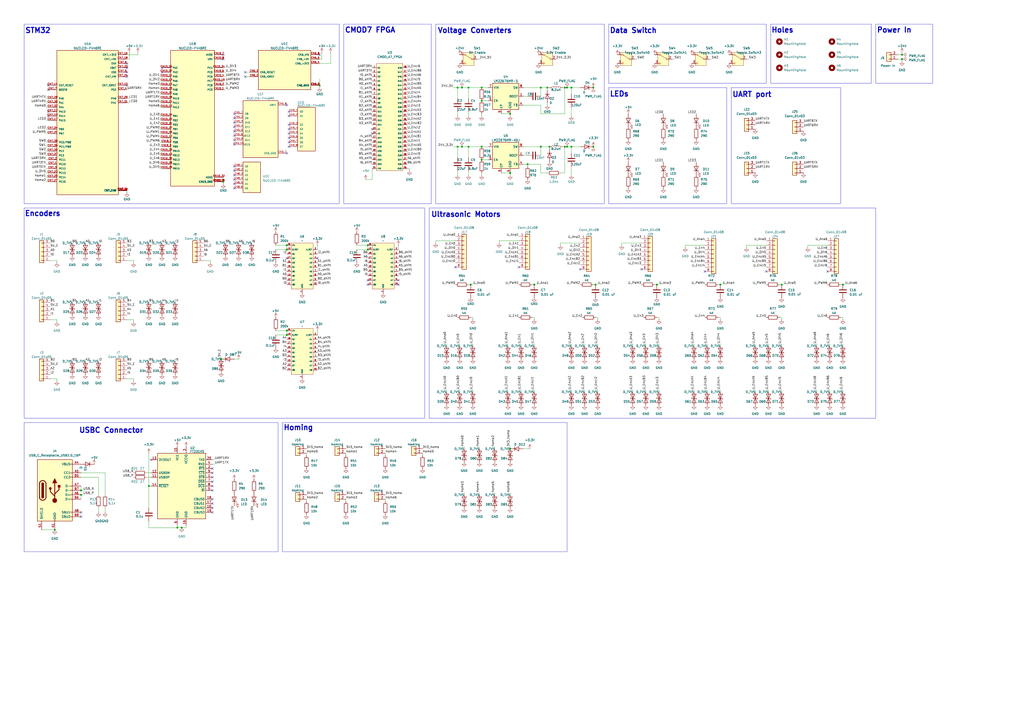
<source format=kicad_sch>
(kicad_sch (version 20231120) (generator "eeschema") (generator_version "8.0")
  (paper "A2")
  (junction (at 313.69 50.8))
  (junction (at 102.87 306.07))
  (junction (at 185.42 49.53))
  (junction (at 523.24 34.29))
  (junction (at 166.37 142.24))
  (junction (at 267.97 85.09))
  (junction (at 46.99 284.48))
  (junction (at 86.36 281.94))
  (junction (at 328.93 50.8))
  (junction (at 295.91 66.04))
  (junction (at 306.07 95.25))
  (junction (at 129.54 105.41))
  (junction (at 331.47 85.09))
  (junction (at 105.41 306.07))
  (junction (at 279.4 58.42))
  (junction (at 273.05 165.1))
  (junction (at 166.37 144.78))
  (junction (at 328.93 85.09))
  (junction (at 166.37 191.77))
  (junction (at 453.39 165.1))
  (junction (at 345.44 165.1))
  (junction (at 344.17 50.8))
  (junction (at 381 165.1))
  (junction (at 488.95 165.1))
  (junction (at 331.47 50.8))
  (junction (at 327.66 85.09))
  (junction (at 166.37 194.31))
  (junction (at 523.24 31.75))
  (junction (at 279.4 92.71))
  (junction (at 267.97 50.8))
  (junction (at 313.69 85.09))
  (junction (at 31.75 307.34))
  (junction (at 344.17 85.09))
  (junction (at 46.99 287.02))
  (junction (at 295.91 100.33))
  (junction (at 317.5 50.8))
  (junction (at 213.36 142.24))
  (junction (at 417.83 165.1))
  (junction (at 271.78 50.8))
  (junction (at 318.77 85.09))
  (junction (at 128.27 208.28))
  (junction (at 279.4 50.8))
  (junction (at 265.43 50.8))
  (junction (at 213.36 144.78))
  (junction (at 327.66 50.8))
  (junction (at 279.4 85.09))
  (junction (at 295.91 260.35))
  (junction (at 309.88 165.1))
  (junction (at 265.43 85.09))
  (junction (at 271.78 85.09))
  (no_connect (at 123.19 274.32))
  (no_connect (at 46.99 297.18))
  (no_connect (at 135.89 66.04))
  (no_connect (at 123.19 292.1))
  (no_connect (at 167.64 85.09))
  (no_connect (at 185.42 31.75))
  (no_connect (at 135.89 109.22))
  (no_connect (at 27.94 52.07))
  (no_connect (at 123.19 279.4))
  (no_connect (at 135.89 104.14))
  (no_connect (at 93.98 41.91))
  (no_connect (at 27.94 67.31))
  (no_connect (at 135.89 96.52))
  (no_connect (at 123.19 284.48))
  (no_connect (at 167.64 72.39))
  (no_connect (at 372.11 156.21))
  (no_connect (at 129.54 31.75))
  (no_connect (at 215.9 77.47))
  (no_connect (at 135.89 68.58))
  (no_connect (at 135.89 78.74))
  (no_connect (at 123.19 281.94))
  (no_connect (at 73.66 39.37))
  (no_connect (at 166.37 149.86))
  (no_connect (at 231.14 162.56))
  (no_connect (at 123.19 276.86))
  (no_connect (at 123.19 294.64))
  (no_connect (at 135.89 71.12))
  (no_connect (at 300.99 154.94))
  (no_connect (at 444.5 157.48))
  (no_connect (at 73.66 44.45))
  (no_connect (at 336.55 156.21))
  (no_connect (at 135.89 76.2))
  (no_connect (at 213.36 165.1))
  (no_connect (at 166.37 88.9))
  (no_connect (at 184.15 149.86))
  (no_connect (at 27.94 64.77))
  (no_connect (at 167.64 67.31))
  (no_connect (at 167.64 74.93))
  (no_connect (at 135.89 73.66))
  (no_connect (at 231.14 165.1))
  (no_connect (at 408.94 157.48))
  (no_connect (at 480.06 157.48))
  (no_connect (at 167.64 82.55))
  (no_connect (at 167.64 77.47))
  (no_connect (at 129.54 34.29))
  (no_connect (at 213.36 162.56))
  (no_connect (at 93.98 39.37))
  (no_connect (at 135.89 106.68))
  (no_connect (at 123.19 289.56))
  (no_connect (at 135.89 81.28))
  (no_connect (at 135.89 101.6))
  (no_connect (at 46.99 299.72))
  (no_connect (at 135.89 83.82))
  (no_connect (at 73.66 49.53))
  (no_connect (at 123.19 297.18))
  (no_connect (at 135.89 99.06))
  (no_connect (at 166.37 60.96))
  (no_connect (at 215.9 74.93))
  (no_connect (at 123.19 271.78))
  (no_connect (at 167.64 80.01))
  (no_connect (at 73.66 41.91))
  (no_connect (at 27.94 49.53))
  (no_connect (at 87.63 266.7))
  (no_connect (at 142.24 44.45))
  (no_connect (at 73.66 36.83))
  (no_connect (at 142.24 41.91))
  (no_connect (at 167.64 64.77))
  (no_connect (at 264.16 154.94))
  (wire (pts (xy 302.26 226.06) (xy 302.26 227.33)))
  (wire (pts (xy 185.42 36.83) (xy 191.77 36.83)))
  (wire (pts (xy 166.37 191.77) (xy 166.37 194.31)))
  (wire (pts (xy 308.61 184.15) (xy 309.88 184.15)))
  (wire (pts (xy 26.67 100.33) (xy 27.94 100.33)))
  (wire (pts (xy 223.52 289.56) (xy 223.52 290.83)))
  (wire (pts (xy 200.66 289.56) (xy 200.66 290.83)))
  (wire (pts (xy 92.71 95.25) (xy 93.98 95.25)))
  (wire (pts (xy 177.8 289.56) (xy 177.8 290.83)))
  (wire (pts (xy 274.32 226.06) (xy 274.32 227.33)))
  (wire (pts (xy 295.91 67.31) (xy 295.91 66.04)))
  (wire (pts (xy 317.5 60.96) (xy 317.5 59.69)))
  (wire (pts (xy 92.71 92.71) (xy 93.98 92.71)))
  (wire (pts (xy 92.71 52.07) (xy 93.98 52.07)))
  (wire (pts (xy 271.78 85.09) (xy 271.78 91.44)))
  (wire (pts (xy 278.13 34.29) (xy 276.86 34.29)))
  (wire (pts (xy 313.69 85.09) (xy 313.69 90.17)))
  (wire (pts (xy 85.09 276.86) (xy 87.63 276.86)))
  (wire (pts (xy 379.73 165.1) (xy 381 165.1)))
  (wire (pts (xy 46.99 274.32) (xy 60.96 274.32)))
  (wire (pts (xy 184.15 144.78) (xy 184.15 142.24)))
  (wire (pts (xy 336.55 140.97) (xy 325.12 140.97)))
  (wire (pts (xy 77.47 185.42) (xy 73.66 185.42)))
  (wire (pts (xy 369.57 34.29) (xy 368.3 34.29)))
  (wire (pts (xy 26.67 74.93) (xy 27.94 74.93)))
  (wire (pts (xy 92.71 49.53) (xy 93.98 49.53)))
  (wire (pts (xy 74.93 57.15) (xy 73.66 57.15)))
  (wire (pts (xy 438.15 199.39) (xy 438.15 200.66)))
  (wire (pts (xy 85.09 274.32) (xy 87.63 274.32)))
  (wire (pts (xy 271.78 165.1) (xy 273.05 165.1)))
  (wire (pts (xy 86.36 302.26) (xy 86.36 306.07)))
  (wire (pts (xy 326.39 85.09) (xy 327.66 85.09)))
  (wire (pts (xy 325.12 140.97) (xy 325.12 142.24)))
  (wire (pts (xy 302.26 199.39) (xy 302.26 200.66)))
  (wire (pts (xy 87.63 281.94) (xy 86.36 281.94)))
  (wire (pts (xy 306.07 96.52) (xy 306.07 95.25)))
  (wire (pts (xy 26.67 87.63) (xy 27.94 87.63)))
  (wire (pts (xy 265.43 99.06) (xy 265.43 101.6)))
  (wire (pts (xy 185.42 49.53) (xy 185.42 50.8)))
  (wire (pts (xy 265.43 64.77) (xy 265.43 67.31)))
  (wire (pts (xy 57.15 276.86) (xy 46.99 276.86)))
  (wire (pts (xy 327.66 85.09) (xy 327.66 100.33)))
  (wire (pts (xy 382.27 226.06) (xy 382.27 227.33)))
  (wire (pts (xy 185.42 34.29) (xy 186.69 34.29)))
  (wire (pts (xy 92.71 59.69) (xy 93.98 59.69)))
  (wire (pts (xy 166.37 142.24) (xy 166.37 144.78)))
  (wire (pts (xy 92.71 74.93) (xy 93.98 74.93)))
  (wire (pts (xy 46.99 287.02) (xy 48.26 287.02)))
  (wire (pts (xy 487.68 165.1) (xy 488.95 165.1)))
  (wire (pts (xy 142.24 44.45) (xy 144.78 44.45)))
  (wire (pts (xy 130.81 52.07) (xy 129.54 52.07)))
  (wire (pts (xy 279.4 101.6) (xy 279.4 100.33)))
  (wire (pts (xy 345.44 184.15) (xy 346.71 184.15)))
  (wire (pts (xy 33.02 152.4) (xy 33.02 151.13)))
  (wire (pts (xy 523.24 31.75) (xy 523.24 30.48)))
  (wire (pts (xy 419.1 165.1) (xy 417.83 165.1)))
  (wire (pts (xy 129.54 102.87) (xy 129.54 105.41)))
  (wire (pts (xy 92.71 54.61) (xy 93.98 54.61)))
  (wire (pts (xy 73.66 34.29) (xy 74.93 34.29)))
  (wire (pts (xy 290.83 100.33) (xy 295.91 100.33)))
  (wire (pts (xy 331.47 101.6) (xy 331.47 96.52)))
  (wire (pts (xy 92.71 57.15) (xy 93.98 57.15)))
  (wire (pts (xy 60.96 274.32) (xy 60.96 287.02)))
  (wire (pts (xy 121.92 152.4) (xy 121.92 151.13)))
  (wire (pts (xy 33.02 151.13) (xy 29.21 151.13)))
  (wire (pts (xy 295.91 259.08) (xy 295.91 260.35)))
  (wire (pts (xy 259.08 199.39) (xy 259.08 200.66)))
  (wire (pts (xy 313.69 95.25) (xy 306.07 95.25)))
  (wire (pts (xy 105.41 306.07) (xy 102.87 306.07)))
  (wire (pts (xy 92.71 44.45) (xy 93.98 44.45)))
  (wire (pts (xy 318.77 86.36) (xy 318.77 85.09)))
  (wire (pts (xy 317.5 52.07) (xy 317.5 50.8)))
  (wire (pts (xy 279.4 50.8) (xy 283.21 50.8)))
  (wire (pts (xy 177.8 262.89) (xy 177.8 264.16)))
  (wire (pts (xy 265.43 85.09) (xy 265.43 91.44)))
  (wire (pts (xy 520.7 31.75) (xy 523.24 31.75)))
  (wire (pts (xy 271.78 64.77) (xy 271.78 67.31)))
  (wire (pts (xy 374.65 226.06) (xy 374.65 227.33)))
  (wire (pts (xy 107.95 306.07) (xy 107.95 304.8)))
  (wire (pts (xy 473.71 199.39) (xy 473.71 200.66)))
  (wire (pts (xy 92.71 90.17) (xy 93.98 90.17)))
  (wire (pts (xy 213.36 142.24) (xy 213.36 144.78)))
  (wire (pts (xy 26.67 62.23) (xy 27.94 62.23)))
  (wire (pts (xy 488.95 226.06) (xy 488.95 227.33)))
  (wire (pts (xy 346.71 184.15) (xy 346.71 185.42)))
  (wire (pts (xy 207.01 142.24) (xy 213.36 142.24)))
  (wire (pts (xy 410.21 199.39) (xy 410.21 200.66)))
  (wire (pts (xy 412.75 34.29) (xy 411.48 34.29)))
  (wire (pts (xy 92.71 72.39) (xy 93.98 72.39)))
  (wire (pts (xy 417.83 226.06) (xy 417.83 227.33)))
  (wire (pts (xy 289.56 139.7) (xy 289.56 140.97)))
  (wire (pts (xy 130.81 41.91) (xy 129.54 41.91)))
  (wire (pts (xy 269.24 285.75) (xy 269.24 287.02)))
  (wire (pts (xy 327.66 85.09) (xy 328.93 85.09)))
  (wire (pts (xy 92.71 77.47) (xy 93.98 77.47)))
  (wire (pts (xy 452.12 165.1) (xy 453.39 165.1)))
  (wire (pts (xy 237.49 97.79) (xy 237.49 99.06)))
  (wire (pts (xy 128.27 207.01) (xy 128.27 208.28)))
  (wire (pts (xy 77.47 186.69) (xy 77.47 185.42)))
  (wire (pts (xy 26.67 82.55) (xy 27.94 82.55)))
  (wire (pts (xy 267.97 50.8) (xy 265.43 50.8)))
  (wire (pts (xy 279.4 67.31) (xy 279.4 66.04)))
  (wire (pts (xy 73.66 219.71) (xy 77.47 219.71)))
  (wire (pts (xy 309.88 199.39) (xy 309.88 200.66)))
  (wire (pts (xy 344.17 165.1) (xy 345.44 165.1)))
  (wire (pts (xy 60.96 297.18) (xy 60.96 294.64)))
  (wire (pts (xy 130.81 49.53) (xy 129.54 49.53)))
  (wire (pts (xy 311.15 165.1) (xy 309.88 165.1)))
  (wire (pts (xy 313.69 50.8) (xy 317.5 50.8)))
  (wire (pts (xy 160.02 194.31) (xy 166.37 194.31)))
  (wire (pts (xy 416.56 184.15) (xy 417.83 184.15)))
  (wire (pts (xy 346.71 165.1) (xy 345.44 165.1)))
  (wire (pts (xy 279.4 58.42) (xy 283.21 58.42)))
  (wire (pts (xy 26.67 59.69) (xy 27.94 59.69)))
  (wire (pts (xy 278.13 285.75) (xy 278.13 287.02)))
  (wire (pts (xy 445.77 226.06) (xy 445.77 227.33)))
  (wire (pts (xy 92.71 62.23) (xy 93.98 62.23)))
  (wire (pts (xy 382.27 199.39) (xy 382.27 200.66)))
  (wire (pts (xy 490.22 165.1) (xy 488.95 165.1)))
  (wire (pts (xy 26.67 92.71) (xy 27.94 92.71)))
  (wire (pts (xy 92.71 69.85) (xy 93.98 69.85)))
  (wire (pts (xy 74.93 34.29) (xy 74.93 30.48)))
  (wire (pts (xy 74.93 59.69) (xy 73.66 59.69)))
  (wire (pts (xy 215.9 104.14) (xy 212.09 104.14)))
  (wire (pts (xy 26.67 69.85) (xy 27.94 69.85)))
  (wire (pts (xy 160.02 142.24) (xy 166.37 142.24)))
  (wire (pts (xy 453.39 199.39) (xy 453.39 200.66)))
  (wire (pts (xy 86.36 262.89) (xy 86.36 281.94)))
  (wire (pts (xy 273.05 184.15) (xy 274.32 184.15)))
  (wire (pts (xy 523.24 34.29) (xy 523.24 35.56)))
  (wire (pts (xy 278.13 259.08) (xy 278.13 260.35)))
  (wire (pts (xy 327.66 100.33) (xy 325.12 100.33)))
  (wire (pts (xy 73.66 31.75) (xy 80.01 31.75)))
  (wire (pts (xy 33.02 186.69) (xy 33.02 185.42)))
  (wire (pts (xy 26.67 102.87) (xy 27.94 102.87)))
  (wire (pts (xy 417.83 184.15) (xy 417.83 185.42)))
  (wire (pts (xy 265.43 50.8) (xy 262.89 50.8)))
  (wire (pts (xy 73.66 110.49) (xy 73.66 111.76)))
  (wire (pts (xy 294.64 199.39) (xy 294.64 200.66)))
  (wire (pts (xy 102.87 306.07) (xy 102.87 304.8)))
  (wire (pts (xy 245.11 262.89) (xy 245.11 264.16)))
  (wire (pts (xy 481.33 226.06) (xy 481.33 227.33)))
  (wire (pts (xy 26.67 77.47) (xy 27.94 77.47)))
  (wire (pts (xy 57.15 287.02) (xy 57.15 276.86)))
  (wire (pts (xy 57.15 297.18) (xy 57.15 294.64)))
  (wire (pts (xy 327.66 50.8) (xy 328.93 50.8)))
  (wire (pts (xy 191.77 36.83) (xy 191.77 30.48)))
  (wire (pts (xy 453.39 226.06) (xy 453.39 227.33)))
  (wire (pts (xy 287.02 285.75) (xy 287.02 287.02)))
  (wire (pts (xy 303.53 60.96) (xy 313.69 60.96)))
  (wire (pts (xy 223.52 262.89) (xy 223.52 264.16)))
  (wire (pts (xy 92.71 67.31) (xy 93.98 67.31)))
  (wire (pts (xy 408.94 142.24) (xy 397.51 142.24)))
  (wire (pts (xy 215.9 104.14) (xy 215.9 97.79)))
  (wire (pts (xy 123.19 269.24) (xy 124.46 269.24)))
  (wire (pts (xy 130.81 46.99) (xy 129.54 46.99)))
  (wire (pts (xy 331.47 85.09) (xy 336.55 85.09)))
  (wire (pts (xy 367.03 226.06) (xy 367.03 227.33)))
  (wire (pts (xy 24.13 307.34) (xy 31.75 307.34)))
  (wire (pts (xy 266.7 226.06) (xy 266.7 227.33)))
  (wire (pts (xy 160.02 191.77) (xy 166.37 191.77)))
  (wire (pts (xy 346.71 199.39) (xy 346.71 200.66)))
  (wire (pts (xy 331.47 226.06) (xy 331.47 227.33)))
  (wire (pts (xy 274.32 165.1) (xy 273.05 165.1)))
  (wire (pts (xy 313.69 85.09) (xy 303.53 85.09)))
  (wire (pts (xy 313.69 66.04) (xy 313.69 60.96)))
  (wire (pts (xy 265.43 50.8) (xy 265.43 57.15)))
  (wire (pts (xy 417.83 199.39) (xy 417.83 200.66)))
  (wire (pts (xy 207.01 144.78) (xy 213.36 144.78)))
  (wire (pts (xy 434.34 34.29) (xy 433.07 34.29)))
  (wire (pts (xy 416.56 165.1) (xy 417.83 165.1)))
  (wire (pts (xy 290.83 66.04) (xy 295.91 66.04)))
  (wire (pts (xy 92.71 87.63) (xy 93.98 87.63)))
  (wire (pts (xy 86.36 281.94) (xy 86.36 294.64)))
  (wire (pts (xy 313.69 100.33) (xy 317.5 100.33)))
  (wire (pts (xy 308.61 165.1) (xy 309.88 165.1)))
  (wire (pts (xy 433.07 142.24) (xy 433.07 143.51)))
  (wire (pts (xy 438.15 226.06) (xy 438.15 227.33)))
  (wire (pts (xy 77.47 152.4) (xy 77.47 151.13)))
  (wire (pts (xy 271.78 50.8) (xy 267.97 50.8)))
  (wire (pts (xy 160.02 144.78) (xy 166.37 144.78)))
  (wire (pts (xy 295.91 285.75) (xy 295.91 287.02)))
  (wire (pts (xy 313.69 100.33) (xy 313.69 95.25)))
  (wire (pts (xy 274.32 199.39) (xy 274.32 200.66)))
  (wire (pts (xy 185.42 45.72) (xy 185.42 49.53)))
  (wire (pts (xy 488.95 199.39) (xy 488.95 200.66)))
  (wire (pts (xy 267.97 85.09) (xy 265.43 85.09)))
  (wire (pts (xy 309.88 226.06) (xy 309.88 227.33)))
  (wire (pts (xy 313.69 50.8) (xy 313.69 55.88)))
  (wire (pts (xy 346.71 226.06) (xy 346.71 227.33)))
  (wire (pts (xy 313.69 50.8) (xy 303.53 50.8)))
  (wire (pts (xy 317.5 50.8) (xy 318.77 50.8)))
  (wire (pts (xy 391.16 34.29) (xy 389.89 34.29)))
  (wire (pts (xy 80.01 31.75) (xy 80.01 30.48)))
  (wire (pts (xy 26.67 57.15) (xy 27.94 57.15)))
  (wire (pts (xy 26.67 97.79) (xy 27.94 97.79)))
  (wire (pts (xy 271.78 99.06) (xy 271.78 101.6)))
  (wire (pts (xy 142.24 41.91) (xy 144.78 41.91)))
  (wire (pts (xy 77.47 151.13) (xy 73.66 151.13)))
  (wire (pts (xy 86.36 306.07) (xy 102.87 306.07)))
  (wire (pts (xy 279.4 85.09) (xy 283.21 85.09)))
  (wire (pts (xy 46.99 284.48) (xy 48.26 284.48)))
  (wire (pts (xy 130.81 44.45) (xy 129.54 44.45)))
  (wire (pts (xy 487.68 184.15) (xy 488.95 184.15)))
  (wire (pts (xy 468.63 142.24) (xy 468.63 143.51)))
  (wire (pts (xy 381 184.15) (xy 382.27 184.15)))
  (wire (pts (xy 473.71 226.06) (xy 473.71 227.33)))
  (wire (pts (xy 121.92 151.13) (xy 118.11 151.13)))
  (wire (pts (xy 46.99 281.94) (xy 46.99 284.48)))
  (wire (pts (xy 452.12 184.15) (xy 453.39 184.15)))
  (wire (pts (xy 92.71 46.99) (xy 93.98 46.99)))
  (wire (pts (xy 231.14 144.78) (xy 231.14 142.24)))
  (wire (pts (xy 444.5 142.24) (xy 433.07 142.24)))
  (wire (pts (xy 236.22 97.79) (xy 237.49 97.79)))
  (wire (pts (xy 372.11 140.97) (xy 360.68 140.97)))
  (wire (pts (xy 331.47 50.8) (xy 336.55 50.8)))
  (wire (pts (xy 259.08 226.06) (xy 259.08 227.33)))
  (wire (pts (xy 271.78 85.09) (xy 267.97 85.09)))
  (wire (pts (xy 303.53 90.17) (xy 306.07 90.17)))
  (wire (pts (xy 274.32 184.15) (xy 274.32 185.42)))
  (wire (pts (xy 105.41 306.07) (xy 107.95 306.07)))
  (wire (pts (xy 271.78 50.8) (xy 279.4 50.8)))
  (wire (pts (xy 123.19 266.7) (xy 124.46 266.7)))
  (wire (pts (xy 303.53 260.35) (xy 307.34 260.35)))
  (wire (pts (xy 309.88 184.15) (xy 309.88 185.42)))
  (wire (pts (xy 480.06 142.24) (xy 468.63 142.24)))
  (wire (pts (xy 300.99 139.7) (xy 289.56 139.7)))
  (wire (pts (xy 402.59 226.06) (xy 402.59 227.33)))
  (wire (pts (xy 287.02 259.08) (xy 287.02 260.35)))
  (wire (pts (xy 186.69 34.29) (xy 186.69 30.48)))
  (wire (pts (xy 402.59 199.39) (xy 402.59 200.66)))
  (wire (pts (xy 331.47 50.8) (xy 331.47 54.61)))
  (wire (pts (xy 382.27 165.1) (xy 381 165.1)))
  (wire (pts (xy 26.67 105.41) (xy 27.94 105.41)))
  (wire (pts (xy 279.4 92.71) (xy 283.21 92.71)))
  (wire (pts (xy 313.69 66.04) (xy 327.66 66.04)))
  (wire (pts (xy 339.09 226.06) (xy 339.09 227.33)))
  (wire (pts (xy 303.53 55.88) (xy 306.07 55.88)))
  (wire (pts (xy 26.67 90.17) (xy 27.94 90.17)))
  (wire (pts (xy 266.7 199.39) (xy 266.7 200.66)))
  (wire (pts (xy 397.51 142.24) (xy 397.51 143.51)))
  (wire (pts (xy 339.09 199.39) (xy 339.09 200.66)))
  (wire (pts (xy 331.47 199.39) (xy 331.47 200.66)))
  (wire (pts (xy 520.7 34.29) (xy 523.24 34.29)))
  (wire (pts (xy 46.99 287.02) (xy 46.99 289.56)))
  (wire (pts (xy 265.43 85.09) (xy 262.89 85.09)))
  (wire (pts (xy 33.02 219.71) (xy 29.21 219.71)))
  (wire (pts (xy 77.47 219.71) (xy 77.47 220.98)))
  (wire (pts (xy 264.16 139.7) (xy 252.73 139.7)))
  (wire (pts (xy 331.47 67.31) (xy 331.47 62.23)))
  (wire (pts (xy 453.39 184.15) (xy 453.39 185.42)))
  (wire (pts (xy 129.54 105.41) (xy 129.54 106.68)))
  (wire (pts (xy 269.24 259.08) (xy 269.24 260.35)))
  (wire (pts (xy 367.03 199.39) (xy 367.03 200.66)))
  (wire (pts (xy 92.71 85.09) (xy 93.98 85.09)))
  (wire (pts (xy 488.95 184.15) (xy 488.95 185.42)))
  (wire (pts (xy 92.71 97.79) (xy 93.98 97.79)))
  (wire (pts (xy 200.66 262.89) (xy 200.66 264.16)))
  (wire (pts (xy 271.78 50.8) (xy 271.78 57.15)))
  (wire (pts (xy 92.71 82.55) (xy 93.98 82.55)))
  (wire (pts (xy 331.47 85.09) (xy 331.47 88.9)))
  (wire (pts (xy 328.93 50.8) (xy 331.47 50.8)))
  (wire (pts (xy 252.73 139.7) (xy 252.73 140.97)))
  (wire (pts (xy 26.67 85.09) (xy 27.94 85.09)))
  (wire (pts (xy 130.81 39.37) (xy 129.54 39.37)))
  (wire (pts (xy 481.33 199.39) (xy 481.33 200.66)))
  (wire (pts (xy 184.15 194.31) (xy 184.15 191.77)))
  (wire (pts (xy 271.78 85.09) (xy 279.4 85.09)))
  (wire (pts (xy 92.71 80.01) (xy 93.98 80.01)))
  (wire (pts (xy 327.66 50.8) (xy 327.66 66.04)))
  (wire (pts (xy 326.39 50.8) (xy 327.66 50.8)))
  (wire (pts (xy 410.21 226.06) (xy 410.21 227.33)))
  (wire (pts (xy 382.27 184.15) (xy 382.27 185.42)))
  (wire (pts (xy 303.53 95.25) (xy 306.07 95.25)))
  (wire (pts (xy 360.68 140.97) (xy 360.68 142.24)))
  (wire (pts (xy 33.02 220.98) (xy 33.02 219.71)))
  (wire (pts (xy 295.91 101.6) (xy 295.91 100.33)))
  (wire (pts (xy 313.69 85.09) (xy 318.77 85.09)))
  (wire (pts (xy 454.66 165.1) (xy 453.39 165.1)))
  (wire (pts (xy 26.67 95.25) (xy 27.94 95.25)))
  (wire (pts (xy 138.43 208.28) (xy 135.89 208.28)))
  (wire (pts (xy 374.65 199.39) (xy 374.65 200.66)))
  (wire (pts (xy 33.02 185.42) (xy 29.21 185.42)))
  (wire (pts (xy 445.77 199.39) (xy 445.77 200.66)))
  (wire (pts (xy 328.93 85.09) (xy 331.47 85.09)))
  (wire (pts (xy 294.64 226.06) (xy 294.64 227.33)))
  (rectangle (start 447.04 13.97) (end 505.46 48.26))
  (rectangle (start 13.97 13.97) (end 196.85 118.11))
  (rectangle (start 199.39 13.97) (end 250.19 118.11))
  (rectangle (start 163.83 245.11) (end 328.93 320.04))
  (rectangle (start 353.06 50.8) (end 421.64 118.11))
  (rectangle (start 252.73 13.97) (end 350.52 118.11))
  (rectangle (start 13.97 245.11) (end 161.29 320.04))
  (rectangle (start 248.92 120.65) (end 508 242.57))
  (rectangle (start 508 13.97) (end 541.02 48.26))
  (rectangle (start 353.06 13.97) (end 444.5 48.26))
  (rectangle (start 424.18 50.8) (end 487.68 118.11))
  (rectangle (start 13.97 120.65) (end 246.38 242.57))
  (text "Holes" (at 447.294 19.304 0) (effects (font (size 3 3) (thickness 0.6) (bold yes)) (justify left bottom)))
  (text "STM32" (at 14.478 19.558 0) (effects (font (size 3 3) (thickness 0.6) (bold yes)) (justify left bottom)))
  (text "LEDs\n" (at 353.568 56.388 0) (effects (font (size 3 3) (thickness 0.6) (bold yes)) (justify left bottom)))
  (text "Data Switch\n\n" (at 353.568 24.384 0) (effects (font (size 3 3) (thickness 0.6) (bold yes)) (justify left bottom)))
  (text "Ultrasonic Motors\n" (at 249.936 126.238 0) (effects (font (size 3 3) (thickness 0.6) (bold yes)) (justify left bottom)))
  (text "Homing\n" (at 164.338 249.936 0) (effects (font (size 3 3) (thickness 0.6) (bold yes)) (justify left bottom)))
  (text "USBC Connector" (at 45.72 251.46 0) (effects (font (size 3 3) (thickness 0.6) (bold yes)) (justify left bottom)))
  (text "CMOD7 FPGA" (at 199.898 19.304 0) (effects (font (size 3 3) (thickness 0.6) (bold yes)) (justify left bottom)))
  (text "Power In\n\n" (at 508.508 24.13 0) (effects (font (size 3 3) (thickness 0.6) (bold yes)) (justify left bottom)))
  (text "UART port" (at 424.688 56.642 0) (effects (font (size 3 3) (thickness 0.6) (bold yes)) (justify left bottom)))
  (text "Encoders\n\n" (at 14.224 130.556 0) (effects (font (size 3 3) (thickness 0.6) (bold yes)) (justify left bottom)))
  (text "Voltage Converters\n\n" (at 253.746 24.384 0) (effects (font (size 3 3) (thickness 0.6) (bold yes)) (justify left bottom)))
  (label "A0" (at 29.21 146.05 0))
  (label "SW0" (at 369.57 34.29 0))
  (label "I4" (at 101.6 175.26 0))
  (label "B0" (at 29.21 140.97 0))
  (label "5V_E" (at 128.27 207.01 90))
  (label "3V3_home" (at 177.8 260.35 0))
  (label "U_Ana3" (at 367.03 199.39 90))
  (label "U_EncI0" (at 236.22 90.17 0))
  (label "U_En6" (at 92.71 92.71 180))
  (label "U_EncA6" (at 480.06 149.86 180))
  (label "U_EncA5" (at 236.22 52.07 0))
  (label "U_Ana4" (at 419.1 165.1 0))
  (label "A6" (at 213.36 149.86 180))
  (label "U_En2" (at 336.55 143.51 180))
  (label "SW2" (at 412.75 34.29 0))
  (label "24V_5V" (at 278.13 34.29 0))
  (label "24V_5V" (at 262.89 50.8 180))
  (label "U_Ana6" (at 480.06 139.7 180))
  (label "SW3" (at 434.34 34.29 0))
  (label "UART5RX" (at 73.66 52.07 0))
  (label "U_Dir5" (at 453.39 199.39 90))
  (label "Home1" (at 278.13 259.08 90))
  (label "U_PWM6" (at 480.06 165.1 180))
  (label "B4" (at 166.37 199.39 180))
  (label "USB_N" (at 48.26 284.48 0))
  (label "U_En3" (at 374.65 199.39 90))
  (label "Home4" (at 92.71 52.07 180))
  (label "U_EncI2" (at 336.55 153.67 180))
  (label "U_Ana5" (at 444.5 139.7 180))
  (label "USB_N" (at 77.47 274.32 180))
  (label "U_Ana0" (at 259.08 199.39 90))
  (label "U_EncB2" (at 336.55 151.13 180))
  (label "U_EncB2" (at 236.22 72.39 0))
  (label "U_EncI3" (at 372.11 153.67 180))
  (label "UART1TX" (at 92.71 54.61 180))
  (label "I0" (at 57.15 140.97 0))
  (label "U_En5" (at 444.5 184.15 180))
  (label "U_Ana6" (at 490.22 165.1 0))
  (label "5V_E" (at 73.66 212.09 0))
  (label "I1" (at 57.15 175.26 0))
  (label "U_EncA1" (at 236.22 77.47 0))
  (label "U_PWM6" (at 92.71 82.55 180))
  (label "U_En0" (at 265.43 184.15 180))
  (label "LED1" (at 384.81 93.98 180))
  (label "UART3RX" (at 215.9 39.37 180))
  (label "U_EncI1" (at 300.99 152.4 180))
  (label "B5_shift" (at 215.9 90.17 180))
  (label "U_Ana5" (at 438.15 199.39 90))
  (label "U_Dir3" (at 372.11 146.05 180))
  (label "Home3" (at 200.66 289.56 0))
  (label "A4_shift" (at 184.15 196.85 0))
  (label "U_EncA5" (at 438.15 226.06 90))
  (label "LED2" (at 26.67 74.93 180))
  (label "B4" (at 73.66 175.26 0))
  (label "Home6" (at 92.71 62.23 180))
  (label "UART6RX" (at 466.09 73.66 0))
  (label "UART4RX" (at 26.67 59.69 180))
  (label "B2" (at 41.91 209.55 0))
  (label "U_Dir3" (at 382.27 199.39 90))
  (label "B0" (at 41.91 140.97 0))
  (label "U_EncI5" (at 444.5 154.94 180))
  (label "B0_shift" (at 215.9 46.99 180))
  (label "U_EncA4" (at 236.22 59.69 0))
  (label "U_Dir4" (at 130.81 41.91 0))
  (label "A5" (at 213.36 154.94 180))
  (label "B1" (at 41.91 175.26 0))
  (label "U_Dir0" (at 274.32 199.39 90))
  (label "Home2" (at 26.67 105.41 180))
  (label "U_EncB2" (at 339.09 226.06 90))
  (label "U_EncB0" (at 264.16 149.86 180))
  (label "U_En0" (at 266.7 199.39 90))
  (label "UART3TX" (at 26.67 95.25 180))
  (label "U_Dir6" (at 480.06 147.32 180))
  (label "B3_shift" (at 184.15 207.01 0))
  (label "Home6" (at 223.52 289.56 0))
  (label "UART4TX" (at 438.15 69.85 0))
  (label "Home1" (at 200.66 262.89 0))
  (label "B6_shift" (at 231.14 147.32 0))
  (label "UART4TX" (at 26.67 57.15 180))
  (label "I2_shift" (at 184.15 147.32 0))
  (label "B5" (at 213.36 157.48 180))
  (label "B3" (at 86.36 140.97 0))
  (label "A4_shift" (at 215.9 85.09 180))
  (label "U_EncB4" (at 408.94 152.4 180))
  (label "B2_shift" (at 184.15 214.63 0))
  (label "LED3" (at 403.86 93.98 180))
  (label "U_EncB5" (at 445.77 226.06 90))
  (label "B5" (at 73.66 209.55 0))
  (label "U_En4" (at 410.21 199.39 90))
  (label "3V3_home" (at 200.66 260.35 0))
  (label "A3" (at 93.98 140.97 0))
  (label "U_En1" (at 92.71 69.85 180))
  (label "I3" (at 73.66 148.59 0))
  (label "3V3_home" (at 295.91 259.08 90))
  (label "I4" (at 166.37 201.93 180))
  (label "UART5TX" (at 466.09 95.25 0))
  (label "B2" (at 166.37 214.63 180))
  (label "B1_shift" (at 215.9 54.61 180))
  (label "A2" (at 29.21 214.63 0))
  (label "U_PWM5" (at 26.67 77.47 180))
  (label "U_EncB6" (at 236.22 41.91 0))
  (label "U_EncI5" (at 453.39 226.06 90))
  (label "I0" (at 166.37 165.1 180))
  (label "U_EncB3" (at 236.22 67.31 0))
  (label "U_Dir1" (at 309.88 199.39 90))
  (label "UART6TX" (at 466.09 71.12 0))
  (label "B0" (at 166.37 162.56 180))
  (label "U_EncB4" (at 410.21 226.06 90))
  (label "U_EncI1" (at 236.22 82.55 0))
  (label "3V3_home" (at 223.52 260.35 0))
  (label "U_EncB1" (at 300.99 149.86 180))
  (label "5V_E" (at 73.66 143.51 0))
  (label "U_EncI0" (at 274.32 226.06 90))
  (label "Home3" (at 92.71 49.53 180))
  (label "B4_shift" (at 215.9 82.55 180))
  (label "5V_E" (at 73.66 177.8 0))
  (label "Home1" (at 26.67 102.87 180))
  (label "U_En2" (at 92.71 72.39 180))
  (label "Home0" (at 177.8 262.89 0))
  (label "I4_shift" (at 215.9 80.01 180))
  (label "24V_3.3V" (at 322.58 34.29 0))
  (label "A5_shift" (at 231.14 154.94 0))
  (label "U_En6" (at 480.06 184.15 180))
  (label "B6" (at 130.81 140.97 0))
  (label "A0" (at 49.53 140.97 0))
  (label "I3" (at 166.37 209.55 180))
  (label "B5_shift" (at 231.14 157.48 0))
  (label "B3_shift" (at 215.9 69.85 180))
  (label "I3" (at 101.6 140.97 0))
  (label "U_Dir1" (at 92.71 44.45 180))
  (label "A4" (at 166.37 196.85 180))
  (label "U_En5" (at 92.71 90.17 180))
  (label "UART1RX" (at 124.46 266.7 0))
  (label "USB_P" (at 48.26 287.02 0))
  (label "B2_shift" (at 215.9 62.23 180))
  (label "U_EncA3" (at 367.03 226.06 90))
  (label "A1" (at 49.53 175.26 0))
  (label "U_EncB1" (at 302.26 226.06 90))
  (label "A2" (at 49.53 209.55 0))
  (label "SW2" (at 26.67 87.63 180))
  (label "Home5" (at 287.02 285.75 90))
  (label "A1_shift" (at 184.15 152.4 0))
  (label "U_Dir0" (at 264.16 144.78 180))
  (label "Home3" (at 269.24 285.75 90))
  (label "A0_shift" (at 184.15 160.02 0))
  (label "U_Ana4" (at 402.59 199.39 90))
  (label "B5" (at 86.36 209.55 0))
  (label "U_En4" (at 408.94 144.78 180))
  (label "U_EncI3" (at 382.27 226.06 90))
  (label "U_EncA4" (at 408.94 149.86 180))
  (label "A4" (at 73.66 180.34 0))
  (label "U_Dir3" (at 130.81 39.37 0))
  (label "U_EncB1" (at 236.22 80.01 0))
  (label "A3_shift" (at 215.9 72.39 180))
  (label "U_EncA0" (at 264.16 147.32 180))
  (label "UART1RX" (at 92.71 57.15 180))
  (label "Home4" (at 223.52 262.89 0))
  (label "U_EncI0" (at 264.16 152.4 180))
  (label "A1" (at 166.37 152.4 180))
  (label "U_Dir6" (at 488.95 199.39 90))
  (label "U_Ana0" (at 264.16 137.16 180))
  (label "Home5" (at 245.11 262.89 0))
  (label "B4" (at 86.36 175.26 0))
  (label "I2_shift" (at 215.9 59.69 180))
  (label "U_En4" (at 92.71 87.63 180))
  (label "U_EncI1" (at 309.88 226.06 90))
  (label "I4_shift" (at 184.15 201.93 0))
  (label "U_PWM5" (at 444.5 165.1 180))
  (label "U_EncI6" (at 480.06 154.94 180))
  (label "B1" (at 29.21 175.26 0))
  (label "USB_P" (at 77.47 276.86 180))
  (label "3V3_home" (at 223.52 287.02 0))
  (label "U_EncI2" (at 346.71 226.06 90))
  (label "A3" (at 166.37 204.47 180))
  (label "U_Ana1" (at 300.99 137.16 180))
  (label "U_EncB4" (at 236.22 57.15 0))
  (label "LED2" (at 403.86 66.04 180))
  (label "I5" (at 101.6 209.55 0))
  (label "I6" (at 118.11 148.59 0))
  (label "UART1TX" (at 438.15 95.25 0))
  (label "U_Dir4" (at 417.83 199.39 90))
  (label "U_EncB6" (at 480.06 152.4 180))
  (label "I2" (at 57.15 209.55 0))
  (label "A2_shift" (at 215.9 64.77 180))
  (label "U_EncI4" (at 417.83 226.06 90))
  (label "U_PWM3" (at 372.11 165.1 180))
  (label "UART5RX" (at 466.09 97.79 0))
  (label "U_Ana3" (at 372.11 138.43 180))
  (label "I2" (at 166.37 147.32 180))
  (label "I5_shift" (at 215.9 87.63 180))
  (label "U_En2" (at 339.09 199.39 90))
  (label "U_EncI4" (at 408.94 154.94 180))
  (label "A2" (at 166.37 212.09 180))
  (label "U_EncI4" (at 236.22 54.61 0))
  (label "U_En3" (at 373.38 184.15 180))
  (label "U_Ana0" (at 274.32 165.1 0))
  (label "I6" (at 146.05 140.97 0))
  (label "U_Ana5" (at 454.66 165.1 0))
  (label "U_EncB0" (at 266.7 226.06 90))
  (label "U_En3" (at 372.11 143.51 180))
  (label "U_Ana2" (at 331.47 199.39 90))
  (label "U_EncI2" (at 236.22 74.93 0))
  (label "U_En4" (at 408.94 184.15 180))
  (label "I1_shift" (at 215.9 52.07 180))
  (label "U_En6" (at 480.06 144.78 180))
  (label "A6" (at 138.43 140.97 0))
  (label "UART1TX" (at 135.89 293.37 270))
  (label "U_Dir2" (at 92.71 46.99 180))
  (label "UART6TX" (at 130.81 44.45 0))
  (label "I6_shift" (at 231.14 152.4 0))
  (label "U_EncA3" (at 236.22 64.77 0))
  (label "U_Dir0" (at 26.67 100.33 180))
  (label "UART1RX" (at 147.32 293.37 270))
  (label "I3_shift" (at 184.15 209.55 0))
  (label "Home2" (at 287.02 259.08 90))
  (label "U_Ana2" (at 346.71 165.1 0))
  (label "B6" (at 118.11 140.97 0))
  (label "3V3_home" (at 177.8 287.02 0))
  (label "A5" (at 73.66 214.63 0))
  (label "U_EncA1" (at 294.64 226.06 90))
  (label "U_EncA1" (at 300.99 147.32 180))
  (label "U_En1" (at 300.99 184.15 180))
  (label "U_EncA4" (at 402.59 226.06 90))
  (label "A0" (at 166.37 160.02 180))
  (label "UART5TX" (at 26.67 97.79 180))
  (label "U_PWM4" (at 408.94 165.1 180))
  (label "5V_E" (at 29.21 177.8 0))
  (label "U_PWM0" (at 92.71 74.93 180))
  (label "5V_E" (at 118.11 143.51 0))
  (label "B3" (at 166.37 207.01 180))
  (label "A0_shift" (at 215.9 49.53 180))
  (label "U_EncB5" (at 236.22 49.53 0))
  (label "A4" (at 93.98 175.26 0))
  (label "LED1" (at 74.93 57.15 0))
  (label "U_EncA6" (at 473.71 226.06 90))
  (label "U_Ana2" (at 336.55 138.43 180))
  (label "U_EncA5" (at 444.5 149.86 180))
  (label "U_PWM1" (at 300.99 165.1 180))
  (label "I0" (at 29.21 148.59 0))
  (label "Home5" (at 92.71 59.69 180))
  (label "B0_shift" (at 184.15 162.56 0))
  (label "I0_shift" (at 215.9 44.45 180))
  (label "U_EncA6" (at 236.22 44.45 0))
  (label "LED0" (at 384.81 66.04 180))
  (label "A6_shift" (at 236.22 92.71 0))
  (label "U_Ana1" (at 311.15 165.1 0))
  (label "I1" (at 29.21 182.88 0))
  (label "U_En5" (at 444.5 144.78 180))
  (label "B2" (at 29.21 209.55 0))
  (label "U_En3" (at 92.71 85.09 180))
  (label "U_Dir5" (at 444.5 147.32 180))
  (label "Home0" (at 269.24 259.08 90))
  (label "A2_shift" (at 184.15 212.09 0))
  (label "U_EncI6" (at 488.95 226.06 90))
  (label "I1" (at 166.37 157.48 180))
  (label "LED0" (at 74.93 59.69 0))
  (label "UART1RX" (at 438.15 97.79 0))
  (label "A5_shift" (at 215.9 92.71 180))
  (label "U_Ana4" (at 408.94 139.7 180))
  (label "Home2" (at 177.8 289.56 0))
  (label "U_EncA2" (at 236.22 69.85 0))
  (label "U_En0" (at 92.71 67.31 180))
  (label "UART4RX" (at 438.15 72.39 0))
  (label "U_PWM1" (at 92.71 77.47 180))
  (label "3V3_home" (at 245.11 260.35 0))
  (label "U_PWM3" (at 130.81 52.07 0))
  (label "A3" (at 73.66 146.05 0))
  (label "U_Ana6" (at 473.71 199.39 90))
  (label "B4_shift" (at 184.15 199.39 0))
  (label "Home6" (at 295.91 285.75 90))
  (label "U_PWM2" (at 130.81 49.53 0))
  (label "I4" (at 73.66 182.88 0))
  (label "B6" (at 213.36 147.32 180))
  (label "U_EncB5" (at 444.5 152.4 180))
  (label "U_EncA3" (at 372.11 148.59 180))
  (label "U_En2" (at 337.82 184.15 180))
  (label "U_EncB0" (at 236.22 87.63 0))
  (label "I1_shift" (at 184.15 157.48 0))
  (label "U_En0" (at 264.16 142.24 180))
  (label "U_Dir2" (at 336.55 146.05 180))
  (label "U_EncB3" (at 372.11 151.13 180))
  (label "LED3" (at 26.67 69.85 180))
  (label "SW0" (at 26.67 82.55 180))
  (label "U_EncB6" (at 481.33 226.06 90))
  (label "I5_shift" (at 231.14 160.02 0))
  (label "Home0" (at 26.67 62.23 180))
  (label "U_Dir1" (at 300.99 144.78 180))
  (label "U_EncB3" (at 374.65 226.06 90))
  (label "U_En6" (at 481.33 199.39 90))
  (label "A1" (at 29.21 180.34 0))
  (label "5V_E" (at 29.21 143.51 0))
  (label "U_EncA2" (at 336.55 148.59 180))
  (label "U_EncA2" (at 331.47 226.06 90))
  (label "U_PWM0" (at 264.16 165.1 180))
  (label "U_EncI3" (at 236.22 62.23 0))
  (label "I6_shift" (at 215.9 95.25 180))
  (label "U_Dir2" (at 346.71 199.39 90))
  (label "UART6RX" (at 130.81 46.99 0))
  (label "U_PWM2" (at 336.55 165.1 180))
  (label "SW1" (at 26.67 85.09 180))
  (label "A1_shift" (at 215.9 57.15 180))
  (label "B6_shift" (at 236.22 95.25 0))
  (label "U_EncI6" (at 236.22 39.37 0))
  (label "U_PWM4" (at 92.71 80.01 180))
  (label "U_Dir5" (at 92.71 97.79 180))
  (label "U_Dir4" (at 408.94 147.32 180))
  (label "I5" (at 73.66 217.17 0))
  (label "UART3TX" (at 215.9 41.91 180))
  (label "A6_shift" (at 231.14 149.86 0))
  (label "B1_shift" (at 184.15 154.94 0))
  (label "SW1" (at 391.16 34.29 0))
  (label "5V_E" (at 29.21 212.09 0))
  (label "A6" (at 118.11 146.05 0))
  (label "U_En1" (at 300.99 142.24 180))
  (label "24V_3.3V" (at 262.89 85.09 180))
  (label "UART3RX" (at 26.67 92.71 180))
  (label "I3_shift" (at 215.9 67.31 180))
  (label "I0_shift" (at 184.15 165.1 0))
  (label "B3" (at 73.66 140.97 0))
  (label "I5" (at 213.36 160.02 180))
  (label "A3_shift" (at 184.15 204.47 0))
  (label "U_EncA0" (at 259.08 226.06 90))
  (label "U_EncA0" (at 236.22 85.09 0))
  (label "UART1TX" (at 124.46 269.24 0))
  (label "3V3_home" (at 200.66 287.02 0))
  (label "U_En1" (at 302.26 199.39 90))
  (label "I2" (at 29.21 217.17 0))
  (label "U_EncI5" (at 236.22 46.99 0))
  (label "U_Dir6" (at 92.71 95.25 180))
  (label "B1" (at 166.37 154.94 180))
  (label "U_En5" (at 445.77 199.39 90))
  (label "U_Ana3" (at 382.27 165.1 0))
  (label "SW3" (at 26.67 90.17 180))
  (label "U_Ana1" (at 294.64 199.39 90))
  (label "A5" (at 93.98 209.55 0))
  (label "I6" (at 213.36 152.4 180))
  (label "Home4" (at 278.13 285.75 90))
  (symbol (lib_id "power:GND") (at 295.91 67.31 0) (mirror y) (unit 1)
    (property "Reference" "#PWR081" (effects (hide yes)))
    (property "Value" "GND" (at 295.91 72.39 0))
    (property "Description" "Power symbol creates a global label with name \"GND\" , ground" (effects (hide yes)))
  )
  (symbol (lib_id "Connector_Generic:Conn_01x05") (at 24.13 214.63 180) (unit 1)
    (property "Reference" "J3" (at 24.13 204.47 0))
    (property "Value" "Conn_01x05" (at 24.13 207.01 0))
    (property "Footprint" "Connector_JST:JST_EH_B5B-EH-A_1x05_P2.50mm_Vertical" (effects (hide yes)))
    (property "Description" "Generic connector, single row, 01x05, script generated (kicad-library-utils/schlib/autogen/connector/)" (effects (hide yes)))
  )
  (symbol (lib_id "power:GND") (at 382.27 208.28 0) (unit 1)
    (property "Reference" "#PWR0180" (effects (hide yes)))
    (property "Value" "GND" (at 382.27 213.36 0))
    (property "Description" "Power symbol creates a global label with name \"GND\" , ground" (effects (hide yes)))
  )
  (symbol (lib_id "power:GND") (at 146.05 148.59 0) (unit 1)
    (property "Reference" "#PWR0143" (effects (hide yes)))
    (property "Value" "GND" (at 146.05 153.67 0))
    (property "Description" "Power symbol creates a global label with name \"GND\" , ground" (effects (hide yes)))
  )
  (symbol (lib_id "Device:D_TVS") (at 274.32 231.14 270) (unit 1)
    (property "Reference" "D41" (at 272.796 232.918 90) (effects (justify right)))
    (property "Value" "D_TVS" (at 274.32 227.33 90) (effects (justify right)))
    (property "Footprint" "Diode_SMD:D_SOD-123F" (effects (hide yes)))
    (property "Description" "Bidirectional transient-voltage-suppression diode" (effects (hide yes)))
  )
  (symbol (lib_id "Mechanical:MountingHole") (at 452.12 31.75 0) (unit 1)
    (property "Reference" "H2" (at 454.66 30.48 0) (effects (justify left)))
    (property "Value" "MountingHole" (at 454.66 33.02 0) (effects (justify left)))
    (property "Footprint" "MountingHole:MountingHole_3.2mm_M3" (effects (hide yes)))
    (property "Description" "Mounting Hole without connection" (effects (hide yes)))
  )
  (symbol (lib_id "power:GND") (at 417.83 208.28 0) (unit 1)
    (property "Reference" "#PWR0186" (effects (hide yes)))
    (property "Value" "GND" (at 417.83 213.36 0))
    (property "Description" "Power symbol creates a global label with name \"GND\" , ground" (effects (hide yes)))
  )
  (symbol (lib_id "power:GND") (at 259.08 208.28 0) (unit 1)
    (property "Reference" "#PWR023" (effects (hide yes)))
    (property "Value" "GND" (at 259.08 213.36 0))
    (property "Description" "Power symbol creates a global label with name \"GND\" , ground" (effects (hide yes)))
  )
  (symbol (lib_id "power:+3.3V") (at 231.14 142.24 0) (unit 1)
    (property "Reference" "#PWR0131" (effects (hide yes)))
    (property "Value" "+3.3V" (at 231.14 138.43 0))
    (property "Description" "Power symbol creates a global label with name \"+3.3V\"" (effects (hide yes)))
  )
  (symbol (lib_id "Device:D_TVS") (at 57.15 144.78 270) (unit 1)
    (property "Reference" "D24" (at 55.626 146.558 90) (effects (justify right)))
    (property "Value" "D_TVS" (at 57.15 140.97 90) (effects (justify right)))
    (property "Footprint" "Diode_SMD:D_SOD-123F" (effects (hide yes)))
    (property "Description" "Bidirectional transient-voltage-suppression diode" (effects (hide yes)))
  )
  (symbol (lib_id "Switch:SW_SPDT") (at 406.4 34.29 0) (mirror y) (unit 1)
    (property "Reference" "SW5" (at 411.48 27.94 0))
    (property "Value" "Toggle_Switch2" (at 412.75 30.48 0))
    (property "Footprint" "Button_Switch_THT:SW_Slide_SPDT_Straight_CK_OS102011MS2Q" (effects (hide yes)))
    (property "Description" "Switch, single pole double throw" (effects (hide yes)))
  )
  (symbol (lib_id "power:GND") (at 266.7 208.28 0) (unit 1)
    (property "Reference" "#PWR025" (effects (hide yes)))
    (property "Value" "GND" (at 266.7 213.36 0))
    (property "Description" "Power symbol creates a global label with name \"GND\" , ground" (effects (hide yes)))
  )
  (symbol (lib_id "power:GND") (at 345.44 172.72 0) (mirror y) (unit 1)
    (property "Reference" "#PWR093" (effects (hide yes)))
    (property "Value" "GND" (at 345.44 176.784 0))
    (property "Description" "Power symbol creates a global label with name \"GND\" , ground" (effects (hide yes)))
  )
  (symbol (lib_id "power:+3.3V") (at 401.32 31.75 0) (unit 1)
    (property "Reference" "#PWR0115" (effects (hide yes)))
    (property "Value" "+3.3V" (at 401.32 26.67 0))
    (property "Description" "Power symbol creates a global label with name \"+3.3V\"" (effects (hide yes)))
  )
  (symbol (lib_id "Device:C") (at 331.47 92.71 0) (unit 1)
    (property "Reference" "C11" (at 332.74 90.17 0) (effects (justify left)))
    (property "Value" "120uF" (at 331.47 95.25 0) (effects (justify left)))
    (property "Footprint" "Capacitor_THT:CP_Radial_D6.3mm_P2.50mm" (effects (hide yes)))
    (property "Description" "Unpolarized capacitor" (effects (hide yes)))
  )
  (symbol (lib_id "Interface_USB:FT231XS") (at 105.41 281.94 0) (unit 1)
    (property "Reference" "U2" (at 110.236 259.842 0) (effects (justify left)))
    (property "Value" "FT231XS" (at 110.236 261.874 0) (effects (justify left)))
    (property "Footprint" "Package_SO:SSOP-20_3.9x8.7mm_P0.635mm" (effects (hide yes)))
    (property "Datasheet" "https://www.ftdichip.com/Support/Documents/DataSheets/ICs/DS_FT231X.pdf" (effects (hide yes)))
    (property "Description" "Full Speed USB to Full Handshake UART, SSOP-20" (effects (hide yes)))
  )
  (symbol (lib_id "Device:D_TVS") (at 93.98 179.07 270) (unit 1)
    (property "Reference" "D32" (at 92.456 180.848 90) (effects (justify right)))
    (property "Value" "D_TVS" (at 93.98 175.26 90) (effects (justify right)))
    (property "Footprint" "Diode_SMD:D_SOD-123F" (effects (hide yes)))
    (property "Description" "Bidirectional transient-voltage-suppression diode" (effects (hide yes)))
  )
  (symbol (lib_id "power:GND") (at 318.77 93.98 0) (mirror y) (unit 1)
    (property "Reference" "#PWR090" (effects (hide yes)))
    (property "Value" "GND" (at 318.77 97.79 0))
    (property "Description" "Power symbol creates a global label with name \"GND\" , ground" (effects (hide yes)))
  )
  (symbol (lib_id "power:PWR_FLAG") (at 523.24 31.75 270) (unit 1)
    (property "Reference" "#FLG01" (effects (hide yes)))
    (property "Value" "PWR_FLAG" (at 527.1898 32.385 90) (effects (justify left)))
    (property "Description" "Special symbol for telling ERC where power comes from" (effects (hide yes)))
  )
  (symbol (lib_id "power:GND") (at 266.7 234.95 0) (unit 1)
    (property "Reference" "#PWR046" (effects (hide yes)))
    (property "Value" "GND" (at 266.7 240.03 0))
    (property "Description" "Power symbol creates a global label with name \"GND\" , ground" (effects (hide yes)))
  )
  (symbol (lib_id "Connector_Generic:Conn_01x05") (at 68.58 146.05 180) (unit 1)
    (property "Reference" "J5" (at 68.58 135.89 0))
    (property "Value" "Conn_01x05" (at 68.58 138.43 0))
    (property "Footprint" "Connector_JST:JST_EH_B5B-EH-A_1x05_P2.50mm_Vertical" (effects (hide yes)))
    (property "Description" "Generic connector, single row, 01x05, script generated (kicad-library-utils/schlib/autogen/connector/)" (effects (hide yes)))
  )
  (symbol (lib_id "power:GND") (at 309.88 234.95 0) (unit 1)
    (property "Reference" "#PWR0133" (effects (hide yes)))
    (property "Value" "GND" (at 309.88 240.03 0))
    (property "Description" "Power symbol creates a global label with name \"GND\" , ground" (effects (hide yes)))
  )
  (symbol (lib_id "power:+3.3V") (at 307.34 260.35 0) (unit 1)
    (property "Reference" "#PWR01" (effects (hide yes)))
    (property "Value" "+3.3V" (at 307.34 255.27 0))
    (property "Description" "Power symbol creates a global label with name \"+3.3V\"" (effects (hide yes)))
  )
  (symbol (lib_id "power:GND") (at 41.91 148.59 0) (unit 1)
    (property "Reference" "#PWR027" (effects (hide yes)))
    (property "Value" "GND" (at 41.91 153.67 0))
    (property "Description" "Power symbol creates a global label with name \"GND\" , ground" (effects (hide yes)))
  )
  (symbol (lib_id "Device:D_TVS") (at 294.64 204.47 270) (unit 1)
    (property "Reference" "D42" (at 293.116 206.248 90) (effects (justify right)))
    (property "Value" "D_TVS" (at 294.64 200.66 90) (effects (justify right)))
    (property "Footprint" "Diode_SMD:D_SOD-123F" (effects (hide yes)))
    (property "Description" "Bidirectional transient-voltage-suppression diode" (effects (hide yes)))
  )
  (symbol (lib_id "Connector_Generic:Conn_01x02") (at 195.58 287.02 0) (mirror y) (unit 1)
    (property "Reference" "J15" (at 195.58 281.94 0))
    (property "Value" "Homing" (at 195.58 284.48 0))
    (property "Footprint" "Connector_JST:JST_EH_B2B-EH-A_1x02_P2.50mm_Vertical" (effects (hide yes)))
    (property "Description" "Generic connector, single row, 01x02, script generated (kicad-library-utils/schlib/autogen/connector/)" (effects (hide yes)))
  )
  (symbol (lib_id "Device:LED") (at 384.81 97.79 90) (unit 1)
    (property "Reference" "D9" (at 388.62 98.1075 90) (effects (justify right)))
    (property "Value" "LED" (at 388.62 100.6475 90) (effects (justify right)))
    (property "Footprint" "LED_SMD:LED_0805_2012Metric_Pad1.15x1.40mm_HandSolder" (effects (hide yes)))
    (property "Description" "Light emitting diode" (effects (hide yes)))
  )
  (symbol (lib_id "power:GND") (at 488.95 234.95 0) (unit 1)
    (property "Reference" "#PWR0199" (effects (hide yes)))
    (property "Value" "GND" (at 488.95 240.03 0))
    (property "Description" "Power symbol creates a global label with name \"GND\" , ground" (effects (hide yes)))
  )
  (symbol (lib_id "Device:R") (at 306.07 100.33 0) (unit 1)
    (property "Reference" "R62" (at 307.34 99.06 0) (effects (justify left)))
    (property "Value" "976" (at 307.34 101.6 0) (effects (justify left)))
    (property "Footprint" "Resistor_SMD:R_0805_2012Metric" (effects (hide yes)))
    (property "Description" "Resistor" (effects (hide yes)))
  )
  (symbol (lib_id "Device:L") (at 322.58 85.09 90) (unit 1)
    (property "Reference" "L2" (at 322.58 83.82 90))
    (property "Value" "8.2uH" (at 322.58 86.36 90))
    (property "Footprint" "Inductor_SMD:L_7.3x7.3_H3.5" (effects (hide yes)))
    (property "Description" "Inductor" (effects (hide yes)))
  )
  (symbol (lib_id "power:GND") (at 410.21 208.28 0) (unit 1)
    (property "Reference" "#PWR0184" (effects (hide yes)))
    (property "Value" "GND" (at 410.21 213.36 0))
    (property "Description" "Power symbol creates a global label with name \"GND\" , ground" (effects (hide yes)))
  )
  (symbol (lib_id "power:GND") (at 160.02 152.4 0) (unit 1)
    (property "Reference" "#PWR09" (effects (hide yes)))
    (property "Value" "GND" (at 160.02 157.48 0))
    (property "Description" "Power symbol creates a global label with name \"GND\" , ground" (effects (hide yes)))
  )
  (symbol (lib_id "Device:D_TVS") (at 101.6 179.07 270) (unit 1)
    (property "Reference" "D33" (at 100.076 180.848 90) (effects (justify right)))
    (property "Value" "D_TVS" (at 101.6 175.26 90) (effects (justify right)))
    (property "Footprint" "Diode_SMD:D_SOD-123F" (effects (hide yes)))
    (property "Description" "Bidirectional transient-voltage-suppression diode" (effects (hide yes)))
  )
  (symbol (lib_id "Connector_Generic:Conn_01x02") (at 218.44 287.02 0) (mirror y) (unit 1)
    (property "Reference" "J13" (at 218.44 281.94 0))
    (property "Value" "Homing" (at 218.44 284.48 0))
    (property "Footprint" "Connector_JST:JST_EH_B2B-EH-A_1x02_P2.50mm_Vertical" (effects (hide yes)))
    (property "Description" "Generic connector, single row, 01x02, script generated (kicad-library-utils/schlib/autogen/connector/)" (effects (hide yes)))
  )
  (symbol (lib_id "Device:LED") (at 403.86 69.85 90) (unit 1)
    (property "Reference" "D10" (at 407.67 70.1675 90) (effects (justify right)))
    (property "Value" "LED" (at 407.67 72.7075 90) (effects (justify right)))
    (property "Footprint" "LED_SMD:LED_0805_2012Metric_Pad1.15x1.40mm_HandSolder" (effects (hide yes)))
    (property "Description" "Light emitting diode" (effects (hide yes)))
  )
  (symbol (lib_id "power:GND") (at 271.78 67.31 0) (mirror y) (unit 1)
    (property "Reference" "#PWR074" (effects (hide yes)))
    (property "Value" "GND" (at 271.78 72.39 0))
    (property "Description" "Power symbol creates a global label with name \"GND\" , ground" (effects (hide yes)))
  )
  (symbol (lib_id "Device:D_TVS") (at 382.27 204.47 270) (unit 1)
    (property "Reference" "D58" (at 380.746 206.248 90) (effects (justify right)))
    (property "Value" "D_TVS" (at 382.27 200.66 90) (effects (justify right)))
    (property "Footprint" "Diode_SMD:D_SOD-123F" (effects (hide yes)))
    (property "Description" "Bidirectional transient-voltage-suppression diode" (effects (hide yes)))
  )
  (symbol (lib_id "power:GND") (at 302.26 234.95 0) (unit 1)
    (property "Reference" "#PWR033" (effects (hide yes)))
    (property "Value" "GND" (at 302.26 240.03 0))
    (property "Description" "Power symbol creates a global label with name \"GND\" , ground" (effects (hide yes)))
  )
  (symbol (lib_id "Device:LED") (at 364.49 97.79 90) (unit 1)
    (property "Reference" "D7" (at 368.3 98.1075 90) (effects (justify right)))
    (property "Value" "LED" (at 368.3 100.6475 90) (effects (justify right)))
    (property "Footprint" "LED_SMD:LED_0805_2012Metric_Pad1.15x1.40mm_HandSolder" (effects (hide yes)))
    (property "Description" "Light emitting diode" (effects (hide yes)))
  )
  (symbol (lib_id "Connector_Generic:Conn_01x02") (at 172.72 260.35 0) (mirror y) (unit 1)
    (property "Reference" "J10" (at 172.72 255.27 0))
    (property "Value" "Homing" (at 172.72 257.81 0))
    (property "Footprint" "Connector_JST:JST_EH_B2B-EH-A_1x02_P2.50mm_Vertical" (effects (hide yes)))
    (property "Description" "Generic connector, single row, 01x02, script generated (kicad-library-utils/schlib/autogen/connector/)" (effects (hide yes)))
  )
  (symbol (lib_id "Device:D_TVS") (at 295.91 264.16 270) (unit 1)
    (property "Reference" "D84" (at 294.386 265.938 90) (effects (justify right)))
    (property "Value" "D_TVS" (at 295.91 260.35 90) (effects (justify right)))
    (property "Footprint" "Diode_SMD:D_SOD-123F" (effects (hide yes)))
    (property "Description" "Bidirectional transient-voltage-suppression diode" (effects (hide yes)))
  )
  (symbol (lib_id "Device:D_TVS") (at 269.24 290.83 270) (unit 1)
    (property "Reference" "D79" (at 267.716 292.608 90) (effects (justify right)))
    (property "Value" "D_TVS" (at 269.24 287.02 90) (effects (justify right)))
    (property "Footprint" "Diode_SMD:D_SOD-123F" (effects (hide yes)))
    (property "Description" "Bidirectional transient-voltage-suppression diode" (effects (hide yes)))
  )
  (symbol (lib_id "Device:D_TVS") (at 445.77 204.47 270) (unit 1)
    (property "Reference" "D68" (at 444.246 206.248 90) (effects (justify right)))
    (property "Value" "D_TVS" (at 445.77 200.66 90) (effects (justify right)))
    (property "Footprint" "Diode_SMD:D_SOD-123F" (effects (hide yes)))
    (property "Description" "Bidirectional transient-voltage-suppression diode" (effects (hide yes)))
  )
  (symbol (lib_id "power:GND") (at 374.65 234.95 0) (unit 1)
    (property "Reference" "#PWR0179" (effects (hide yes)))
    (property "Value" "GND" (at 374.65 240.03 0))
    (property "Description" "Power symbol creates a global label with name \"GND\" , ground" (effects (hide yes)))
  )
  (symbol (lib_id "Device:D_TVS") (at 331.47 231.14 270) (unit 1)
    (property "Reference" "D49" (at 329.946 232.918 90) (effects (justify right)))
    (property "Value" "D_TVS" (at 331.47 227.33 90) (effects (justify right)))
    (property "Footprint" "Diode_SMD:D_SOD-123F" (effects (hide yes)))
    (property "Description" "Bidirectional transient-voltage-suppression diode" (effects (hide yes)))
  )
  (symbol (lib_id "power:PWR_FLAG") (at 344.17 50.8 180) (unit 1)
    (property "Reference" "#FLG07" (effects (hide yes)))
    (property "Value" "PWR_FLAG" (at 344.17 55.88 0))
    (property "Description" "Special symbol for telling ERC where power comes from" (effects (hide yes)))
  )
  (symbol (lib_id "power:GND") (at 364.49 81.28 0) (unit 1)
    (property "Reference" "#PWR0101" (effects (hide yes)))
    (property "Value" "GND" (at 364.49 86.36 0))
    (property "Description" "Power symbol creates a global label with name \"GND\" , ground" (effects (hide yes)))
  )
  (symbol (lib_id "Device:R") (at 448.31 165.1 90) (unit 1)
    (property "Reference" "R76" (at 448.31 160.02 90))
    (property "Value" "4K" (at 448.31 162.56 90))
    (property "Footprint" "Capacitor_SMD:C_0805_2012Metric_Pad1.18x1.45mm_HandSolder" (effects (hide yes)))
    (property "Description" "Resistor" (effects (hide yes)))
  )
  (symbol (lib_id "power:GND") (at 438.15 100.33 0) (unit 1)
    (property "Reference" "#PWR0121" (effects (hide yes)))
    (property "Value" "GND" (at 438.15 105.41 0))
    (property "Description" "Power symbol creates a global label with name \"GND\" , ground" (effects (hide yes)))
  )
  (symbol (lib_id "power:GND") (at 57.15 182.88 0) (unit 1)
    (property "Reference" "#PWR056" (effects (hide yes)))
    (property "Value" "GND" (at 57.15 187.96 0))
    (property "Description" "Power symbol creates a global label with name \"GND\" , ground" (effects (hide yes)))
  )
  (symbol (lib_id "power:GND") (at 207.01 152.4 0) (unit 1)
    (property "Reference" "#PWR0129" (effects (hide yes)))
    (property "Value" "GND" (at 207.01 157.48 0))
    (property "Description" "Power symbol creates a global label with name \"GND\" , ground" (effects (hide yes)))
  )
  (symbol (lib_id "power:GND") (at 295.91 294.64 0) (unit 1)
    (property "Reference" "#PWR0152" (effects (hide yes)))
    (property "Value" "GND" (at 295.91 299.72 0))
    (property "Description" "Power symbol creates a global label with name \"GND\" , ground" (effects (hide yes)))
  )
  (symbol (lib_id "Device:LED") (at 403.86 97.79 90) (unit 1)
    (property "Reference" "D11" (at 407.67 98.1075 90) (effects (justify right)))
    (property "Value" "LED" (at 407.67 100.6475 90) (effects (justify right)))
    (property "Footprint" "LED_SMD:LED_0805_2012Metric_Pad1.15x1.40mm_HandSolder" (effects (hide yes)))
    (property "Description" "Light emitting diode" (effects (hide yes)))
  )
  (symbol (lib_id "power:GND") (at 422.91 36.83 0) (mirror y) (unit 1)
    (property "Reference" "#PWR0119" (effects (hide yes)))
    (property "Value" "GND" (at 422.91 41.91 0))
    (property "Description" "Power symbol creates a global label with name \"GND\" , ground" (effects (hide yes)))
  )
  (symbol (lib_id "Device:D_TVS") (at 259.08 231.14 270) (unit 1)
    (property "Reference" "D39" (at 257.556 232.918 90) (effects (justify right)))
    (property "Value" "D_TVS" (at 259.08 227.33 90) (effects (justify right)))
    (property "Footprint" "Diode_SMD:D_SOD-123F" (effects (hide yes)))
    (property "Description" "Bidirectional transient-voltage-suppression diode" (effects (hide yes)))
  )
  (symbol (lib_id "Device:C") (at 331.47 58.42 0) (unit 1)
    (property "Reference" "C10" (at 332.74 55.88 0) (effects (justify left)))
    (property "Value" "120uF" (at 331.47 60.96 0) (effects (justify left)))
    (property "Footprint" "Capacitor_THT:CP_Radial_D6.3mm_P2.50mm" (effects (hide yes)))
    (property "Description" "Unpolarized capacitor" (effects (hide yes)))
  )
  (symbol (lib_id "Device:R") (at 377.19 184.15 90) (unit 1)
    (property "Reference" "R67" (at 377.19 179.07 90))
    (property "Value" "4K" (at 377.19 181.61 90))
    (property "Footprint" "Capacitor_SMD:C_0805_2012Metric_Pad1.18x1.45mm_HandSolder" (effects (hide yes)))
    (property "Description" "Resistor" (effects (hide yes)))
  )
  (symbol (lib_id "power:GND") (at 60.96 297.18 0) (unit 1)
    (property "Reference" "#PWR016" (effects (hide yes)))
    (property "Value" "GND" (at 60.96 302.26 0))
    (property "Description" "Power symbol creates a global label with name \"GND\" , ground" (effects (hide yes)))
  )
  (symbol (lib_id "power:GND") (at 402.59 234.95 0) (unit 1)
    (property "Reference" "#PWR0183" (effects (hide yes)))
    (property "Value" "GND" (at 402.59 240.03 0))
    (property "Description" "Power symbol creates a global label with name \"GND\" , ground" (effects (hide yes)))
  )
  (symbol (lib_id "Connector_Generic:Conn_01x02") (at 218.44 260.35 0) (mirror y) (unit 1)
    (property "Reference" "J12" (at 218.44 255.27 0))
    (property "Value" "Homing" (at 218.44 257.81 0))
    (property "Footprint" "Connector_JST:JST_EH_B2B-EH-A_1x02_P2.50mm_Vertical" (effects (hide yes)))
    (property "Description" "Generic connector, single row, 01x02, script generated (kicad-library-utils/schlib/autogen/connector/)" (effects (hide yes)))
  )
  (symbol (lib_id "Device:R") (at 81.28 276.86 90) (unit 1)
    (property "Reference" "R22" (at 80.01 279.4 90) (effects (justify left)))
    (property "Value" "27" (at 83.82 279.4 90) (effects (justify left)))
    (property "Footprint" "Resistor_SMD:R_0603_1608Metric_Pad0.98x0.95mm_HandSolder" (effects (hide yes)))
    (property "Description" "Resistor" (effects (hide yes)))
  )
  (symbol (lib_id "power:GND") (at 309.88 208.28 0) (unit 1)
    (property "Reference" "#PWR0132" (effects (hide yes)))
    (property "Value" "GND" (at 309.88 213.36 0))
    (property "Description" "Power symbol creates a global label with name \"GND\" , ground" (effects (hide yes)))
  )
  (symbol (lib_id "power:GND") (at 279.4 67.31 0) (mirror y) (unit 1)
    (property "Reference" "#PWR078" (effects (hide yes)))
    (property "Value" "GND" (at 279.4 72.39 0))
    (property "Description" "Power symbol creates a global label with name \"GND\" , ground" (effects (hide yes)))
  )
  (symbol (lib_id "Connector_Generic:Conn_01x05") (at 68.58 214.63 180) (unit 1)
    (property "Reference" "J7" (at 68.58 204.47 0))
    (property "Value" "Conn_01x05" (at 68.58 207.01 0))
    (property "Footprint" "Connector_JST:JST_EH_B5B-EH-A_1x05_P2.50mm_Vertical" (effects (hide yes)))
    (property "Description" "Generic connector, single row, 01x05, script generated (kicad-library-utils/schlib/autogen/connector/)" (effects (hide yes)))
  )
  (symbol (lib_id "power:GND") (at 93.98 217.17 0) (unit 1)
    (property "Reference" "#PWR0139" (effects (hide yes)))
    (property "Value" "GND" (at 93.98 222.25 0))
    (property "Description" "Power symbol creates a global label with name \"GND\" , ground" (effects (hide yes)))
  )
  (symbol (lib_id "Device:D_TVS") (at 269.24 264.16 270) (unit 1)
    (property "Reference" "D78" (at 267.716 265.938 90) (effects (justify right)))
    (property "Value" "D_TVS" (at 269.24 260.35 90) (effects (justify right)))
    (property "Footprint" "Diode_SMD:D_SOD-123F" (effects (hide yes)))
    (property "Description" "Bidirectional transient-voltage-suppression diode" (effects (hide yes)))
  )
  (symbol (lib_id "Device:D_TVS") (at 346.71 204.47 270) (unit 1)
    (property "Reference" "D52" (at 345.186 206.248 90) (effects (justify right)))
    (property "Value" "D_TVS" (at 346.71 200.66 90) (effects (justify right)))
    (property "Footprint" "Diode_SMD:D_SOD-123F" (effects (hide yes)))
    (property "Description" "Bidirectional transient-voltage-suppression diode" (effects (hide yes)))
  )
  (symbol (lib_id "power:GND") (at 417.83 172.72 0) (mirror y) (unit 1)
    (property "Reference" "#PWR0113" (effects (hide yes)))
    (property "Value" "GND" (at 417.83 177.8 0))
    (property "Description" "Power symbol creates a global label with name \"GND\" , ground" (effects (hide yes)))
  )
  (symbol (lib_id "power:GND") (at 265.43 67.31 0) (mirror y) (unit 1)
    (property "Reference" "#PWR070" (effects (hide yes)))
    (property "Value" "GND" (at 265.43 72.39 0))
    (property "Description" "Power symbol creates a global label with name \"GND\" , ground" (effects (hide yes)))
  )
  (symbol (lib_id "Device:D_TVS") (at 339.09 204.47 270) (unit 1)
    (property "Reference" "D50" (at 337.566 206.248 90) (effects (justify right)))
    (property "Value" "D_TVS" (at 339.09 200.66 90) (effects (justify right)))
    (property "Footprint" "Diode_SMD:D_SOD-123F" (effects (hide yes)))
    (property "Description" "Bidirectional transient-voltage-suppression diode" (effects (hide yes)))
  )
  (symbol (lib_id "Device:C") (at 453.39 168.91 0) (unit 1)
    (property "Reference" "C15" (at 457.2 168.275 0) (effects (justify left)))
    (property "Value" "0.01 uF" (at 457.2 170.688 0) (effects (justify left)))
    (property "Footprint" "Capacitor_SMD:C_0805_2012Metric_Pad1.18x1.45mm_HandSolder" (effects (hide yes)))
    (property "Description" "Unpolarized capacitor" (effects (hide yes)))
  )
  (symbol (lib_id "Device:R") (at 403.86 105.41 0) (unit 1)
    (property "Reference" "R75" (at 406.4 104.14 0) (effects (justify left)))
    (property "Value" "290" (at 406.4 106.68 0) (effects (justify left)))
    (property "Footprint" "Capacitor_SMD:C_0805_2012Metric_Pad1.18x1.45mm_HandSolder" (effects (hide yes)))
    (property "Description" "Resistor" (effects (hide yes)))
  )
  (symbol (lib_id "Device:D_TVS") (at 287.02 264.16 270) (unit 1)
    (property "Reference" "D82" (at 285.496 265.938 90) (effects (justify right)))
    (property "Value" "D_TVS" (at 287.02 260.35 90) (effects (justify right)))
    (property "Footprint" "Diode_SMD:D_SOD-123F" (effects (hide yes)))
    (property "Description" "Bidirectional transient-voltage-suppression diode" (effects (hide yes)))
  )
  (symbol (lib_id "power:GND") (at 274.32 208.28 0) (unit 1)
    (property "Reference" "#PWR035" (effects (hide yes)))
    (property "Value" "GND" (at 274.32 213.36 0))
    (property "Description" "Power symbol creates a global label with name \"GND\" , ground" (effects (hide yes)))
  )
  (symbol (lib_id "power:GND") (at 177.8 271.78 0) (unit 1)
    (property "Reference" "#PWR055" (effects (hide yes)))
    (property "Value" "GND" (at 177.8 276.86 0))
    (property "Description" "Power symbol creates a global label with name \"GND\" , ground" (effects (hide yes)))
  )
  (symbol (lib_id "power:GND") (at 101.6 148.59 0) (unit 1)
    (property "Reference" "#PWR0134" (effects (hide yes)))
    (property "Value" "GND" (at 101.6 153.67 0))
    (property "Description" "Power symbol creates a global label with name \"GND\" , ground" (effects (hide yes)))
  )
  (symbol (lib_id "Device:R") (at 177.8 267.97 0) (unit 1)
    (property "Reference" "R47" (at 180.34 267.335 0) (effects (justify left)))
    (property "Value" "10k" (at 180.34 269.875 0) (effects (justify left)))
    (property "Footprint" "Capacitor_SMD:C_0805_2012Metric_Pad1.18x1.45mm_HandSolder" (effects (hide yes)))
    (property "Description" "Resistor" (effects (hide yes)))
  )
  (symbol (lib_id "Device:R") (at 321.31 100.33 270) (unit 1)
    (property "Reference" "R63" (at 321.31 102.87 90))
    (property "Value" "1.54k" (at 321.31 105.41 90))
    (property "Footprint" "Resistor_SMD:R_0805_2012Metric" (effects (hide yes)))
    (property "Description" "Resistor" (effects (hide yes)))
  )
  (symbol (lib_id "Device:D_TVS") (at 146.05 144.78 270) (unit 1)
    (property "Reference" "D38" (at 144.526 146.558 90) (effects (justify right)))
    (property "Value" "D_TVS" (at 146.05 140.97 90) (effects (justify right)))
    (property "Footprint" "Diode_SMD:D_SOD-123F" (effects (hide yes)))
    (property "Description" "Bidirectional transient-voltage-suppression diode" (effects (hide yes)))
  )
  (symbol (lib_id "power:GND") (at 265.43 101.6 0) (mirror y) (unit 1)
    (property "Reference" "#PWR071" (effects (hide yes)))
    (property "Value" "GND" (at 265.43 106.68 0))
    (property "Description" "Power symbol creates a global label with name \"GND\" , ground" (effects (hide yes)))
  )
  (symbol (lib_id "Device:D_TVS") (at 402.59 204.47 270) (unit 1)
    (property "Reference" "D60" (at 401.066 206.248 90) (effects (justify right)))
    (property "Value" "D_TVS" (at 402.59 200.66 90) (effects (justify right)))
    (property "Footprint" "Diode_SMD:D_SOD-123F" (effects (hide yes)))
    (property "Description" "Bidirectional transient-voltage-suppression diode" (effects (hide yes)))
  )
  (symbol (lib_id "Device:C") (at 265.43 60.96 0) (unit 1)
    (property "Reference" "C2" (at 265.43 58.42 0) (effects (justify left)))
    (property "Value" "22uF" (at 265.43 63.5 0) (effects (justify left)))
    (property "Footprint" "Capacitor_THT:CP_Radial_D5.0mm_P2.00mm" (effects (hide yes)))
    (property "Description" "Unpolarized capacitor" (effects (hide yes)))
  )
  (symbol (lib_id "power:GND") (at 302.26 208.28 0) (unit 1)
    (property "Reference" "#PWR031" (effects (hide yes)))
    (property "Value" "GND" (at 302.26 213.36 0))
    (property "Description" "Power symbol creates a global label with name \"GND\" , ground" (effects (hide yes)))
  )
  (symbol (lib_id "power:GND") (at 105.41 306.07 0) (unit 1)
    (property "Reference" "#PWR037" (effects (hide yes)))
    (property "Value" "GND" (at 105.41 311.15 0))
    (property "Description" "Power symbol creates a global label with name \"GND\" , ground" (effects (hide yes)))
  )
  (symbol (lib_id "Device:C") (at 86.36 298.45 0) (unit 1)
    (property "Reference" "C1" (at 78.74 297.18 0) (effects (justify left)))
    (property "Value" "0.1u" (at 78.74 299.4914 0) (effects (justify left)))
    (property "Footprint" "Capacitor_SMD:C_0603_1608Metric_Pad1.08x0.95mm_HandSolder" (effects (hide yes)))
    (property "Description" "Unpolarized capacitor" (effects (hide yes)))
  )
  (symbol (lib_id "power:+3.3V") (at 422.91 31.75 0) (unit 1)
    (property "Reference" "#PWR0118" (effects (hide yes)))
    (property "Value" "+3.3V" (at 422.91 26.67 0))
    (property "Description" "Power symbol creates a global label with name \"+3.3V\"" (effects (hide yes)))
  )
  (symbol (lib_id "Device:C") (at 488.95 168.91 0) (unit 1)
    (property "Reference" "C16" (at 492.76 168.275 0) (effects (justify left)))
    (property "Value" "0.01 uF" (at 492.76 170.815 0) (effects (justify left)))
    (property "Footprint" "Capacitor_SMD:C_0805_2012Metric_Pad1.18x1.45mm_HandSolder" (effects (hide yes)))
    (property "Description" "Unpolarized capacitor" (effects (hide yes)))
  )
  (symbol (lib_id "power:GND") (at 309.88 172.72 0) (mirror y) (unit 1)
    (property "Reference" "#PWR084" (effects (hide yes)))
    (property "Value" "GND" (at 309.88 176.276 0))
    (property "Description" "Power symbol creates a global label with name \"GND\" , ground" (effects (hide yes)))
  )
  (symbol (lib_id "power:GND") (at 252.73 140.97 0) (mirror y) (unit 1)
    (property "Reference" "#PWR069" (effects (hide yes)))
    (property "Value" "GND" (at 252.73 146.05 0))
    (property "Description" "Power symbol creates a global label with name \"GND\" , ground" (effects (hide yes)))
  )
  (symbol (lib_id "power:+3.3V") (at 80.01 30.48 0) (unit 1)
    (property "Reference" "#PWR022" (effects (hide yes)))
    (property "Value" "+3.3V" (at 80.01 26.67 0))
    (property "Description" "Power symbol creates a global label with name \"+3.3V\"" (effects (hide yes)))
  )
  (symbol (lib_id "Device:D_TVS") (at 49.53 144.78 270) (unit 1)
    (property "Reference" "D23" (at 48.006 146.558 90) (effects (justify right)))
    (property "Value" "D_TVS" (at 49.53 140.97 90) (effects (justify right)))
    (property "Footprint" "Diode_SMD:D_SOD-123F" (effects (hide yes)))
    (property "Description" "Bidirectional transient-voltage-suppression diode" (effects (hide yes)))
  )
  (symbol (lib_id "Connector_Generic:Conn_01x05") (at 24.13 180.34 180) (unit 1)
    (property "Reference" "J2" (at 24.13 170.18 0))
    (property "Value" "Conn_01x05" (at 24.13 172.72 0))
    (property "Footprint" "Connector_JST:JST_EH_B5B-EH-A_1x05_P2.50mm_Vertical" (effects (hide yes)))
    (property "Description" "Generic connector, single row, 01x05, script generated (kicad-library-utils/schlib/autogen/connector/)" (effects (hide yes)))
  )
  (symbol (lib_id "Switch:SW_SPDT") (at 427.99 34.29 0) (mirror y) (unit 1)
    (property "Reference" "SW6" (at 433.07 27.94 0))
    (property "Value" "Toggle_Switch3" (at 434.34 30.48 0))
    (property "Footprint" "Button_Switch_THT:SW_Slide_SPDT_Straight_CK_OS102011MS2Q" (effects (hide yes)))
    (property "Description" "Switch, single pole double throw" (effects (hide yes)))
  )
  (symbol (lib_id "Device:D_TVS") (at 138.43 144.78 270) (unit 1)
    (property "Reference" "D37" (at 136.906 146.558 90) (effects (justify right)))
    (property "Value" "D_TVS" (at 138.43 140.97 90) (effects (justify right)))
    (property "Footprint" "Diode_SMD:D_SOD-123F" (effects (hide yes)))
    (property "Description" "Bidirectional transient-voltage-suppression diode" (effects (hide yes)))
  )
  (symbol (lib_id "Device:D") (at 299.72 260.35 0) (unit 1)
    (property "Reference" "D12" (at 302.768 257.81 0))
    (property "Value" "D" (at 298.958 257.81 0))
    (property "Footprint" "Diode_SMD:D_SOD-128" (effects (hide yes)))
    (property "Description" "Diode" (effects (hide yes)))
    (property "Sim.Device" "D" (effects (hide yes)))
    (property "Sim.Pins" "1=K 2=A" (effects (hide yes)))
  )
  (symbol (lib_id "NUCLEO-F446RE:NUCLEO-F446RE") (at 146.05 101.6 0) (unit 5)
    (property "Reference" "U1" (at 152.4 102.235 0) (effects (justify left)))
    (property "Value" "NUCLEO-F446RE" (at 152.4 104.775 0) (effects (justify left)))
    (property "Footprint" "STM32:MODULE_NUCLEO-F446RE" (effects (hide yes)))
    (property "Description" "\nSTM32F446RE, mbed-Enabled Development Nucleo-64 STM32F4 ARM® Cortex®-M4 MCU 32-Bit Embedded Evaluation Board\n" (effects (hide yes)))
    (property "MF" "STMicroelectronics" (effects (hide yes)))
    (property "Package" "None" (effects (hide yes)))
    (property "Price" "None" (effects (hide yes)))
    (property "Check_prices" "https://www.snapeda.com/parts/NUCLEO-F446RE/STMicroelectronics/view-part/?ref=eda" (effects (hide yes)))
    (property "STANDARD" "Manufacturer Recommendations" (effects (hide yes)))
    (property "PARTREV" "13" (effects (hide yes)))
    (property "SnapEDA_Link" "https://www.snapeda.com/parts/NUCLEO-F446RE/STMicroelectronics/view-part/?ref=snap" (effects (hide yes)))
    (property "MP" "NUCLEO-F446RE" (effects (hide yes)))
    (property "Purchase-URL" "https://www.snapeda.com/api/url_track_click_mouser/?unipart_id=284290&manufacturer=STMicroelectronics&part_name=NUCLEO-F446RE&search_term=None" (effects (hide yes)))
    (property "Availability" "In Stock" (effects (hide yes)))
    (property "MANUFACTURER" "STMicroelectronics" (effects (hide yes)))
    (property "Description_1" "\nSTM32F446RE, mbed-Enabled Development Nucleo-64 STM32F4 ARM® Cortex®-M4 MCU 32-Bit Embedded Evaluation Board\n" (effects (hide yes)))
  )
  (symbol (lib_id "Connector_Generic:Conn_01x08") (at 485.14 147.32 0) (unit 1)
    (property "Reference" "J27" (at 485.14 137.16 0))
    (property "Value" "Conn_01x08" (at 485.14 134.62 0))
    (property "Footprint" "Connector_JST:JST_EH_B8B-EH-A_1x08_P2.50mm_Vertical" (effects (hide yes)))
    (property "Description" "Generic connector, single row, 01x08, script generated (kicad-library-utils/schlib/autogen/connector/)" (effects (hide yes)))
  )
  (symbol (lib_id "Connector_Generic:Conn_01x08") (at 306.07 144.78 0) (unit 1)
    (property "Reference" "J18" (at 306.07 134.62 0))
    (property "Value" "Conn_01x08" (at 306.07 132.08 0))
    (property "Footprint" "Connector_JST:JST_EH_B8B-EH-A_1x08_P2.50mm_Vertical" (effects (hide yes)))
    (property "Description" "Generic connector, single row, 01x08, script generated (kicad-library-utils/schlib/autogen/connector/)" (effects (hide yes)))
  )
  (symbol (lib_id "Device:LED") (at 147.32 289.56 90) (unit 1)
    (property "Reference" "D14" (at 151.13 289.8775 90) (effects (justify right)))
    (property "Value" "LED" (at 151.13 292.4175 90) (effects (justify right)))
    (property "Footprint" "LED_SMD:LED_0805_2012Metric_Pad1.15x1.40mm_HandSolder" (effects (hide yes)))
    (property "Description" "Light emitting diode" (effects (hide yes)))
  )
  (symbol (lib_id "Device:D_TVS") (at 367.03 231.14 270) (unit 1)
    (property "Reference" "D55" (at 365.506 232.918 90) (effects (justify right)))
    (property "Value" "D_TVS" (at 367.03 227.33 90) (effects (justify right)))
    (property "Footprint" "Diode_SMD:D_SOD-123F" (effects (hide yes)))
    (property "Description" "Bidirectional transient-voltage-suppression diode" (effects (hide yes)))
  )
  (symbol (lib_id "Device:R") (at 448.31 184.15 90) (unit 1)
    (property "Reference" "R77" (at 448.31 179.07 90))
    (property "Value" "4K" (at 448.31 181.61 90))
    (property "Footprint" "Capacitor_SMD:C_0805_2012Metric_Pad1.18x1.45mm_HandSolder" (effects (hide yes)))
    (property "Description" "Resistor" (effects (hide yes)))
  )
  (symbol (lib_id "power:+3.3V") (at 184.15 142.24 0) (unit 1)
    (property "Reference" "#PWR011" (effects (hide yes)))
    (property "Value" "+3.3V" (at 184.15 138.43 0))
    (property "Description" "Power symbol creates a global label with name \"+3.3V\"" (effects (hide yes)))
  )
  (symbol (lib_id "Device:R") (at 57.15 290.83 0) (unit 1)
    (property "Reference" "R13" (at 52.07 289.56 0) (effects (justify left)))
    (property "Value" "5.1k" (at 52.07 291.8714 0) (effects (justify left)))
    (property "Footprint" "Resistor_SMD:R_0603_1608Metric_Pad0.98x0.95mm_HandSolder" (effects (hide yes)))
    (property "Description" "Resistor" (effects (hide yes)))
  )
  (symbol (lib_id "power:GND") (at 185.42 50.8 0) (unit 1)
    (property "Reference" "#PWR050" (effects (hide yes)))
    (property "Value" "GND" (at 185.42 54.61 0))
    (property "Description" "Power symbol creates a global label with name \"GND\" , ground" (effects (hide yes)))
  )
  (symbol (lib_id "Device:D") (at 50.8 269.24 180) (unit 1)
    (property "Reference" "D1" (at 49.53 270.51 90) (effects (justify left)))
    (property "Value" "D" (at 46.99 270.51 90) (effects (justify left)))
    (property "Footprint" "Diode_SMD:D_SMA_Handsoldering" (effects (hide yes)))
    (property "Description" "Diode" (effects (hide yes)))
    (property "Sim.Device" "D" (effects (hide yes)))
    (property "Sim.Pins" "1=K 2=A" (effects (hide yes)))
  )
  (symbol (lib_id "power:GND") (at 468.63 143.51 0) (mirror y) (unit 1)
    (property "Reference" "#PWR0124" (effects (hide yes)))
    (property "Value" "GND" (at 468.63 148.59 0))
    (property "Description" "Power symbol creates a global label with name \"GND\" , ground" (effects (hide yes)))
  )
  (symbol (lib_id "power:+5V") (at 102.87 259.08 0) (unit 1)
    (property "Reference" "#PWR036" (effects (hide yes)))
    (property "Value" "+5V" (at 102.87 255.27 0))
    (property "Description" "Power symbol creates a global label with name \"+5V\"" (effects (hide yes)))
  )
  (symbol (lib_id "power:PWR_FLAG") (at 344.17 85.09 180) (unit 1)
    (property "Reference" "#FLG08" (effects (hide yes)))
    (property "Value" "PWR_FLAG" (at 344.17 90.17 0))
    (property "Description" "Special symbol for telling ERC where power comes from" (effects (hide yes)))
  )
  (symbol (lib_id "power:GND") (at 33.02 220.98 0) (unit 1)
    (property "Reference" "#PWR06" (effects (hide yes)))
    (property "Value" "GND" (at 33.02 226.06 0))
    (property "Description" "Power symbol creates a global label with name \"GND\" , ground" (effects (hide yes)))
  )
  (symbol (lib_id "power:GND") (at 278.13 267.97 0) (unit 1)
    (property "Reference" "#PWR0147" (effects (hide yes)))
    (property "Value" "GND" (at 278.13 273.05 0))
    (property "Description" "Power symbol creates a global label with name \"GND\" , ground" (effects (hide yes)))
  )
  (symbol (lib_id "power:GND") (at 433.07 143.51 0) (mirror y) (unit 1)
    (property "Reference" "#PWR0117" (effects (hide yes)))
    (property "Value" "GND" (at 433.07 148.59 0))
    (property "Description" "Power symbol creates a global label with name \"GND\" , ground" (effects (hide yes)))
  )
  (symbol (lib_id "Device:R") (at 177.8 294.64 0) (unit 1)
    (property "Reference" "R48" (at 180.34 294.005 0) (effects (justify left)))
    (property "Value" "10k" (at 180.34 296.545 0) (effects (justify left)))
    (property "Footprint" "Capacitor_SMD:C_0805_2012Metric_Pad1.18x1.45mm_HandSolder" (effects (hide yes)))
    (property "Description" "Resistor" (effects (hide yes)))
  )
  (symbol (lib_id "power:GND") (at 438.15 74.93 0) (unit 1)
    (property "Reference" "#PWR0120" (effects (hide yes)))
    (property "Value" "GND" (at 438.15 80.01 0))
    (property "Description" "Power symbol creates a global label with name \"GND\" , ground" (effects (hide yes)))
  )
  (symbol (lib_id "Device:R") (at 364.49 105.41 0) (unit 1)
    (property "Reference" "R69" (at 367.03 104.14 0) (effects (justify left)))
    (property "Value" "290" (at 367.03 106.68 0) (effects (justify left)))
    (property "Footprint" "Capacitor_SMD:C_0805_2012Metric_Pad1.18x1.45mm_HandSolder" (effects (hide yes)))
    (property "Description" "Resistor" (effects (hide yes)))
  )
  (symbol (lib_id "power:GND") (at 86.36 182.88 0) (unit 1)
    (property "Reference" "#PWR0135" (effects (hide yes)))
    (property "Value" "GND" (at 86.36 187.96 0))
    (property "Description" "Power symbol creates a global label with name \"GND\" , ground" (effects (hide yes)))
  )
  (symbol (lib_id "Device:R") (at 279.4 96.52 0) (unit 1)
    (property "Reference" "R59" (at 280.67 95.25 0) (effects (justify left)))
    (property "Value" "1k" (at 280.67 97.79 0) (effects (justify left)))
    (property "Footprint" "Resistor_SMD:R_0805_2012Metric" (effects (hide yes)))
    (property "Description" "Resistor" (effects (hide yes)))
  )
  (symbol (lib_id "power:GND") (at 481.33 234.95 0) (unit 1)
    (property "Reference" "#PWR0197" (effects (hide yes)))
    (property "Value" "GND" (at 481.33 240.03 0))
    (property "Description" "Power symbol creates a global label with name \"GND\" , ground" (effects (hide yes)))
  )
  (symbol (lib_id "power:+3.3V") (at 184.15 191.77 0) (unit 1)
    (property "Reference" "#PWR018" (effects (hide yes)))
    (property "Value" "+3.3V" (at 184.15 187.96 0))
    (property "Description" "Power symbol creates a global label with name \"+3.3V\"" (effects (hide yes)))
  )
  (symbol (lib_id "power:GND") (at 138.43 148.59 0) (unit 1)
    (property "Reference" "#PWR0142" (effects (hide yes)))
    (property "Value" "GND" (at 138.43 153.67 0))
    (property "Description" "Power symbol creates a global label with name \"GND\" , ground" (effects (hide yes)))
  )
  (symbol (lib_id "Device:D_TVS") (at 302.26 231.14 270) (unit 1)
    (property "Reference" "D45" (at 300.736 232.918 90) (effects (justify right)))
    (property "Value" "D_TVS" (at 302.26 227.33 90) (effects (justify right)))
    (property "Footprint" "Diode_SMD:D_SOD-123F" (effects (hide yes)))
    (property "Description" "Bidirectional transient-voltage-suppression diode" (effects (hide yes)))
  )
  (symbol (lib_id "Device:L") (at 322.58 50.8 90) (unit 1)
    (property "Reference" "L1" (at 322.58 48.26 90))
    (property "Value" "8.2uH" (at 322.58 52.07 90))
    (property "Footprint" "Inductor_SMD:L_7.3x7.3_H3.5" (effects (hide yes)))
    (property "Description" "Inductor" (effects (hide yes)))
  )
  (symbol (lib_id "power:GND") (at 160.02 201.93 0) (unit 1)
    (property "Reference" "#PWR013" (effects (hide yes)))
    (property "Value" "GND" (at 160.02 207.01 0))
    (property "Description" "Power symbol creates a global label with name \"GND\" , ground" (effects (hide yes)))
  )
  (symbol (lib_id "Device:C") (at 417.83 168.91 0) (unit 1)
    (property "Reference" "C14" (at 421.64 168.275 0) (effects (justify left)))
    (property "Value" "0.01 uF" (at 421.64 170.815 0) (effects (justify left)))
    (property "Footprint" "Capacitor_SMD:C_0805_2012Metric_Pad1.18x1.45mm_HandSolder" (effects (hide yes)))
    (property "Description" "Unpolarized capacitor" (effects (hide yes)))
  )
  (symbol (lib_id "Device:R") (at 304.8 165.1 90) (unit 1)
    (property "Reference" "R60" (at 304.8 160.02 90))
    (property "Value" "4K" (at 304.8 162.56 90))
    (property "Footprint" "Capacitor_SMD:C_0805_2012Metric_Pad1.18x1.45mm_HandSolder" (effects (hide yes)))
    (property "Description" "Resistor" (effects (hide yes)))
  )
  (symbol (lib_id "Device:D_TVS") (at 481.33 204.47 270) (unit 1)
    (property "Reference" "D74" (at 479.806 206.248 90) (effects (justify right)))
    (property "Value" "D_TVS" (at 481.33 200.66 90) (effects (justify right)))
    (property "Footprint" "Diode_SMD:D_SOD-123F" (effects (hide yes)))
    (property "Description" "Bidirectional transient-voltage-suppression diode" (effects (hide yes)))
  )
  (symbol (lib_id "Device:D") (at 340.36 50.8 180) (unit 1)
    (property "Reference" "D4" (at 342.138 48.006 0) (effects (justify left)))
    (property "Value" "D" (at 339.598 53.594 0) (effects (justify left)))
    (property "Footprint" "Diode_SMD:D_SMA_Handsoldering" (effects (hide yes)))
    (property "Description" "Diode" (effects (hide yes)))
    (property "Sim.Device" "D" (effects (hide yes)))
    (property "Sim.Pins" "1=K 2=A" (effects (hide yes)))
  )
  (symbol (lib_id "power:GND") (at 402.59 208.28 0) (unit 1)
    (property "Reference" "#PWR0182" (effects (hide yes)))
    (property "Value" "GND" (at 402.59 213.36 0))
    (property "Description" "Power symbol creates a global label with name \"GND\" , ground" (effects (hide yes)))
  )
  (symbol (lib_id "Connector_Generic:Conn_01x02") (at 515.62 34.29 180) (unit 1)
    (property "Reference" "J9" (at 513.08 33.655 0) (effects (justify left)))
    (property "Value" "Power In" (at 519.43 38.1 0) (effects (justify left)))
    (property "Footprint" "Connector_AMASS:AMASS_XT60-M_1x02_P7.20mm_Vertical" (effects (hide yes)))
    (property "Description" "Generic connector, single row, 01x02, script generated (kicad-library-utils/schlib/autogen/connector/)" (effects (hide yes)))
  )
  (symbol (lib_id "power:GND") (at 523.24 35.56 0) (unit 1)
    (property "Reference" "#PWR048" (effects (hide yes)))
    (property "Value" "GND" (at 523.24 40.64 0))
    (property "Description" "Power symbol creates a global label with name \"GND\" , ground" (effects (hide yes)))
  )
  (symbol (lib_id "Device:D_TVS") (at 287.02 290.83 270) (unit 1)
    (property "Reference" "D83" (at 285.496 292.608 90) (effects (justify right)))
    (property "Value" "D_TVS" (at 287.02 287.02 90) (effects (justify right)))
    (property "Footprint" "Diode_SMD:D_SOD-123F" (effects (hide yes)))
    (property "Description" "Bidirectional transient-voltage-suppression diode" (effects (hide yes)))
  )
  (symbol (lib_id "Device:D_TVS") (at 374.65 231.14 270) (unit 1)
    (property "Reference" "D57" (at 373.126 232.918 90) (effects (justify right)))
    (property "Value" "D_TVS" (at 374.65 227.33 90) (effects (justify right)))
    (property "Footprint" "Diode_SMD:D_SOD-123F" (effects (hide yes)))
    (property "Description" "Bidirectional transient-voltage-suppression diode" (effects (hide yes)))
  )
  (symbol (lib_id "Device:D_TVS") (at 278.13 264.16 270) (unit 1)
    (property "Reference" "D80" (at 276.606 265.938 90) (effects (justify right)))
    (property "Value" "D_TVS" (at 278.13 260.35 90) (effects (justify right)))
    (property "Footprint" "Diode_SMD:D_SOD-123F" (effects (hide yes)))
    (property "Description" "Bidirectional transient-voltage-suppression diode" (effects (hide yes)))
  )
  (symbol (lib_id "power:GND") (at 381 172.72 0) (mirror y) (unit 1)
    (property "Reference" "#PWR0104" (effects (hide yes)))
    (property "Value" "GND" (at 381 176.53 0))
    (property "Description" "Power symbol creates a global label with name \"GND\" , ground" (effects (hide yes)))
  )
  (symbol (lib_id "Device:R") (at 384.81 77.47 0) (unit 1)
    (property "Reference" "R70" (at 387.35 76.2 0) (effects (justify left)))
    (property "Value" "290" (at 387.35 78.74 0) (effects (justify left)))
    (property "Footprint" "Capacitor_SMD:C_0805_2012Metric_Pad1.18x1.45mm_HandSolder" (effects (hide yes)))
    (property "Description" "Resistor" (effects (hide yes)))
  )
  (symbol (lib_id "power:+5V") (at 74.93 30.48 0) (unit 1)
    (property "Reference" "#PWR021" (effects (hide yes)))
    (property "Value" "+5V" (at 74.93 26.67 0))
    (property "Description" "Power symbol creates a global label with name \"+5V\"" (effects (hide yes)))
  )
  (symbol (lib_id "power:+5V") (at 138.43 208.28 0) (unit 1)
    (property "Reference" "#PWR0154" (effects (hide yes)))
    (property "Value" "+5V" (at 138.176 204.47 0))
    (property "Description" "Power symbol creates a global label with name \"+5V\"" (effects (hide yes)))
  )
  (symbol (lib_id "power:GND") (at 222.25 170.18 0) (unit 1)
    (property "Reference" "#PWR0130" (effects (hide yes)))
    (property "Value" "GND" (at 222.25 175.26 0))
    (property "Description" "Power symbol creates a global label with name \"GND\" , ground" (effects (hide yes)))
  )
  (symbol (lib_id "power:GND") (at 77.47 186.69 0) (unit 1)
    (property "Reference" "#PWR026" (effects (hide yes)))
    (property "Value" "GND" (at 77.47 191.77 0))
    (property "Description" "Power symbol creates a global label with name \"GND\" , ground" (effects (hide yes)))
  )
  (symbol (lib_id "power:GND") (at 269.24 267.97 0) (unit 1)
    (property "Reference" "#PWR034" (effects (hide yes)))
    (property "Value" "GND" (at 269.24 273.05 0))
    (property "Description" "Power symbol creates a global label with name \"GND\" , ground" (effects (hide yes)))
  )
  (symbol (lib_id "Mechanical:MountingHole") (at 482.6 39.37 0) (unit 1)
    (property "Reference" "H6" (at 485.14 38.1 0) (effects (justify left)))
    (property "Value" "MountingHole" (at 485.14 40.64 0) (effects (justify left)))
    (property "Footprint" "MountingHole:MountingHole_3.2mm_M3" (effects (hide yes)))
    (property "Description" "Mounting Hole without connection" (effects (hide yes)))
  )
  (symbol (lib_id "Device:D_TVS") (at 86.36 213.36 270) (unit 1)
    (property "Reference" "D34" (at 84.836 215.138 90) (effects (justify right)))
    (property "Value" "D_TVS" (at 86.36 209.55 90) (effects (justify right)))
    (property "Footprint" "Diode_SMD:D_SOD-123F" (effects (hide yes)))
    (property "Description" "Bidirectional transient-voltage-suppression diode" (effects (hide yes)))
  )
  (symbol (lib_id "Device:D_TVS") (at 266.7 231.14 270) (unit 1)
    (property "Reference" "D40" (at 265.176 232.918 90) (effects (justify right)))
    (property "Value" "D_TVS" (at 266.7 227.33 90) (effects (justify right)))
    (property "Footprint" "Diode_SMD:D_SOD-123F" (effects (hide yes)))
    (property "Description" "Bidirectional transient-voltage-suppression diode" (effects (hide yes)))
  )
  (symbol (lib_id "power:GND") (at 57.15 148.59 0) (unit 1)
    (property "Reference" "#PWR043" (effects (hide yes)))
    (property "Value" "GND" (at 57.15 153.67 0))
    (property "Description" "Power symbol creates a global label with name \"GND\" , ground" (effects (hide yes)))
  )
  (symbol (lib_id "Device:D_TVS") (at 274.32 204.47 270) (unit 1)
    (property "Reference" "D18" (at 272.796 206.248 90) (effects (justify right)))
    (property "Value" "D_TVS" (at 274.32 200.66 90) (effects (justify right)))
    (property "Footprint" "Diode_SMD:D_SOD-123F" (effects (hide yes)))
    (property "Description" "Bidirectional transient-voltage-suppression diode" (effects (hide yes)))
  )
  (symbol (lib_id "Device:R") (at 60.96 290.83 0) (unit 1)
    (property "Reference" "R14" (at 62.738 289.6616 0) (effects (justify left)))
    (property "Value" "5.1k" (at 62.738 291.973 0) (effects (justify left)))
    (property "Footprint" "Resistor_SMD:R_0603_1608Metric_Pad0.98x0.95mm_HandSolder" (effects (hide yes)))
    (property "Description" "Resistor" (effects (hide yes)))
  )
  (symbol (lib_id "power:GND") (at 445.77 234.95 0) (unit 1)
    (property "Reference" "#PWR0191" (effects (hide yes)))
    (property "Value" "GND" (at 445.77 240.03 0))
    (property "Description" "Power symbol creates a global label with name \"GND\" , ground" (effects (hide yes)))
  )
  (symbol (lib_id "Device:R") (at 147.32 281.94 0) (unit 1)
    (property "Reference" "R5" (at 149.86 280.67 0) (effects (justify left)))
    (property "Value" "290" (at 149.86 283.21 0) (effects (justify left)))
    (property "Footprint" "Capacitor_SMD:C_0805_2012Metric_Pad1.18x1.45mm_HandSolder" (effects (hide yes)))
    (property "Description" "Resistor" (effects (hide yes)))
  )
  (symbol (lib_id "Device:LED") (at 135.89 289.56 90) (unit 1)
    (property "Reference" "D13" (at 139.7 289.8775 90) (effects (justify right)))
    (property "Value" "LED" (at 139.7 292.4175 90) (effects (justify right)))
    (property "Footprint" "LED_SMD:LED_0805_2012Metric_Pad1.15x1.40mm_HandSolder" (effects (hide yes)))
    (property "Description" "Light emitting diode" (effects (hide yes)))
  )
  (symbol (lib_id "power:GND") (at 259.08 234.95 0) (unit 1)
    (property "Reference" "#PWR041" (effects (hide yes)))
    (property "Value" "GND" (at 259.08 240.03 0))
    (property "Description" "Power symbol creates a global label with name \"GND\" , ground" (effects (hide yes)))
  )
  (symbol (lib_id "Device:D_TVS") (at 417.83 231.14 270) (unit 1)
    (property "Reference" "D65" (at 416.306 232.918 90) (effects (justify right)))
    (property "Value" "D_TVS" (at 417.83 227.33 90) (effects (justify right)))
    (property "Footprint" "Diode_SMD:D_SOD-123F" (effects (hide yes)))
    (property "Description" "Bidirectional transient-voltage-suppression diode" (effects (hide yes)))
  )
  (symbol (lib_id "Device:D_TVS") (at 382.27 231.14 270) (unit 1)
    (property "Reference" "D59" (at 380.746 232.918 90) (effects (justify right)))
    (property "Value" "D_TVS" (at 382.27 227.33 90) (effects (justify right)))
    (property "Footprint" "Diode_SMD:D_SOD-123F" (effects (hide yes)))
    (property "Description" "Bidirectional transient-voltage-suppression diode" (effects (hide yes)))
  )
  (symbol (lib_id "Device:R") (at 364.49 77.47 0) (unit 1)
    (property "Reference" "R68" (at 367.03 76.2 0) (effects (justify left)))
    (property "Value" "290" (at 367.03 78.74 0) (effects (justify left)))
    (property "Footprint" "Capacitor_SMD:C_0805_2012Metric_Pad1.18x1.45mm_HandSolder" (effects (hide yes)))
    (property "Description" "Resistor" (effects (hide yes)))
  )
  (symbol (lib_id "power:GND") (at 287.02 294.64 0) (unit 1)
    (property "Reference" "#PWR0150" (effects (hide yes)))
    (property "Value" "GND" (at 287.02 299.72 0))
    (property "Description" "Power symbol creates a global label with name \"GND\" , ground" (effects (hide yes)))
  )
  (symbol (lib_id "Device:C") (at 345.44 168.91 0) (unit 1)
    (property "Reference" "C12" (at 349.25 168.275 0) (effects (justify left)))
    (property "Value" "0.01 uF" (at 349.25 170.815 0) (effects (justify left)))
    (property "Footprint" "Capacitor_SMD:C_0805_2012Metric_Pad1.18x1.45mm_HandSolder" (effects (hide yes)))
    (property "Description" "Unpolarized capacitor" (effects (hide yes)))
  )
  (symbol (lib_id "Connector_Generic:Conn_01x05") (at 24.13 146.05 180) (unit 1)
    (property "Reference" "J1" (at 24.13 135.89 0))
    (property "Value" "Conn_01x05" (at 24.13 138.43 0))
    (property "Footprint" "Connector_JST:JST_EH_B5B-EH-A_1x05_P2.50mm_Vertical" (effects (hide yes)))
    (property "Description" "Generic connector, single row, 01x05, script generated (kicad-library-utils/schlib/autogen/connector/)" (effects (hide yes)))
  )
  (symbol (lib_id "Device:D_TVS") (at 86.36 144.78 270) (unit 1)
    (property "Reference" "D19" (at 84.836 146.558 90) (effects (justify right)))
    (property "Value" "D_TVS" (at 86.36 140.97 90) (effects (justify right)))
    (property "Footprint" "Diode_SMD:D_SOD-123F" (effects (hide yes)))
    (property "Description" "Bidirectional transient-voltage-suppression diode" (effects (hide yes)))
  )
  (symbol (lib_id "power:GND") (at 331.47 101.6 0) (mirror y) (unit 1)
    (property "Reference" "#PWR092" (effects (hide yes)))
    (property "Value" "GND" (at 331.47 105.41 0))
    (property "Description" "Power symbol creates a global label with name \"GND\" , ground" (effects (hide yes)))
  )
  (symbol (lib_id "NUCLEO-F446RE:NUCLEO-F446RE") (at 50.8 69.85 0) (unit 1)
    (property "Reference" "U1" (at 50.8 25.4 0))
    (property "Value" "NUCLEO-F446RE" (at 50.8 27.94 0))
    (property "Footprint" "STM32:MODULE_NUCLEO-F446RE" (effects (hide yes)))
    (property "Description" "\nSTM32F446RE, mbed-Enabled Development Nucleo-64 STM32F4 ARM® Cortex®-M4 MCU 32-Bit Embedded Evaluation Board\n" (effects (hide yes)))
    (property "MF" "STMicroelectronics" (effects (hide yes)))
    (property "Package" "None" (effects (hide yes)))
    (property "Price" "None" (effects (hide yes)))
    (property "Check_prices" "https://www.snapeda.com/parts/NUCLEO-F446RE/STMicroelectronics/view-part/?ref=eda" (effects (hide yes)))
    (property "STANDARD" "Manufacturer Recommendations" (effects (hide yes)))
    (property "PARTREV" "13" (effects (hide yes)))
    (property "SnapEDA_Link" "https://www.snapeda.com/parts/NUCLEO-F446RE/STMicroelectronics/view-part/?ref=snap" (effects (hide yes)))
    (property "MP" "NUCLEO-F446RE" (effects (hide yes)))
    (property "Purchase-URL" "https://www.snapeda.com/api/url_track_click_mouser/?unipart_id=284290&manufacturer=STMicroelectronics&part_name=NUCLEO-F446RE&search_term=None" (effects (hide yes)))
    (property "Availability" "In Stock" (effects (hide yes)))
    (property "MANUFACTURER" "STMicroelectronics" (effects (hide yes)))
    (property "Description_1" "\nSTM32F446RE, mbed-Enabled Development Nucleo-64 STM32F4 ARM® Cortex®-M4 MCU 32-Bit Embedded Evaluation Board\n" (effects (hide yes)))
  )
  (symbol (lib_id "Connector_Generic:Conn_01x08") (at 414.02 147.32 0) (unit 1)
    (property "Reference" "J21" (at 414.02 137.16 0))
    (property "Value" "Conn_01x08" (at 414.02 134.62 0))
    (property "Footprint" "Connector_JST:JST_EH_B8B-EH-A_1x08_P2.50mm_Vertical" (effects (hide yes)))
    (property "Description" "Generic connector, single row, 01x08, script generated (kicad-library-utils/schlib/autogen/connector/)" (effects (hide yes)))
  )
  (symbol (lib_id "Device:R") (at 267.97 165.1 90) (unit 1)
    (property "Reference" "R54" (at 267.97 160.02 90))
    (property "Value" "4K" (at 267.97 162.56 90))
    (property "Footprint" "Capacitor_SMD:C_0805_2012Metric_Pad1.18x1.45mm_HandSolder" (effects (hide yes)))
    (property "Description" "Resistor" (effects (hide yes)))
  )
  (symbol (lib_id "power:+5V") (at 207.01 134.62 0) (unit 1)
    (property "Reference" "#PWR019" (effects (hide yes)))
    (property "Value" "+5V" (at 207.01 130.81 0))
    (property "Description" "Power symbol creates a global label with name \"+5V\"" (effects (hide yes)))
  )
  (symbol (lib_id "NUCLEO-F446RE:NUCLEO-F446RE") (at 151.13 73.66 0) (unit 6)
    (property "Reference" "U1" (at 151.13 54.61 0))
    (property "Value" "NUCLEO-F446RE" (at 151.13 57.15 0))
    (property "Footprint" "STM32:MODULE_NUCLEO-F446RE" (effects (hide yes)))
    (property "Description" "\nSTM32F446RE, mbed-Enabled Development Nucleo-64 STM32F4 ARM® Cortex®-M4 MCU 32-Bit Embedded Evaluation Board\n" (effects (hide yes)))
    (property "MF" "STMicroelectronics" (effects (hide yes)))
    (property "Package" "None" (effects (hide yes)))
    (property "Price" "None" (effects (hide yes)))
    (property "Check_prices" "https://www.snapeda.com/parts/NUCLEO-F446RE/STMicroelectronics/view-part/?ref=eda" (effects (hide yes)))
    (property "STANDARD" "Manufacturer Recommendations" (effects (hide yes)))
    (property "PARTREV" "13" (effects (hide yes)))
    (property "SnapEDA_Link" "https://www.snapeda.com/parts/NUCLEO-F446RE/STMicroelectronics/view-part/?ref=snap" (effects (hide yes)))
    (property "MP" "NUCLEO-F446RE" (effects (hide yes)))
    (property "Purchase-URL" "https://www.snapeda.com/api/url_track_click_mouser/?unipart_id=284290&manufacturer=STMicroelectronics&part_name=NUCLEO-F446RE&search_term=None" (effects (hide yes)))
    (property "Availability" "In Stock" (effects (hide yes)))
    (property "MANUFACTURER" "STMicroelectronics" (effects (hide yes)))
    (property "Description_1" "\nSTM32F446RE, mbed-Enabled Development Nucleo-64 STM32F4 ARM® Cortex®-M4 MCU 32-Bit Embedded Evaluation Board\n" (effects (hide yes)))
  )
  (symbol (lib_id "Device:D_TVS") (at 453.39 204.47 270) (unit 1)
    (property "Reference" "D70" (at 451.866 206.248 90) (effects (justify right)))
    (property "Value" "D_TVS" (at 453.39 200.66 90) (effects (justify right)))
    (property "Footprint" "Diode_SMD:D_SOD-123F" (effects (hide yes)))
    (property "Description" "Bidirectional transient-voltage-suppression diode" (effects (hide yes)))
  )
  (symbol (lib_id "Device:D_TVS") (at 481.33 231.14 270) (unit 1)
    (property "Reference" "D75" (at 479.806 232.918 90) (effects (justify right)))
    (property "Value" "D_TVS" (at 481.33 227.33 90) (effects (justify right)))
    (property "Footprint" "Diode_SMD:D_SOD-123F" (effects (hide yes)))
    (property "Description" "Bidirectional transient-voltage-suppression diode" (effects (hide yes)))
  )
  (symbol (lib_id "Device:LED") (at 364.49 69.85 90) (unit 1)
    (property "Reference" "D6" (at 368.3 70.1675 90) (effects (justify right)))
    (property "Value" "LED" (at 368.3 72.39 90) (effects (justify right)))
    (property "Footprint" "LED_SMD:LED_0805_2012Metric_Pad1.15x1.40mm_HandSolder" (effects (hide yes)))
    (property "Description" "Light emitting diode" (effects (hide yes)))
  )
  (symbol (lib_id "power:GND") (at 121.92 152.4 0) (unit 1)
    (property "Reference" "#PWR044" (effects (hide yes)))
    (property "Value" "GND" (at 121.92 157.48 0))
    (property "Description" "Power symbol creates a global label with name \"GND\" , ground" (effects (hide yes)))
  )
  (symbol (lib_id "power:GND") (at 177.8 298.45 0) (unit 1)
    (property "Reference" "#PWR057" (effects (hide yes)))
    (property "Value" "GND" (at 177.8 303.53 0))
    (property "Description" "Power symbol creates a global label with name \"GND\" , ground" (effects (hide yes)))
  )
  (symbol (lib_id "Connector_Generic:Conn_01x08") (at 449.58 147.32 0) (unit 1)
    (property "Reference" "J24" (at 449.58 137.16 0))
    (property "Value" "Conn_01x08" (at 449.58 134.62 0))
    (property "Footprint" "Connector_JST:JST_EH_B8B-EH-A_1x08_P2.50mm_Vertical" (effects (hide yes)))
    (property "Description" "Generic connector, single row, 01x08, script generated (kicad-library-utils/schlib/autogen/connector/)" (effects (hide yes)))
  )
  (symbol (lib_id "power:GND") (at 325.12 142.24 0) (mirror y) (unit 1)
    (property "Reference" "#PWR088" (effects (hide yes)))
    (property "Value" "GND" (at 325.12 147.32 0))
    (property "Description" "Power symbol creates a global label with name \"GND\" , ground" (effects (hide yes)))
  )
  (symbol (lib_id "power:PWR_FLAG") (at 267.97 85.09 0) (unit 1)
    (property "Reference" "#FLG04" (effects (hide yes)))
    (property "Value" "PWR_FLAG" (at 267.97 81.28 0))
    (property "Description" "Special symbol for telling ERC where power comes from" (effects (hide yes)))
  )
  (symbol (lib_id "power:GND") (at 488.95 172.72 0) (mirror y) (unit 1)
    (property "Reference" "#PWR0127" (effects (hide yes)))
    (property "Value" "GND" (at 488.95 177.8 0))
    (property "Description" "Power symbol creates a global label with name \"GND\" , ground" (effects (hide yes)))
  )
  (symbol (lib_id "power:GND") (at 274.32 185.42 0) (mirror y) (unit 1)
    (property "Reference" "#PWR077" (effects (hide yes)))
    (property "Value" "GND" (at 274.32 190.5 0))
    (property "Description" "Power symbol creates a global label with name \"GND\" , ground" (effects (hide yes)))
  )
  (symbol (lib_id "Connector_Generic:Conn_01x02") (at 195.58 260.35 0) (mirror y) (unit 1)
    (property "Reference" "J14" (at 195.58 255.27 0))
    (property "Value" "Homing" (at 195.58 257.81 0))
    (property "Footprint" "Connector_JST:JST_EH_B2B-EH-A_1x02_P2.50mm_Vertical" (effects (hide yes)))
    (property "Description" "Generic connector, single row, 01x02, script generated (kicad-library-utils/schlib/autogen/connector/)" (effects (hide yes)))
  )
  (symbol (lib_id "Device:D_TVS") (at 438.15 204.47 270) (unit 1)
    (property "Reference" "D66" (at 436.626 206.248 90) (effects (justify right)))
    (property "Value" "D_TVS" (at 438.15 200.66 90) (effects (justify right)))
    (property "Footprint" "Diode_SMD:D_SOD-123F" (effects (hide yes)))
    (property "Description" "Bidirectional transient-voltage-suppression diode" (effects (hide yes)))
  )
  (symbol (lib_id "Device:D_TVS") (at 339.09 231.14 270) (unit 1)
    (property "Reference" "D51" (at 337.566 232.918 90) (effects (justify right)))
    (property "Value" "D_TVS" (at 339.09 227.33 90) (effects (justify right)))
    (property "Footprint" "Diode_SMD:D_SOD-123F" (effects (hide yes)))
    (property "Description" "Bidirectional transient-voltage-suppression diode" (effects (hide yes)))
  )
  (symbol (lib_id "power:GND") (at 266.7 36.83 0) (mirror y) (unit 1)
    (property "Reference" "#PWR073" (effects (hide yes)))
    (property "Value" "GND" (at 266.7 41.91 0))
    (property "Description" "Power symbol creates a global label with name \"GND\" , ground" (effects (hide yes)))
  )
  (symbol (lib_id "Device:D_TVS") (at 417.83 204.47 270) (unit 1)
    (property "Reference" "D64" (at 416.306 206.248 90) (effects (justify right)))
    (property "Value" "D_TVS" (at 417.83 200.66 90) (effects (justify right)))
    (property "Footprint" "Diode_SMD:D_SOD-123F" (effects (hide yes)))
    (property "Description" "Bidirectional transient-voltage-suppression diode" (effects (hide yes)))
  )
  (symbol (lib_id "power:GND") (at 438.15 234.95 0) (unit 1)
    (property "Reference" "#PWR0189" (effects (hide yes)))
    (property "Value" "GND" (at 438.15 240.03 0))
    (property "Description" "Power symbol creates a global label with name \"GND\" , ground" (effects (hide yes)))
  )
  (symbol (lib_id "power:GND") (at 384.81 109.22 0) (unit 1)
    (property "Reference" "#PWR0110" (effects (hide yes)))
    (property "Value" "GND" (at 384.81 114.3 0))
    (property "Description" "Power symbol creates a global label with name \"GND\" , ground" (effects (hide yes)))
  )
  (symbol (lib_id "power:GND") (at 57.15 217.17 0) (unit 1)
    (property "Reference" "#PWR062" (effects (hide yes)))
    (property "Value" "GND" (at 57.15 222.25 0))
    (property "Description" "Power symbol creates a global label with name \"GND\" , ground" (effects (hide yes)))
  )
  (symbol (lib_id "power:GND") (at 33.02 186.69 0) (unit 1)
    (property "Reference" "#PWR04" (effects (hide yes)))
    (property "Value" "GND" (at 33.02 191.77 0))
    (property "Description" "Power symbol creates a global label with name \"GND\" , ground" (effects (hide yes)))
  )
  (symbol (lib_id "power:GND") (at 466.09 100.33 0) (unit 1)
    (property "Reference" "#PWR0126" (effects (hide yes)))
    (property "Value" "GND" (at 466.09 105.41 0))
    (property "Description" "Power symbol creates a global label with name \"GND\" , ground" (effects (hide yes)))
  )
  (symbol (lib_id "power:+5V") (at 160.02 184.15 0) (unit 1)
    (property "Reference" "#PWR012" (effects (hide yes)))
    (property "Value" "+5V" (at 159.766 180.34 0))
    (property "Description" "Power symbol creates a global label with name \"+5V\"" (effects (hide yes)))
  )
  (symbol (lib_id "power:GND") (at 129.54 106.68 0) (unit 1)
    (property "Reference" "#PWR042" (effects (hide yes)))
    (property "Value" "GND" (at 129.54 110.49 0))
    (property "Description" "Power symbol creates a global label with name \"GND\" , ground" (effects (hide yes)))
  )
  (symbol (lib_id "power:GND") (at 309.88 185.42 0) (mirror y) (unit 1)
    (property "Reference" "#PWR085" (effects (hide yes)))
    (property "Value" "GND" (at 309.88 190.5 0))
    (property "Description" "Power symbol creates a global label with name \"GND\" , ground" (effects (hide yes)))
  )
  (symbol (lib_id "power:GND") (at 360.68 142.24 0) (mirror y) (unit 1)
    (property "Reference" "#PWR097" (effects (hide yes)))
    (property "Value" "GND" (at 360.68 147.32 0))
    (property "Description" "Power symbol creates a global label with name \"GND\" , ground" (effects (hide yes)))
  )
  (symbol (lib_id "Mechanical:MountingHole") (at 482.6 24.13 0) (unit 1)
    (property "Reference" "H4" (at 485.14 22.86 0) (effects (justify left)))
    (property "Value" "MountingHole" (at 485.14 25.4 0) (effects (justify left)))
    (property "Footprint" "MountingHole:MountingHole_3.2mm_M3" (effects (hide yes)))
    (property "Description" "Mounting Hole without connection" (effects (hide yes)))
  )
  (symbol (lib_id "Mechanical:MountingHole") (at 452.12 24.13 0) (unit 1)
    (property "Reference" "H1" (at 454.66 22.86 0) (effects (justify left)))
    (property "Value" "MountingHole" (at 454.66 25.4 0) (effects (justify left)))
    (property "Footprint" "MountingHole:MountingHole_3.2mm_M3" (effects (hide yes)))
    (property "Description" "Mounting Hole without connection" (effects (hide yes)))
  )
  (symbol (lib_id "power:GND") (at 93.98 182.88 0) (unit 1)
    (property "Reference" "#PWR0136" (effects (hide yes)))
    (property "Value" "GND" (at 93.98 187.96 0))
    (property "Description" "Power symbol creates a global label with name \"GND\" , ground" (effects (hide yes)))
  )
  (symbol (lib_id "level_shifters:LSF0108") (at 181.61 140.97 0) (mirror y) (unit 1)
    (property "Reference" "U6" (at 175.26 137.16 0))
    (property "Value" "~" (at 175.26 139.7 0))
    (property "Footprint" "Package_SO:TSSOP-20_4.4x6.5mm_P0.65mm" (effects (hide yes)))
  )
  (symbol (lib_id "power:+3.3V") (at 364.49 93.98 0) (unit 1)
    (property "Reference" "#PWR0102" (effects (hide yes)))
    (property "Value" "+3.3V" (at 364.49 90.17 0))
    (property "Description" "Power symbol creates a global label with name \"+3.3V\"" (effects (hide yes)))
  )
  (symbol (lib_id "power:+5V") (at 186.69 30.48 0) (unit 1)
    (property "Reference" "#PWR051" (effects (hide yes)))
    (property "Value" "+5V" (at 186.69 26.67 0))
    (property "Description" "Power symbol creates a global label with name \"+5V\"" (effects (hide yes)))
  )
  (symbol (lib_id "Device:D_TVS") (at 295.91 290.83 270) (unit 1)
    (property "Reference" "D85" (at 294.386 292.608 90) (effects (justify right)))
    (property "Value" "D_TVS" (at 295.91 287.02 90) (effects (justify right)))
    (property "Footprint" "Diode_SMD:D_SOD-123F" (effects (hide yes)))
    (property "Description" "Bidirectional transient-voltage-suppression diode" (effects (hide yes)))
  )
  (symbol (lib_id "Device:D") (at 317.5 55.88 270) (unit 1)
    (property "Reference" "D2" (at 318.77 57.15 90) (effects (justify left)))
    (property "Value" "D" (at 318.77 59.69 90) (effects (justify left)))
    (property "Footprint" "Diode_SMD:D_SMA_Handsoldering" (effects (hide yes)))
    (property "Description" "Diode" (effects (hide yes)))
    (property "Sim.Device" "D" (effects (hide yes)))
    (property "Sim.Pins" "1=K 2=A" (effects (hide yes)))
  )
  (symbol (lib_id "power:GND") (at 401.32 36.83 0) (mirror y) (unit 1)
    (property "Reference" "#PWR0116" (effects (hide yes)))
    (property "Value" "GND" (at 401.32 41.91 0))
    (property "Description" "Power symbol creates a global label with name \"GND\" , ground" (effects (hide yes)))
  )
  (symbol (lib_id "Device:C") (at 271.78 60.96 0) (unit 1)
    (property "Reference" "C4" (at 273.05 58.42 0) (effects (justify left)))
    (property "Value" "6.8uF" (at 271.78 63.5 0) (effects (justify left)))
    (property "Footprint" "Capacitor_SMD:C_0805_2012Metric" (effects (hide yes)))
    (property "Description" "Unpolarized capacitor" (effects (hide yes)))
  )
  (symbol (lib_id "power:GND") (at 374.65 208.28 0) (unit 1)
    (property "Reference" "#PWR0178" (effects (hide yes)))
    (property "Value" "GND" (at 374.65 213.36 0))
    (property "Description" "Power symbol creates a global label with name \"GND\" , ground" (effects (hide yes)))
  )
  (symbol (lib_id "power:+3.3V") (at 191.77 30.48 0) (unit 1)
    (property "Reference" "#PWR052" (effects (hide yes)))
    (property "Value" "+3.3V" (at 191.77 26.67 0))
    (property "Description" "Power symbol creates a global label with name \"+3.3V\"" (effects (hide yes)))
  )
  (symbol (lib_id "Device:D") (at 318.77 90.17 270) (unit 1)
    (property "Reference" "D3" (at 320.04 91.44 90) (effects (justify left)))
    (property "Value" "D" (at 320.04 93.98 90) (effects (justify left)))
    (property "Footprint" "Diode_SMD:D_SMA_Handsoldering" (effects (hide yes)))
    (property "Description" "Diode" (effects (hide yes)))
    (property "Sim.Device" "D" (effects (hide yes)))
    (property "Sim.Pins" "1=K 2=A" (effects (hide yes)))
  )
  (symbol (lib_id "Device:D_TVS") (at 86.36 179.07 270) (unit 1)
    (property "Reference" "D31" (at 84.836 180.848 90) (effects (justify right)))
    (property "Value" "D_TVS" (at 86.36 175.26 90) (effects (justify right)))
    (property "Footprint" "Diode_SMD:D_SOD-123F" (effects (hide yes)))
    (property "Description" "Bidirectional transient-voltage-suppression diode" (effects (hide yes)))
  )
  (symbol (lib_id "power:GND") (at 237.49 99.06 0) (unit 1)
    (property "Reference" "#PWR068" (effects (hide yes)))
    (property "Value" "GND" (at 237.49 104.14 0))
    (property "Description" "Power symbol creates a global label with name \"GND\" , ground" (effects (hide yes)))
  )
  (symbol (lib_id "Device:D_TVS") (at 259.08 204.47 270) (unit 1)
    (property "Reference" "D15" (at 257.556 206.248 90) (effects (justify right)))
    (property "Value" "D_TVS" (at 259.08 200.66 90) (effects (justify right)))
    (property "Footprint" "Diode_SMD:D_SOD-123F" (effects (hide yes)))
    (property "Description" "Bidirectional transient-voltage-suppression diode" (effects (hide yes)))
  )
  (symbol (lib_id "power:+5V") (at 54.61 269.24 0) (unit 1)
    (property "Reference" "#PWR014" (effects (hide yes)))
    (property "Value" "+5V" (at 54.61 265.43 0))
    (property "Description" "Power symbol creates a global label with name \"+5V\"" (effects (hide yes)))
  )
  (symbol (lib_id "power:GND") (at 175.26 219.71 0) (unit 1)
    (property "Reference" "#PWR017" (effects (hide yes)))
    (property "Value" "GND" (at 175.26 224.79 0))
    (property "Description" "Power symbol creates a global label with name \"GND\" , ground" (effects (hide yes)))
  )
  (symbol (lib_id "power:GND") (at 410.21 234.95 0) (unit 1)
    (property "Reference" "#PWR0185" (effects (hide yes)))
    (property "Value" "GND" (at 410.21 240.03 0))
    (property "Description" "Power symbol creates a global label with name \"GND\" , ground" (effects (hide yes)))
  )
  (symbol (lib_id "Device:D_TVS") (at 93.98 213.36 270) (unit 1)
    (property "Reference" "D35" (at 92.456 215.138 90) (effects (justify right)))
    (property "Value" "D_TVS" (at 93.98 209.55 90) (effects (justify right)))
    (property "Footprint" "Diode_SMD:D_SOD-123F" (effects (hide yes)))
    (property "Description" "Bidirectional transient-voltage-suppression diode" (effects (hide yes)))
  )
  (symbol (lib_id "Device:D_TVS") (at 331.47 204.47 270) (unit 1)
    (property "Reference" "D48" (at 329.946 206.248 90) (effects (justify right)))
    (property "Value" "D_TVS" (at 331.47 200.66 90) (effects (justify right)))
    (property "Footprint" "Diode_SMD:D_SOD-123F" (effects (hide yes)))
    (property "Description" "Bidirectional transient-voltage-suppression diode" (effects (hide yes)))
  )
  (symbol (lib_id "Device:D_TVS") (at 367.03 204.47 270) (unit 1)
    (property "Reference" "D54" (at 365.506 206.248 90) (effects (justify right)))
    (property "Value" "D_TVS" (at 367.03 200.66 90) (effects (justify right)))
    (property "Footprint" "Diode_SMD:D_SOD-123F" (effects (hide yes)))
    (property "Description" "Bidirectional transient-voltage-suppression diode" (effects (hide yes)))
  )
  (symbol (lib_id "power:GND") (at 274.32 234.95 0) (unit 1)
    (property "Reference" "#PWR049" (effects (hide yes)))
    (property "Value" "GND" (at 274.32 240.03 0))
    (property "Description" "Power symbol creates a global label with name \"GND\" , ground" (effects (hide yes)))
  )
  (symbol (lib_id "power:GND") (at 77.47 152.4 0) (unit 1)
    (property "Reference" "#PWR024" (effects (hide yes)))
    (property "Value" "GND" (at 77.47 157.48 0))
    (property "Description" "Power symbol creates a global label with name \"GND\" , ground" (effects (hide yes)))
  )
  (symbol (lib_id "Device:D_TVS") (at 57.15 179.07 270) (unit 1)
    (property "Reference" "D27" (at 55.626 180.848 90) (effects (justify right)))
    (property "Value" "D_TVS" (at 57.15 175.26 90) (effects (justify right)))
    (property "Footprint" "Diode_SMD:D_SOD-123F" (effects (hide yes)))
    (property "Description" "Bidirectional transient-voltage-suppression diode" (effects (hide yes)))
  )
  (symbol (lib_id "power:GND") (at 403.86 81.28 0) (unit 1)
    (property "Reference" "#PWR0111" (effects (hide yes)))
    (property "Value" "GND" (at 403.86 86.36 0))
    (property "Description" "Power symbol creates a global label with name \"GND\" , ground" (effects (hide yes)))
  )
  (symbol (lib_id "Device:R") (at 403.86 77.47 0) (unit 1)
    (property "Reference" "R74" (at 406.4 76.2 0) (effects (justify left)))
    (property "Value" "290" (at 406.4 78.74 0) (effects (justify left)))
    (property "Footprint" "Capacitor_SMD:C_0805_2012Metric_Pad1.18x1.45mm_HandSolder" (effects (hide yes)))
    (property "Description" "Resistor" (effects (hide yes)))
  )
  (symbol (lib_id "Connector_Generic:Conn_01x05") (at 113.03 146.05 180) (unit 1)
    (property "Reference" "J8" (at 113.03 135.89 0))
    (property "Value" "Conn_01x05" (at 113.03 138.43 0))
    (property "Footprint" "Connector_JST:JST_EH_B5B-EH-A_1x05_P2.50mm_Vertical" (effects (hide yes)))
    (property "Description" "Generic connector, single row, 01x05, script generated (kicad-library-utils/schlib/autogen/connector/)" (effects (hide yes)))
  )
  (symbol (lib_id "NUCLEO-F446RE:NUCLEO-F446RE") (at 111.76 67.31 0) (unit 2)
    (property "Reference" "U1" (at 111.76 25.4 0))
    (property "Value" "NUCLEO-F446RE" (at 111.76 27.94 0))
    (property "Footprint" "STM32:MODULE_NUCLEO-F446RE" (effects (hide yes)))
    (property "Description" "\nSTM32F446RE, mbed-Enabled Development Nucleo-64 STM32F4 ARM® Cortex®-M4 MCU 32-Bit Embedded Evaluation Board\n" (effects (hide yes)))
    (property "MF" "STMicroelectronics" (effects (hide yes)))
    (property "Package" "None" (effects (hide yes)))
    (property "Price" "None" (effects (hide yes)))
    (property "Check_prices" "https://www.snapeda.com/parts/NUCLEO-F446RE/STMicroelectronics/view-part/?ref=eda" (effects (hide yes)))
    (property "STANDARD" "Manufacturer Recommendations" (effects (hide yes)))
    (property "PARTREV" "13" (effects (hide yes)))
    (property "SnapEDA_Link" "https://www.snapeda.com/parts/NUCLEO-F446RE/STMicroelectronics/view-part/?ref=snap" (effects (hide yes)))
    (property "MP" "NUCLEO-F446RE" (effects (hide yes)))
    (property "Purchase-URL" "https://www.snapeda.com/api/url_track_click_mouser/?unipart_id=284290&manufacturer=STMicroelectronics&part_name=NUCLEO-F446RE&search_term=None" (effects (hide yes)))
    (property "Availability" "In Stock" (effects (hide yes)))
    (property "MANUFACTURER" "STMicroelectronics" (effects (hide yes)))
    (property "Description_1" "\nSTM32F446RE, mbed-Enabled Development Nucleo-64 STM32F4 ARM® Cortex®-M4 MCU 32-Bit Embedded Evaluation Board\n" (effects (hide yes)))
  )
  (symbol (lib_id "power:GND") (at 223.52 271.78 0) (unit 1)
    (property "Reference" "#PWR059" (effects (hide yes)))
    (property "Value" "GND" (at 223.52 276.86 0))
    (property "Description" "Power symbol creates a global label with name \"GND\" , ground" (effects (hide yes)))
  )
  (symbol (lib_id "Device:D_TVS") (at 294.64 231.14 270) (unit 1)
    (property "Reference" "D43" (at 293.116 232.918 90) (effects (justify right)))
    (property "Value" "D_TVS" (at 294.64 227.33 90) (effects (justify right)))
    (property "Footprint" "Diode_SMD:D_SOD-123F" (effects (hide yes)))
    (property "Description" "Bidirectional transient-voltage-suppression diode" (effects (hide yes)))
  )
  (symbol (lib_id "Device:D_TVS") (at 488.95 204.47 270) (unit 1)
    (property "Reference" "D76" (at 487.426 206.248 90) (effects (justify right)))
    (property "Value" "D_TVS" (at 488.95 200.66 90) (effects (justify right)))
    (property "Footprint" "Diode_SMD:D_SOD-123F" (effects (hide yes)))
    (property "Description" "Bidirectional transient-voltage-suppression diode" (effects (hide yes)))
  )
  (symbol (lib_id "Device:R") (at 279.4 88.9 0) (unit 1)
    (property "Reference" "R58" (at 280.67 87.63 0) (effects (justify left)))
    (property "Value" "6.2k" (at 280.67 90.17 0) (effects (justify left)))
    (property "Footprint" "Resistor_SMD:R_0805_2012Metric" (effects (hide yes)))
    (property "Description" "Resistor" (effects (hide yes)))
  )
  (symbol (lib_id "Regulator_Switching:LM22676MR-ADJ") (at 293.37 90.17 0) (unit 1)
    (property "Reference" "U5" (at 293.37 78.74 0))
    (property "Value" "LM22676MR-ADJ" (at 293.37 81.28 0))
    (property "Footprint" "Package_SO:TI_SO-PowerPAD-8" (effects (hide yes)))
    (property "Datasheet" "http://www.ti.com/lit/ds/symlink/lm22676.pdf" (effects (hide yes)))
    (property "Description" "3A Step-Down Switching Voltage Regulater, 4.5-42V Input, Adjustable Output, 500kHz Switching Frequency, SOIC-8" (effects (hide yes)))
  )
  (symbol (lib_id "Device:R") (at 483.87 165.1 90) (unit 1)
    (property "Reference" "R78" (at 483.87 160.02 90))
    (property "Value" "4K" (at 483.87 162.56 90))
    (property "Footprint" "Capacitor_SMD:C_0805_2012Metric_Pad1.18x1.45mm_HandSolder" (effects (hide yes)))
    (property "Description" "Resistor" (effects (hide yes)))
  )
  (symbol (lib_id "Device:D_TVS") (at 438.15 231.14 270) (unit 1)
    (property "Reference" "D67" (at 436.626 232.918 90) (effects (justify right)))
    (property "Value" "D_TVS" (at 438.15 227.33 90) (effects (justify right)))
    (property "Footprint" "Diode_SMD:D_SOD-123F" (effects (hide yes)))
    (property "Description" "Bidirectional transient-voltage-suppression diode" (effects (hide yes)))
  )
  (symbol (lib_id "Device:D_TVS") (at 101.6 144.78 270) (unit 1)
    (property "Reference" "D21" (at 100.076 146.558 90) (effects (justify right)))
    (property "Value" "D_TVS" (at 101.6 140.97 90) (effects (justify right)))
    (property "Footprint" "Diode_SMD:D_SOD-123F" (effects (hide yes)))
    (property "Description" "Bidirectional transient-voltage-suppression diode" (effects (hide yes)))
  )
  (symbol (lib_id "power:GND") (at 200.66 298.45 0) (unit 1)
    (property "Reference" "#PWR065" (effects (hide yes)))
    (property "Value" "GND" (at 200.66 303.53 0))
    (property "Description" "Power symbol creates a global label with name \"GND\" , ground" (effects (hide yes)))
  )
  (symbol (lib_id "Device:C") (at 160.02 198.12 0) (unit 1)
    (property "Reference" "C18" (at 155.702 196.088 0) (effects (justify left)))
    (property "Value" "0.1uF" (at 154.178 200.406 0) (effects (justify left)))
    (property "Footprint" "Capacitor_SMD:C_0805_2012Metric_Pad1.18x1.45mm_HandSolder" (effects (hide yes)))
    (property "Description" "Unpolarized capacitor" (effects (hide yes)))
  )
  (symbol (lib_id "power:GND") (at 41.91 182.88 0) (unit 1)
    (property "Reference" "#PWR045" (effects (hide yes)))
    (property "Value" "GND" (at 41.91 187.96 0))
    (property "Description" "Power symbol creates a global label with name \"GND\" , ground" (effects (hide yes)))
  )
  (symbol (lib_id "power:+3.3V") (at 358.14 31.75 0) (unit 1)
    (property "Reference" "#PWR098" (effects (hide yes)))
    (property "Value" "+3.3V" (at 358.14 26.67 0))
    (property "Description" "Power symbol creates a global label with name \"+3.3V\"" (effects (hide yes)))
  )
  (symbol (lib_id "power:+5V") (at 212.09 104.14 0) (unit 1)
    (property "Reference" "#PWR053" (effects (hide yes)))
    (property "Value" "+5V" (at 212.09 99.06 0))
    (property "Description" "Power symbol creates a global label with name \"+5V\"" (effects (hide yes)))
  )
  (symbol (lib_id "Device:R") (at 375.92 165.1 90) (unit 1)
    (property "Reference" "R66" (at 375.92 160.02 90))
    (property "Value" "4K" (at 375.92 162.56 90))
    (property "Footprint" "Capacitor_SMD:C_0805_2012Metric_Pad1.18x1.45mm_HandSolder" (effects (hide yes)))
    (property "Description" "Resistor" (effects (hide yes)))
  )
  (symbol (lib_id "Connector_Generic:Conn_01x05") (at 68.58 180.34 180) (unit 1)
    (property "Reference" "J6" (at 68.58 170.18 0))
    (property "Value" "Conn_01x05" (at 68.58 172.72 0))
    (property "Footprint" "Connector_JST:JST_EH_B5B-EH-A_1x05_P2.50mm_Vertical" (effects (hide yes)))
    (property "Description" "Generic connector, single row, 01x05, script generated (kicad-library-utils/schlib/autogen/connector/)" (effects (hide yes)))
  )
  (symbol (lib_id "Device:D_TVS") (at 445.77 231.14 270) (unit 1)
    (property "Reference" "D69" (at 444.246 232.918 90) (effects (justify right)))
    (property "Value" "D_TVS" (at 445.77 227.33 90) (effects (justify right)))
    (property "Footprint" "Diode_SMD:D_SOD-123F" (effects (hide yes)))
    (property "Description" "Bidirectional transient-voltage-suppression diode" (effects (hide yes)))
  )
  (symbol (lib_id "Mechanical:MountingHole") (at 482.6 31.75 0) (unit 1)
    (property "Reference" "H5" (at 485.14 30.48 0) (effects (justify left)))
    (property "Value" "MountingHole" (at 485.14 33.02 0) (effects (justify left)))
    (property "Footprint" "MountingHole:MountingHole_3.2mm_M3" (effects (hide yes)))
    (property "Description" "Mounting Hole without connection" (effects (hide yes)))
  )
  (symbol (lib_id "power:GND") (at 453.39 185.42 0) (mirror y) (unit 1)
    (property "Reference" "#PWR0123" (effects (hide yes)))
    (property "Value" "GND" (at 453.39 190.5 0))
    (property "Description" "Power symbol creates a global label with name \"GND\" , ground" (effects (hide yes)))
  )
  (symbol (lib_id "power:GND") (at 384.81 81.28 0) (unit 1)
    (property "Reference" "#PWR0109" (effects (hide yes)))
    (property "Value" "GND" (at 384.81 86.36 0))
    (property "Description" "Power symbol creates a global label with name \"GND\" , ground" (effects (hide yes)))
  )
  (symbol (lib_id "Device:D_TVS") (at 402.59 231.14 270) (unit 1)
    (property "Reference" "D61" (at 401.066 232.918 90) (effects (justify right)))
    (property "Value" "D_TVS" (at 402.59 227.33 90) (effects (justify right)))
    (property "Footprint" "Diode_SMD:D_SOD-123F" (effects (hide yes)))
    (property "Description" "Bidirectional transient-voltage-suppression diode" (effects (hide yes)))
  )
  (symbol (lib_id "power:GND") (at 294.64 208.28 0) (unit 1)
    (property "Reference" "#PWR029" (effects (hide yes)))
    (property "Value" "GND" (at 294.64 213.36 0))
    (property "Description" "Power symbol creates a global label with name \"GND\" , ground" (effects (hide yes)))
  )
  (symbol (lib_id "power:PWR_FLAG") (at 328.93 85.09 0) (unit 1)
    (property "Reference" "#FLG06" (effects (hide yes)))
    (property "Value" "PWR_FLAG" (at 328.93 81.28 0))
    (property "Description" "Special symbol for telling ERC where power comes from" (effects (hide yes)))
  )
  (symbol (lib_id "power:+24V") (at 266.7 31.75 0) (unit 1)
    (property "Reference" "#PWR072" (effects (hide yes)))
    (property "Value" "+24V" (at 266.7 27.94 0))
    (property "Description" "Power symbol creates a global label with name \"+24V\"" (effects (hide yes)))
  )
  (symbol (lib_id "Device:C") (at 273.05 168.91 0) (unit 1)
    (property "Reference" "C6" (at 276.86 168.275 0) (effects (justify left)))
    (property "Value" "0.01 uF" (at 276.86 170.815 0) (effects (justify left)))
    (property "Footprint" "Capacitor_SMD:C_0805_2012Metric_Pad1.18x1.45mm_HandSolder" (effects (hide yes)))
    (property "Description" "Unpolarized capacitor" (effects (hide yes)))
  )
  (symbol (lib_id "power:GND") (at 382.27 234.95 0) (unit 1)
    (property "Reference" "#PWR0181" (effects (hide yes)))
    (property "Value" "GND" (at 382.27 240.03 0))
    (property "Description" "Power symbol creates a global label with name \"GND\" , ground" (effects (hide yes)))
  )
  (symbol (lib_id "power:GND") (at 346.71 185.42 0) (mirror y) (unit 1)
    (property "Reference" "#PWR094" (effects (hide yes)))
    (property "Value" "GND" (at 346.71 190.5 0))
    (property "Description" "Power symbol creates a global label with name \"GND\" , ground" (effects (hide yes)))
  )
  (symbol (lib_id "power:GND") (at 445.77 208.28 0) (unit 1)
    (property "Reference" "#PWR0190" (effects (hide yes)))
    (property "Value" "GND" (at 445.77 213.36 0))
    (property "Description" "Power symbol creates a global label with name \"GND\" , ground" (effects (hide yes)))
  )
  (symbol (lib_id "Switch:SW_SPDT") (at 271.78 34.29 0) (mirror y) (unit 1)
    (property "Reference" "SW1" (at 276.86 27.94 0))
    (property "Value" "5V Enable" (at 276.86 30.48 0))
    (property "Footprint" "Button_Switch_THT:SW_Slide_SPDT_Straight_CK_OS102011MS2Q" (effects (hide yes)))
    (property "Description" "Switch, single pole double throw" (effects (hide yes)))
  )
  (symbol (lib_id "Connector_Generic:Conn_01x03") (at 433.07 72.39 180) (unit 1)
    (property "Reference" "J22" (at 433.07 63.5 0))
    (property "Value" "Conn_01x03" (at 433.07 66.04 0))
    (property "Footprint" "Connector_JST:JST_XA_B03B-XASK-1-A_1x03_P2.50mm_Vertical" (effects (hide yes)))
    (property "Description" "Generic connector, single row, 01x03, script generated (kicad-library-utils/schlib/autogen/connector/)" (effects (hide yes)))
  )
  (symbol (lib_id "Device:D_TVS") (at 41.91 144.78 270) (unit 1)
    (property "Reference" "D17" (at 40.386 146.558 90) (effects (justify right)))
    (property "Value" "D_TVS" (at 41.91 140.97 90) (effects (justify right)))
    (property "Footprint" "Diode_SMD:D_SOD-123F" (effects (hide yes)))
    (property "Description" "Bidirectional transient-voltage-suppression diode" (effects (hide yes)))
  )
  (symbol (lib_id "power:GND") (at 31.75 307.34 0) (unit 1)
    (property "Reference" "#PWR07" (effects (hide yes)))
    (property "Value" "GND" (at 31.75 312.42 0))
    (property "Description" "Power symbol creates a global label with name \"GND\" , ground" (effects (hide yes)))
  )
  (symbol (lib_id "power:GND") (at 438.15 208.28 0) (unit 1)
    (property "Reference" "#PWR0188" (effects (hide yes)))
    (property "Value" "GND" (at 438.15 213.36 0))
    (property "Description" "Power symbol creates a global label with name \"GND\" , ground" (effects (hide yes)))
  )
  (symbol (lib_id "Device:D_TVS") (at 410.21 231.14 270) (unit 1)
    (property "Reference" "D63" (at 408.686 232.918 90) (effects (justify right)))
    (property "Value" "D_TVS" (at 410.21 227.33 90) (effects (justify right)))
    (property "Footprint" "Diode_SMD:D_SOD-123F" (effects (hide yes)))
    (property "Description" "Bidirectional transient-voltage-suppression diode" (effects (hide yes)))
  )
  (symbol (lib_id "power:GND") (at 379.73 36.83 0) (mirror y) (unit 1)
    (property "Reference" "#PWR0108" (effects (hide yes)))
    (property "Value" "GND" (at 379.73 41.91 0))
    (property "Description" "Power symbol creates a global label with name \"GND\" , ground" (effects (hide yes)))
  )
  (symbol (lib_id "power:GND") (at 271.78 101.6 0) (mirror y) (unit 1)
    (property "Reference" "#PWR075" (effects (hide yes)))
    (property "Value" "GND" (at 271.78 106.68 0))
    (property "Description" "Power symbol creates a global label with name \"GND\" , ground" (effects (hide yes)))
  )
  (symbol (lib_id "Device:R") (at 223.52 267.97 0) (unit 1)
    (property "Reference" "R49" (at 226.06 267.335 0) (effects (justify left)))
    (property "Value" "10k" (at 226.06 269.875 0) (effects (justify left)))
    (property "Footprint" "Capacitor_SMD:C_0805_2012Metric_Pad1.18x1.45mm_HandSolder" (effects (hide yes)))
    (property "Description" "Resistor" (effects (hide yes)))
  )
  (symbol (lib_id "Device:R") (at 207.01 138.43 0) (unit 1)
    (property "Reference" "R3" (at 209.55 137.1599 0) (effects (justify left)))
    (property "Value" "200k" (at 209.55 139.6999 0) (effects (justify left)))
    (property "Footprint" "Capacitor_SMD:C_0805_2012Metric_Pad1.18x1.45mm_HandSolder" (effects (hide yes)))
    (property "Description" "Resistor" (effects (hide yes)))
  )
  (symbol (lib_id "Connector_Generic:Conn_01x03") (at 433.07 97.79 180) (unit 1)
    (property "Reference" "J23" (at 433.07 88.9 0))
    (property "Value" "Conn_01x03" (at 433.07 91.44 0))
    (property "Footprint" "Connector_JST:JST_XA_B03B-XASK-1-A_1x03_P2.50mm_Vertical" (effects (hide yes)))
    (property "Description" "Generic connector, single row, 01x03, script generated (kicad-library-utils/schlib/autogen/connector/)" (effects (hide yes)))
  )
  (symbol (lib_id "power:+24V") (at 312.42 31.75 0) (unit 1)
    (property "Reference" "#PWR086" (effects (hide yes)))
    (property "Value" "+24V" (at 312.42 27.94 0))
    (property "Description" "Power symbol creates a global label with name \"+24V\"" (effects (hide yes)))
  )
  (symbol (lib_id "power:GND") (at 93.98 148.59 0) (unit 1)
    (property "Reference" "#PWR066" (effects (hide yes)))
    (property "Value" "GND" (at 93.98 153.67 0))
    (property "Description" "Power symbol creates a global label with name \"GND\" , ground" (effects (hide yes)))
  )
  (symbol (lib_id "Device:R") (at 304.8 184.15 90) (unit 1)
    (property "Reference" "R61" (at 304.8 179.07 90))
    (property "Value" "4K" (at 304.8 181.61 90))
    (property "Footprint" "Capacitor_SMD:C_0805_2012Metric_Pad1.18x1.45mm_HandSolder" (effects (hide yes)))
    (property "Description" "Resistor" (effects (hide yes)))
  )
  (symbol (lib_id "power:+3.3V") (at 379.73 31.75 0) (unit 1)
    (property "Reference" "#PWR0107" (effects (hide yes)))
    (property "Value" "+3.3V" (at 379.73 26.67 0))
    (property "Description" "Power symbol creates a global label with name \"+3.3V\"" (effects (hide yes)))
  )
  (symbol (lib_id "Device:D_TVS") (at 93.98 144.78 270) (unit 1)
    (property "Reference" "D20" (at 92.456 146.558 90) (effects (justify right)))
    (property "Value" "D_TVS" (at 93.98 140.97 90) (effects (justify right)))
    (property "Footprint" "Diode_SMD:D_SOD-123F" (effects (hide yes)))
    (property "Description" "Bidirectional transient-voltage-suppression diode" (effects (hide yes)))
  )
  (symbol (lib_id "power:GND") (at 397.51 143.51 0) (mirror y) (unit 1)
    (property "Reference" "#PWR0106" (effects (hide yes)))
    (property "Value" "GND" (at 397.51 148.59 0))
    (property "Description" "Power symbol creates a global label with name \"GND\" , ground" (effects (hide yes)))
  )
  (symbol (lib_id "Device:D_TVS") (at 266.7 204.47 270) (unit 1)
    (property "Reference" "D16" (at 265.176 206.248 90) (effects (justify right)))
    (property "Value" "D_TVS" (at 266.7 200.66 90) (effects (justify right)))
    (property "Footprint" "Diode_SMD:D_SOD-123F" (effects (hide yes)))
    (property "Description" "Bidirectional transient-voltage-suppression diode" (effects (hide yes)))
  )
  (symbol (lib_id "power:GND") (at 306.07 104.14 0) (mirror y) (unit 1)
    (property "Reference" "#PWR083" (effects (hide yes)))
    (property "Value" "GND" (at 306.07 109.22 0))
    (property "Description" "Power symbol creates a global label with name \"GND\" , ground" (effects (hide yes)))
  )
  (symbol (lib_id "power:GND") (at 488.95 208.28 0) (unit 1)
    (property "Reference" "#PWR0198" (effects (hide yes)))
    (property "Value" "GND" (at 488.95 213.36 0))
    (property "Description" "Power symbol creates a global label with name \"GND\" , ground" (effects (hide yes)))
  )
  (symbol (lib_id "power:GND") (at 273.05 172.72 0) (mirror y) (unit 1)
    (property "Reference" "#PWR076" (effects (hide yes)))
    (property "Value" "GND" (at 273.05 176.276 0))
    (property "Description" "Power symbol creates a global label with name \"GND\" , ground" (effects (hide yes)))
  )
  (symbol (lib_id "power:GND") (at 312.42 36.83 0) (mirror y) (unit 1)
    (property "Reference" "#PWR087" (effects (hide yes)))
    (property "Value" "GND" (at 312.42 41.91 0))
    (property "Description" "Power symbol creates a global label with name \"GND\" , ground" (effects (hide yes)))
  )
  (symbol (lib_id "Device:R") (at 200.66 294.64 0) (unit 1)
    (property "Reference" "R52" (at 203.2 294.005 0) (effects (justify left)))
    (property "Value" "10k" (at 203.2 296.545 0) (effects (justify left)))
    (property "Footprint" "Capacitor_SMD:C_0805_2012Metric_Pad1.18x1.45mm_HandSolder" (effects (hide yes)))
    (property "Description" "Resistor" (effects (hide yes)))
  )
  (symbol (lib_id "power:GND") (at 331.47 67.31 0) (mirror y) (unit 1)
    (property "Reference" "#PWR091" (effects (hide yes)))
    (property "Value" "GND" (at 331.47 71.12 0))
    (property "Description" "Power symbol creates a global label with name \"GND\" , ground" (effects (hide yes)))
  )
  (symbol (lib_id "power:PWR_FLAG") (at 267.97 50.8 0) (unit 1)
    (property "Reference" "#FLG03" (effects (hide yes)))
    (property "Value" "PWR_FLAG" (at 267.97 46.99 0))
    (property "Description" "Special symbol for telling ERC where power comes from" (effects (hide yes)))
  )
  (symbol (lib_id "Device:R") (at 340.36 165.1 90) (unit 1)
    (property "Reference" "R64" (at 340.36 160.02 90))
    (property "Value" "4K" (at 340.36 162.56 90))
    (property "Footprint" "Capacitor_SMD:C_0805_2012Metric_Pad1.18x1.45mm_HandSolder" (effects (hide yes)))
    (property "Description" "Resistor" (effects (hide yes)))
  )
  (symbol (lib_id "power:GND") (at 466.09 76.2 0) (unit 1)
    (property "Reference" "#PWR0125" (effects (hide yes)))
    (property "Value" "GND" (at 466.09 81.28 0))
    (property "Description" "Power symbol creates a global label with name \"GND\" , ground" (effects (hide yes)))
  )
  (symbol (lib_id "Device:R") (at 160.02 187.96 0) (unit 1)
    (property "Reference" "R2" (at 162.56 186.6899 0) (effects (justify left)))
    (property "Value" "200k" (at 162.56 189.2299 0) (effects (justify left)))
    (property "Footprint" "Capacitor_SMD:C_0805_2012Metric_Pad1.18x1.45mm_HandSolder" (effects (hide yes)))
    (property "Description" "Resistor" (effects (hide yes)))
  )
  (symbol (lib_id "power:PWR_FLAG") (at 523.24 34.29 270) (unit 1)
    (property "Reference" "#FLG02" (effects (hide yes)))
    (property "Value" "PWR_FLAG" (at 527.05 34.925 90) (effects (justify left)))
    (property "Description" "Special symbol for telling ERC where power comes from" (effects (hide yes)))
  )
  (symbol (lib_id "level_shifters:LSF0108") (at 181.61 190.5 0) (mirror y) (unit 1)
    (property "Reference" "U7" (at 175.26 186.69 0))
    (property "Value" "~" (at 175.26 189.23 0))
    (property "Footprint" "Package_SO:TSSOP-20_4.4x6.5mm_P0.65mm" (effects (hide yes)))
  )
  (symbol (lib_id "power:GND") (at 294.64 234.95 0) (unit 1)
    (property "Reference" "#PWR030" (effects (hide yes)))
    (property "Value" "GND" (at 294.64 240.03 0))
    (property "Description" "Power symbol creates a global label with name \"GND\" , ground" (effects (hide yes)))
  )
  (symbol (lib_id "NUCLEO-F446RE:NUCLEO-F446RE") (at 165.1 39.37 0) (unit 3)
    (property "Reference" "U1" (at 165.1 25.4 0))
    (property "Value" "NUCLEO-F446RE" (at 165.1 27.94 0))
    (property "Footprint" "STM32:MODULE_NUCLEO-F446RE" (effects (hide yes)))
    (property "Description" "\nSTM32F446RE, mbed-Enabled Development Nucleo-64 STM32F4 ARM® Cortex®-M4 MCU 32-Bit Embedded Evaluation Board\n" (effects (hide yes)))
    (property "MF" "STMicroelectronics" (effects (hide yes)))
    (property "Package" "None" (effects (hide yes)))
    (property "Price" "None" (effects (hide yes)))
    (property "Check_prices" "https://www.snapeda.com/parts/NUCLEO-F446RE/STMicroelectronics/view-part/?ref=eda" (effects (hide yes)))
    (property "STANDARD" "Manufacturer Recommendations" (effects (hide yes)))
    (property "PARTREV" "13" (effects (hide yes)))
    (property "SnapEDA_Link" "https://www.snapeda.com/parts/NUCLEO-F446RE/STMicroelectronics/view-part/?ref=snap" (effects (hide yes)))
    (property "MP" "NUCLEO-F446RE" (effects (hide yes)))
    (property "Purchase-URL" "https://www.snapeda.com/api/url_track_click_mouser/?unipart_id=284290&manufacturer=STMicroelectronics&part_name=NUCLEO-F446RE&search_term=None" (effects (hide yes)))
    (property "Availability" "In Stock" (effects (hide yes)))
    (property "MANUFACTURER" "STMicroelectronics" (effects (hide yes)))
    (property "Description_1" "\nSTM32F446RE, mbed-Enabled Development Nucleo-64 STM32F4 ARM® Cortex®-M4 MCU 32-Bit Embedded Evaluation Board\n" (effects (hide yes)))
  )
  (symbol (lib_id "Device:D_TVS") (at 309.88 231.14 270) (unit 1)
    (property "Reference" "D47" (at 308.356 232.918 90) (effects (justify right)))
    (property "Value" "D_TVS" (at 309.88 227.33 90) (effects (justify right)))
    (property "Footprint" "Diode_SMD:D_SOD-123F" (effects (hide yes)))
    (property "Description" "Bidirectional transient-voltage-suppression diode" (effects (hide yes)))
  )
  (symbol (lib_id "Device:D_TVS") (at 101.6 213.36 270) (unit 1)
    (property "Reference" "D36" (at 100.076 215.138 90) (effects (justify right)))
    (property "Value" "D_TVS" (at 101.6 209.55 90) (effects (justify right)))
    (property "Footprint" "Diode_SMD:D_SOD-123F" (effects (hide yes)))
    (property "Description" "Bidirectional transient-voltage-suppression diode" (effects (hide yes)))
  )
  (symbol (lib_id "power:GND") (at 41.91 217.17 0) (unit 1)
    (property "Reference" "#PWR058" (effects (hide yes)))
    (property "Value" "GND" (at 41.91 222.25 0))
    (property "Description" "Power symbol creates a global label with name \"GND\" , ground" (effects (hide yes)))
  )
  (symbol (lib_id "power:GND") (at 331.47 208.28 0) (unit 1)
    (property "Reference" "#PWR0144" (effects (hide yes)))
    (property "Value" "GND" (at 331.47 213.36 0))
    (property "Description" "Power symbol creates a global label with name \"GND\" , ground" (effects (hide yes)))
  )
  (symbol (lib_id "Device:D_TVS") (at 41.91 213.36 270) (unit 1)
    (property "Reference" "D28" (at 40.386 215.138 90) (effects (justify right)))
    (property "Value" "D_TVS" (at 41.91 209.55 90) (effects (justify right)))
    (property "Footprint" "Diode_SMD:D_SOD-123F" (effects (hide yes)))
    (property "Description" "Bidirectional transient-voltage-suppression diode" (effects (hide yes)))
  )
  (symbol (lib_id "Device:D_TVS") (at 278.13 290.83 270) (unit 1)
    (property "Reference" "D81" (at 276.606 292.608 90) (effects (justify right)))
    (property "Value" "D_TVS" (at 278.13 287.02 90) (effects (justify right)))
    (property "Footprint" "Diode_SMD:D_SOD-123F" (effects (hide yes)))
    (property "Description" "Bidirectional transient-voltage-suppression diode" (effects (hide yes)))
  )
  (symbol (lib_id "Device:C") (at 265.43 95.25 0) (unit 1)
    (property "Reference" "C3" (at 265.43 92.71 0) (effects (justify left)))
    (property "Value" "22uF" (at 265.43 97.79 0) (effects (justify left)))
    (property "Footprint" "Capacitor_THT:CP_Radial_D5.0mm_P2.00mm" (effects (hide yes)))
    (property "Description" "Unpolarized capacitor" (effects (hide yes)))
  )
  (symbol (lib_id "Device:R") (at 279.4 54.61 0) (unit 1)
    (property "Reference" "R56" (at 280.67 53.34 0) (effects (justify left)))
    (property "Value" "6.2k" (at 280.67 55.88 0) (effects (justify left)))
    (property "Footprint" "Resistor_SMD:R_0805_2012Metric" (effects (hide yes)))
    (property "Description" "Resistor" (effects (hide yes)))
  )
  (symbol (lib_id "Device:R") (at 412.75 165.1 90) (unit 1)
    (property "Reference" "R72" (at 412.75 160.02 90))
    (property "Value" "4K" (at 412.75 162.56 90))
    (property "Footprint" "Capacitor_SMD:C_0805_2012Metric_Pad1.18x1.45mm_HandSolder" (effects (hide yes)))
    (property "Description" "Resistor" (effects (hide yes)))
  )
  (symbol (lib_id "power:GND") (at 364.49 109.22 0) (unit 1)
    (property "Reference" "#PWR0103" (effects (hide yes)))
    (property "Value" "GND" (at 364.49 114.3 0))
    (property "Description" "Power symbol creates a global label with name \"GND\" , ground" (effects (hide yes)))
  )
  (symbol (lib_id "power:GND") (at 269.24 294.64 0) (unit 1)
    (property "Reference" "#PWR040" (effects (hide yes)))
    (property "Value" "GND" (at 269.24 299.72 0))
    (property "Description" "Power symbol creates a global label with name \"GND\" , ground" (effects (hide yes)))
  )
  (symbol (lib_id "Device:R") (at 279.4 62.23 0) (unit 1)
    (property "Reference" "R57" (at 280.67 60.96 0) (effects (justify left)))
    (property "Value" "1k" (at 280.67 63.5 0) (effects (justify left)))
    (property "Footprint" "Resistor_SMD:R_0805_2012Metric" (effects (hide yes)))
    (property "Description" "Resistor" (effects (hide yes)))
  )
  (symbol (lib_id "power:GND") (at 279.4 101.6 0) (mirror y) (unit 1)
    (property "Reference" "#PWR079" (effects (hide yes)))
    (property "Value" "GND" (at 279.4 106.68 0))
    (property "Description" "Power symbol creates a global label with name \"GND\" , ground" (effects (hide yes)))
  )
  (symbol (lib_id "power:GND") (at 473.71 208.28 0) (unit 1)
    (property "Reference" "#PWR0194" (effects (hide yes)))
    (property "Value" "GND" (at 473.71 213.36 0))
    (property "Description" "Power symbol creates a global label with name \"GND\" , ground" (effects (hide yes)))
  )
  (symbol (lib_id "Connector_Generic:Conn_01x08") (at 341.63 146.05 0) (unit 1)
    (property "Reference" "J19" (at 341.63 135.89 0))
    (property "Value" "Conn_01x08" (at 341.63 133.35 0))
    (property "Footprint" "Connector_JST:JST_EH_B8B-EH-A_1x08_P2.50mm_Vertical" (effects (hide yes)))
    (property "Description" "Generic connector, single row, 01x08, script generated (kicad-library-utils/schlib/autogen/connector/)" (effects (hide yes)))
  )
  (symbol (lib_id "power:GND") (at 245.11 271.78 0) (unit 1)
    (property "Reference" "#PWR067" (effects (hide yes)))
    (property "Value" "GND" (at 245.11 276.86 0))
    (property "Description" "Power symbol creates a global label with name \"GND\" , ground" (effects (hide yes)))
  )
  (symbol (lib_id "Device:D") (at 132.08 208.28 0) (unit 1)
    (property "Reference" "D87" (at 135.128 205.74 0))
    (property "Value" "D" (at 131.318 205.74 0))
    (property "Footprint" "Diode_SMD:D_SOD-128" (effects (hide yes)))
    (property "Description" "Diode" (effects (hide yes)))
    (property "Sim.Device" "D" (effects (hide yes)))
    (property "Sim.Pins" "1=K 2=A" (effects (hide yes)))
  )
  (symbol (lib_id "power:GND") (at 453.39 172.72 0) (mirror y) (unit 1)
    (property "Reference" "#PWR0122" (effects (hide yes)))
    (property "Value" "GND" (at 453.39 177.8 0))
    (property "Description" "Power symbol creates a global label with name \"GND\" , ground" (effects (hide yes)))
  )
  (symbol (lib_id "level_shifters:LSF0108") (at 228.6 140.97 0) (mirror y) (unit 1)
    (property "Reference" "U8" (at 222.25 137.16 0))
    (property "Value" "~" (at 222.25 139.7 0))
    (property "Footprint" "Package_SO:TSSOP-20_4.4x6.5mm_P0.65mm" (effects (hide yes)))
  )
  (symbol (lib_id "power:GND") (at 339.09 234.95 0) (unit 1)
    (property "Reference" "#PWR0170" (effects (hide yes)))
    (property "Value" "GND" (at 339.09 240.03 0))
    (property "Description" "Power symbol creates a global label with name \"GND\" , ground" (effects (hide yes)))
  )
  (symbol (lib_id "power:GND") (at 77.47 220.98 0) (unit 1)
    (property "Reference" "#PWR028" (effects (hide yes)))
    (property "Value" "GND" (at 77.47 226.06 0))
    (property "Description" "Power symbol creates a global label with name \"GND\" , ground" (effects (hide yes)))
  )
  (symbol (lib_id "power:+5V") (at 364.49 66.04 0) (unit 1)
    (property "Reference" "#PWR0100" (effects (hide yes)))
    (property "Value" "+5V" (at 364.49 62.23 0))
    (property "Description" "Power symbol creates a global label with name \"+5V\"" (effects (hide yes)))
  )
  (symbol (lib_id "Device:D_TVS") (at 374.65 204.47 270) (unit 1)
    (property "Reference" "D56" (at 373.126 206.248 90) (effects (justify right)))
    (property "Value" "D_TVS" (at 374.65 200.66 90) (effects (justify right)))
    (property "Footprint" "Diode_SMD:D_SOD-123F" (effects (hide yes)))
    (property "Description" "Bidirectional transient-voltage-suppression diode" (effects (hide yes)))
  )
  (symbol (lib_id "Device:D_TVS") (at 309.88 204.47 270) (unit 1)
    (property "Reference" "D46" (at 308.356 206.248 90) (effects (justify right)))
    (property "Value" "D_TVS" (at 309.88 200.66 90) (effects (justify right)))
    (property "Footprint" "Diode_SMD:D_SOD-123F" (effects (hide yes)))
    (property "Description" "Bidirectional transient-voltage-suppression diode" (effects (hide yes)))
  )
  (symbol (lib_id "Connector_Generic:Conn_01x02") (at 240.03 260.35 0) (mirror y) (unit 1)
    (property "Reference" "J16" (at 240.03 255.27 0))
    (property "Value" "Homing" (at 240.03 257.81 0))
    (property "Footprint" "Connector_JST:JST_EH_B2B-EH-A_1x02_P2.50mm_Vertical" (effects (hide yes)))
    (property "Description" "Generic connector, single row, 01x02, script generated (kicad-library-utils/schlib/autogen/connector/)" (effects (hide yes)))
  )
  (symbol (lib_id "Device:D_TVS") (at 488.95 231.14 270) (unit 1)
    (property "Reference" "D77" (at 487.426 232.918 90) (effects (justify right)))
    (property "Value" "D_TVS" (at 488.95 227.33 90) (effects (justify right)))
    (property "Footprint" "Diode_SMD:D_SOD-123F" (effects (hide yes)))
    (property "Description" "Bidirectional transient-voltage-suppression diode" (effects (hide yes)))
  )
  (symbol (lib_id "Switch:SW_SPDT") (at 317.5 34.29 0) (mirror y) (unit 1)
    (property "Reference" "SW2" (at 322.58 27.94 0))
    (property "Value" "3.3V Enable" (at 322.58 30.48 0))
    (property "Footprint" "Button_Switch_THT:SW_Slide_SPDT_Straight_CK_OS102011MS2Q" (effects (hide yes)))
    (property "Description" "Switch, single pole double throw" (effects (hide yes)))
  )
  (symbol (lib_id "Regulator_Switching:LM22676MR-5") (at 293.37 55.88 0) (unit 1)
    (property "Reference" "U4" (at 293.37 44.45 0))
    (property "Value" "LM22676MR-5" (at 293.37 46.99 0))
    (property "Footprint" "Package_SO:TI_SO-PowerPAD-8" (effects (hide yes)))
    (property "Datasheet" "http://www.ti.com/lit/ds/symlink/lm22676.pdf" (effects (hide yes)))
    (property "Description" "3A Step-Down Switching Voltage Regulater, 4.5-42V Input, 5V Output, 500kHz Switching Frequency, SOIC-8" (effects (hide yes)))
  )
  (symbol (lib_id "Device:R") (at 341.63 184.15 90) (unit 1)
    (property "Reference" "R65" (at 341.63 179.07 90))
    (property "Value" "4K" (at 341.63 181.61 90))
    (property "Footprint" "Capacitor_SMD:C_0805_2012Metric_Pad1.18x1.45mm_HandSolder" (effects (hide yes)))
    (property "Description" "Resistor" (effects (hide yes)))
  )
  (symbol (lib_id "Device:D_TVS") (at 473.71 231.14 270) (unit 1)
    (property "Reference" "D73" (at 472.186 232.918 90) (effects (justify right)))
    (property "Value" "D_TVS" (at 473.71 227.33 90) (effects (justify right)))
    (property "Footprint" "Diode_SMD:D_SOD-123F" (effects (hide yes)))
    (property "Description" "Bidirectional transient-voltage-suppression diode" (effects (hide yes)))
  )
  (symbol (lib_id "power:GND") (at 417.83 185.42 0) (mirror y) (unit 1)
    (property "Reference" "#PWR0114" (effects (hide yes)))
    (property "Value" "GND" (at 417.83 190.5 0))
    (property "Description" "Power symbol creates a global label with name \"GND\" , ground" (effects (hide yes)))
  )
  (symbol (lib_id "power:GND") (at 57.15 297.18 0) (unit 1)
    (property "Reference" "#PWR015" (effects (hide yes)))
    (property "Value" "GND" (at 57.15 302.26 0))
    (property "Description" "Power symbol creates a global label with name \"GND\" , ground" (effects (hide yes)))
  )
  (symbol (lib_id "power:+3.3V") (at 147.32 278.13 0) (unit 1)
    (property "Reference" "#PWR05" (effects (hide yes)))
    (property "Value" "+3.3V" (at 147.32 273.05 0))
    (property "Description" "Power symbol creates a global label with name \"+3.3V\"" (effects (hide yes)))
  )
  (symbol (lib_id "power:GND") (at 73.66 111.76 0) (unit 1)
    (property "Reference" "#PWR020" (effects (hide yes)))
    (property "Value" "GND" (at 73.66 115.57 0))
    (property "Description" "Power symbol creates a global label with name \"GND\" , ground" (effects (hide yes)))
  )
  (symbol (lib_id "power:GND") (at 358.14 36.83 0) (mirror y) (unit 1)
    (property "Reference" "#PWR099" (effects (hide yes)))
    (property "Value" "GND" (at 358.14 41.91 0))
    (property "Description" "Power symbol creates a global label with name \"GND\" , ground" (effects (hide yes)))
  )
  (symbol (lib_id "Connector_Generic:Conn_01x08") (at 377.19 146.05 0) (unit 1)
    (property "Reference" "J20" (at 377.19 135.89 0))
    (property "Value" "Conn_01x08" (at 377.19 133.35 0))
    (property "Footprint" "Connector_JST:JST_EH_B8B-EH-A_1x08_P2.50mm_Vertical" (effects (hide yes)))
    (property "Description" "Generic connector, single row, 01x08, script generated (kicad-library-utils/schlib/autogen/connector/)" (effects (hide yes)))
  )
  (symbol (lib_id "power:GND") (at 295.91 101.6 0) (mirror y) (unit 1)
    (property "Reference" "#PWR082" (effects (hide yes)))
    (property "Value" "GND" (at 295.91 106.68 0))
    (property "Description" "Power symbol creates a global label with name \"GND\" , ground" (effects (hide yes)))
  )
  (symbol (lib_id "power:GND") (at 367.03 208.28 0) (unit 1)
    (property "Reference" "#PWR0176" (effects (hide yes)))
    (property "Value" "GND" (at 367.03 213.36 0))
    (property "Description" "Power symbol creates a global label with name \"GND\" , ground" (effects (hide yes)))
  )
  (symbol (lib_id "Device:D_TVS") (at 57.15 213.36 270) (unit 1)
    (property "Reference" "D30" (at 55.626 215.138 90) (effects (justify right)))
    (property "Value" "D_TVS" (at 57.15 209.55 90) (effects (justify right)))
    (property "Footprint" "Diode_SMD:D_SOD-123F" (effects (hide yes)))
    (property "Description" "Bidirectional transient-voltage-suppression diode" (effects (hide yes)))
  )
  (symbol (lib_id "power:GND") (at 287.02 267.97 0) (unit 1)
    (property "Reference" "#PWR0149" (effects (hide yes)))
    (property "Value" "GND" (at 287.02 273.05 0))
    (property "Description" "Power symbol creates a global label with name \"GND\" , ground" (effects (hide yes)))
  )
  (symbol (lib_id "power:GND") (at 403.86 109.22 0) (unit 1)
    (property "Reference" "#PWR0112" (effects (hide yes)))
    (property "Value" "GND" (at 403.86 114.3 0))
    (property "Description" "Power symbol creates a global label with name \"GND\" , ground" (effects (hide yes)))
  )
  (symbol (lib_id "Device:C") (at 271.78 95.25 0) (unit 1)
    (property "Reference" "C5" (at 273.05 92.71 0) (effects (justify left)))
    (property "Value" "6.8uF" (at 271.78 97.79 0) (effects (justify left)))
    (property "Footprint" "Capacitor_SMD:C_0805_2012Metric" (effects (hide yes)))
    (property "Description" "Unpolarized capacitor" (effects (hide yes)))
  )
  (symbol (lib_id "Device:R") (at 245.11 267.97 0) (unit 1)
    (property "Reference" "R53" (at 247.65 267.335 0) (effects (justify left)))
    (property "Value" "10k" (at 247.65 269.875 0) (effects (justify left)))
    (property "Footprint" "Capacitor_SMD:C_0805_2012Metric_Pad1.18x1.45mm_HandSolder" (effects (hide yes)))
    (property "Description" "Resistor" (effects (hide yes)))
  )
  (symbol (lib_id "Device:R") (at 384.81 105.41 0) (unit 1)
    (property "Reference" "R71" (at 387.35 104.14 0) (effects (justify left)))
    (property "Value" "290" (at 387.35 106.68 0) (effects (justify left)))
    (property "Footprint" "Capacitor_SMD:C_0805_2012Metric_Pad1.18x1.45mm_HandSolder" (effects (hide yes)))
    (property "Description" "Resistor" (effects (hide yes)))
  )
  (symbol (lib_id "Connector_Generic:Conn_01x03") (at 461.01 73.66 180) (unit 1)
    (property "Reference" "J25" (at 461.01 64.77 0))
    (property "Value" "Conn_01x03" (at 461.01 67.31 0))
    (property "Footprint" "Connector_JST:JST_XA_B03B-XASK-1-A_1x03_P2.50mm_Vertical" (effects (hide yes)))
    (property "Description" "Generic connector, single row, 01x03, script generated (kicad-library-utils/schlib/autogen/connector/)" (effects (hide yes)))
  )
  (symbol (lib_id "power:GND") (at 49.53 182.88 0) (unit 1)
    (property "Reference" "#PWR054" (effects (hide yes)))
    (property "Value" "GND" (at 49.53 187.96 0))
    (property "Description" "Power symbol creates a global label with name \"GND\" , ground" (effects (hide yes)))
  )
  (symbol (lib_id "CMOD_FPGA:CMOD_A7") (at 218.44 36.83 0) (unit 1)
    (property "Reference" "U3" (at 226.06 30.48 0))
    (property "Value" "CMOD_A7_FPGA" (at 226.06 33.02 0))
    (property "Footprint" "CMOD_FPGA:CMODA7" (effects (hide yes)))
  )
  (symbol (lib_id "Device:D_TVS") (at 41.91 179.07 270) (unit 1)
    (property "Reference" "D25" (at 40.386 180.848 90) (effects (justify right)))
    (property "Value" "D_TVS" (at 41.91 175.26 90) (effects (justify right)))
    (property "Footprint" "Diode_SMD:D_SOD-123F" (effects (hide yes)))
    (property "Description" "Bidirectional transient-voltage-suppression diode" (effects (hide yes)))
  )
  (symbol (lib_id "Connector_Generic:Conn_01x03") (at 461.01 97.79 180) (unit 1)
    (property "Reference" "J26" (at 461.01 88.9 0))
    (property "Value" "Conn_01x03" (at 461.01 91.44 0))
    (property "Footprint" "Connector_JST:JST_XA_B03B-XASK-1-A_1x03_P2.50mm_Vertical" (effects (hide yes)))
    (property "Description" "Generic connector, single row, 01x03, script generated (kicad-library-utils/schlib/autogen/connector/)" (effects (hide yes)))
  )
  (symbol (lib_id "power:GND") (at 488.95 185.42 0) (mirror y) (unit 1)
    (property "Reference" "#PWR0128" (effects (hide yes)))
    (property "Value" "GND" (at 488.95 190.5 0))
    (property "Description" "Power symbol creates a global label with name \"GND\" , ground" (effects (hide yes)))
  )
  (symbol (lib_id "power:GND") (at 453.39 234.95 0) (unit 1)
    (property "Reference" "#PWR0193" (effects (hide yes)))
    (property "Value" "GND" (at 453.39 240.03 0))
    (property "Description" "Power symbol creates a global label with name \"GND\" , ground" (effects (hide yes)))
  )
  (symbol (lib_id "power:GND") (at 175.26 170.18 0) (unit 1)
    (property "Reference" "#PWR010" (effects (hide yes)))
    (property "Value" "GND" (at 175.26 175.26 0))
    (property "Description" "Power symbol creates a global label with name \"GND\" , ground" (effects (hide yes)))
  )
  (symbol (lib_id "Device:R") (at 269.24 184.15 90) (unit 1)
    (property "Reference" "R55" (at 269.24 179.07 90))
    (property "Value" "4K" (at 269.24 181.61 90))
    (property "Footprint" "Capacitor_SMD:C_0805_2012Metric_Pad1.18x1.45mm_HandSolder" (effects (hide yes)))
    (property "Description" "Resistor" (effects (hide yes)))
  )
  (symbol (lib_id "Mechanical:MountingHole") (at 452.12 39.37 0) (unit 1)
    (property "Reference" "H3" (at 454.66 38.1 0) (effects (justify left)))
    (property "Value" "MountingHole" (at 454.66 40.64 0) (effects (justify left)))
    (property "Footprint" "MountingHole:MountingHole_3.2mm_M3" (effects (hide yes)))
    (property "Description" "Mounting Hole without connection" (effects (hide yes)))
  )
  (symbol (lib_id "power:GND") (at 339.09 208.28 0) (unit 1)
    (property "Reference" "#PWR0146" (effects (hide yes)))
    (property "Value" "GND" (at 339.09 213.36 0))
    (property "Description" "Power symbol creates a global label with name \"GND\" , ground" (effects (hide yes)))
  )
  (symbol (lib_id "Device:R") (at 200.66 267.97 0) (unit 1)
    (property "Reference" "R51" (at 203.2 267.335 0) (effects (justify left)))
    (property "Value" "10k" (at 203.2 269.875 0) (effects (justify left)))
    (property "Footprint" "Capacitor_SMD:C_0805_2012Metric_Pad1.18x1.45mm_HandSolder" (effects (hide yes)))
    (property "Description" "Resistor" (effects (hide yes)))
  )
  (symbol (lib_id "power:GND") (at 49.53 148.59 0) (unit 1)
    (property "Reference" "#PWR039" (effects (hide yes)))
    (property "Value" "GND" (at 49.53 153.67 0))
    (property "Description" "Power symbol creates a global label with name \"GND\" , ground" (effects (hide yes)))
  )
  (symbol (lib_id "Connector:USB_C_Receptacle_USB2.0_16P") (at 31.75 284.48 0) (unit 1)
    (property "Reference" "J4" (at 31.75 261.62 0))
    (property "Value" "USB_C_Receptacle_USB2.0_16P" (at 31.75 264.16 0))
    (property "Footprint" "Connector_USB:USB_C_Receptacle_GCT_USB4105-xx-A_16P_TopMnt_Horizontal" (effects (hide yes)))
    (property "Datasheet" "https://www.usb.org/sites/default/files/documents/usb_type-c.zip" (effects (hide yes)))
    (property "Description" "USB 2.0-only 16P Type-C Receptacle connector" (effects (hide yes)))
  )
  (symbol (lib_id "Switch:SW_SPDT") (at 363.22 34.29 0) (mirror y) (unit 1)
    (property "Reference" "SW3" (at 368.3 27.94 0))
    (property "Value" "Toggle_Switch0" (at 369.57 30.48 0))
    (property "Footprint" "Button_Switch_THT:SW_Slide_SPDT_Straight_CK_OS102011MS2Q" (effects (hide yes)))
    (property "Description" "Switch, single pole double throw" (effects (hide yes)))
  )
  (symbol (lib_id "power:+3.3V") (at 107.95 259.08 0) (unit 1)
    (property "Reference" "#PWR038" (effects (hide yes)))
    (property "Value" "+3.3V" (at 107.95 254 0))
    (property "Description" "Power symbol creates a global label with name \"+3.3V\"" (effects (hide yes)))
  )
  (symbol (lib_id "power:+3.3V") (at 135.89 278.13 0) (unit 1)
    (property "Reference" "#PWR03" (effects (hide yes)))
    (property "Value" "+3.3V" (at 135.89 273.05 0))
    (property "Description" "Power symbol creates a global label with name \"+3.3V\"" (effects (hide yes)))
  )
  (symbol (lib_id "power:+5V") (at 160.02 134.62 0) (unit 1)
    (property "Reference" "#PWR08" (effects (hide yes)))
    (property "Value" "+5V" (at 160.02 130.81 0))
    (property "Description" "Power symbol creates a global label with name \"+5V\"" (effects (hide yes)))
  )
  (symbol (lib_id "power:GND") (at 128.27 215.9 0) (unit 1)
    (property "Reference" "#PWR0153" (effects (hide yes)))
    (property "Value" "GND" (at 128.27 220.98 0))
    (property "Description" "Power symbol creates a global label with name \"GND\" , ground" (effects (hide yes)))
  )
  (symbol (lib_id "power:GND") (at 278.13 294.64 0) (unit 1)
    (property "Reference" "#PWR0148" (effects (hide yes)))
    (property "Value" "GND" (at 278.13 299.72 0))
    (property "Description" "Power symbol creates a global label with name \"GND\" , ground" (effects (hide yes)))
  )
  (symbol (lib_id "Device:LED") (at 384.81 69.85 90) (unit 1)
    (property "Reference" "D8" (at 388.62 70.1675 90) (effects (justify right)))
    (property "Value" "LED" (at 388.62 72.7075 90) (effects (justify right)))
    (property "Footprint" "LED_SMD:LED_0805_2012Metric_Pad1.15x1.40mm_HandSolder" (effects (hide yes)))
    (property "Description" "Light emitting diode" (effects (hide yes)))
  )
  (symbol (lib_id "power:GND") (at 473.71 234.95 0) (unit 1)
    (property "Reference" "#PWR0195" (effects (hide yes)))
    (property "Value" "GND" (at 473.71 240.03 0))
    (property "Description" "Power symbol creates a global label with name \"GND\" , ground" (effects (hide yes)))
  )
  (symbol (lib_id "Device:D_TVS") (at 473.71 204.47 270) (unit 1)
    (property "Reference" "D72" (at 472.186 206.248 90) (effects (justify right)))
    (property "Value" "D_TVS" (at 473.71 200.66 90) (effects (justify right)))
    (property "Footprint" "Diode_SMD:D_SOD-123F" (effects (hide yes)))
    (property "Description" "Bidirectional transient-voltage-suppression diode" (effects (hide yes)))
  )
  (symbol (lib_id "power:GND") (at 453.39 208.28 0) (unit 1)
    (property "Reference" "#PWR0192" (effects (hide yes)))
    (property "Value" "GND" (at 453.39 213.36 0))
    (property "Description" "Power symbol creates a global label with name \"GND\" , ground" (effects (hide yes)))
  )
  (symbol (lib_id "NUCLEO-F446RE:NUCLEO-F446RE") (at 177.8 74.93 0) (unit 4)
    (property "Reference" "U1" (at 172.466 59.436 0) (effects (justify left)))
    (property "Value" "NUCLEO-F446RE" (at 172.466 61.214 0) (effects (justify left)))
    (property "Footprint" "STM32:MODULE_NUCLEO-F446RE" (effects (hide yes)))
    (property "Description" "\nSTM32F446RE, mbed-Enabled Development Nucleo-64 STM32F4 ARM® Cortex®-M4 MCU 32-Bit Embedded Evaluation Board\n" (effects (hide yes)))
    (property "MF" "STMicroelectronics" (effects (hide yes)))
    (property "Package" "None" (effects (hide yes)))
    (property "Price" "None" (effects (hide yes)))
    (property "Check_prices" "https://www.snapeda.com/parts/NUCLEO-F446RE/STMicroelectronics/view-part/?ref=eda" (effects (hide yes)))
    (property "STANDARD" "Manufacturer Recommendations" (effects (hide yes)))
    (property "PARTREV" "13" (effects (hide yes)))
    (property "SnapEDA_Link" "https://www.snapeda.com/parts/NUCLEO-F446RE/STMicroelectronics/view-part/?ref=snap" (effects (hide yes)))
    (property "MP" "NUCLEO-F446RE" (effects (hide yes)))
    (property "Purchase-URL" "https://www.snapeda.com/api/url_track_click_mouser/?unipart_id=284290&manufacturer=STMicroelectronics&part_name=NUCLEO-F446RE&search_term=None" (effects (hide yes)))
    (property "Availability" "In Stock" (effects (hide yes)))
    (property "MANUFACTURER" "STMicroelectronics" (effects (hide yes)))
    (property "Description_1" "\nSTM32F446RE, mbed-Enabled Development Nucleo-64 STM32F4 ARM® Cortex®-M4 MCU 32-Bit Embedded Evaluation Board\n" (effects (hide yes)))
  )
  (symbol (lib_id "power:GND") (at 331.47 234.95 0) (unit 1)
    (property "Reference" "#PWR0145" (effects (hide yes)))
    (property "Value" "GND" (at 331.47 240.03 0))
    (property "Description" "Power symbol creates a global label with name \"GND\" , ground" (effects (hide yes)))
  )
  (symbol (lib_id "power:PWR_FLAG") (at 328.93 50.8 0) (unit 1)
    (property "Reference" "#FLG05" (effects (hide yes)))
    (property "Value" "PWR_FLAG" (at 328.93 46.99 0))
    (property "Description" "Special symbol for telling ERC where power comes from" (effects (hide yes)))
  )
  (symbol (lib_id "Device:C") (at 160.02 148.59 0) (unit 1)
    (property "Reference" "C17" (at 155.702 146.558 0) (effects (justify left)))
    (property "Value" "0.1uF" (at 154.178 150.876 0) (effects (justify left)))
    (property "Footprint" "Capacitor_SMD:C_0805_2012Metric_Pad1.18x1.45mm_HandSolder" (effects (hide yes)))
    (property "Description" "Unpolarized capacitor" (effects (hide yes)))
  )
  (symbol (lib_id "Device:D_TVS") (at 302.26 204.47 270) (unit 1)
    (property "Reference" "D44" (at 300.736 206.248 90) (effects (justify right)))
    (property "Value" "D_TVS" (at 302.26 200.66 90) (effects (justify right)))
    (property "Footprint" "Diode_SMD:D_SOD-123F" (effects (hide yes)))
    (property "Description" "Bidirectional transient-voltage-suppression diode" (effects (hide yes)))
  )
  (symbol (lib_id "Device:D_TVS") (at 453.39 231.14 270) (unit 1)
    (property "Reference" "D71" (at 451.866 232.918 90) (effects (justify right)))
    (property "Value" "D_TVS" (at 453.39 227.33 90) (effects (justify right)))
    (property "Footprint" "Diode_SMD:D_SOD-123F" (effects (hide yes)))
    (property "Description" "Bidirectional transient-voltage-suppression diode" (effects (hide yes)))
  )
  (symbol (lib_id "Device:D") (at 340.36 85.09 180) (unit 1)
    (property "Reference" "D5" (at 342.138 82.55 0) (effects (justify left)))
    (property "Value" "D" (at 339.598 87.63 0) (effects (justify left)))
    (property "Footprint" "Diode_SMD:D_SMA_Handsoldering" (effects (hide yes)))
    (property "Description" "Diode" (effects (hide yes)))
    (property "Sim.Device" "D" (effects (hide yes)))
    (property "Sim.Pins" "1=K 2=A" (effects (hide yes)))
  )
  (symbol (lib_id "power:GND") (at 86.36 217.17 0) (unit 1)
    (property "Reference" "#PWR0138" (effects (hide yes)))
    (property "Value" "GND" (at 86.36 222.25 0))
    (property "Description" "Power symbol creates a global label with name \"GND\" , ground" (effects (hide yes)))
  )
  (symbol (lib_id "Device:D_TVS") (at 128.27 212.09 270) (unit 1)
    (property "Reference" "D86" (at 126.746 213.868 90) (effects (justify right)))
    (property "Value" "D_TVS" (at 128.27 208.28 90) (effects (justify right)))
    (property "Footprint" "Diode_SMD:D_SOD-123F" (effects (hide yes)))
    (property "Description" "Bidirectional transient-voltage-suppression diode" (effects (hide yes)))
  )
  (symbol (lib_id "Device:D_TVS") (at 410.21 204.47 270) (unit 1)
    (property "Reference" "D62" (at 408.686 206.248 90) (effects (justify right)))
    (property "Value" "D_TVS" (at 410.21 200.66 90) (effects (justify right)))
    (property "Footprint" "Diode_SMD:D_SOD-123F" (effects (hide yes)))
    (property "Description" "Bidirectional transient-voltage-suppression diode" (effects (hide yes)))
  )
  (symbol (lib_id "Connector_Generic:Conn_01x02") (at 172.72 287.02 0) (mirror y) (unit 1)
    (property "Reference" "J11" (at 172.72 281.94 0))
    (property "Value" "Homing" (at 172.72 284.48 0))
    (property "Footprint" "Connector_JST:JST_EH_B2B-EH-A_1x02_P2.50mm_Vertical" (effects (hide yes)))
    (property "Description" "Generic connector, single row, 01x02, script generated (kicad-library-utils/schlib/autogen/connector/)" (effects (hide yes)))
  )
  (symbol (lib_id "power:GND") (at 346.71 208.28 0) (unit 1)
    (property "Reference" "#PWR0173" (effects (hide yes)))
    (property "Value" "GND" (at 346.71 213.36 0))
    (property "Description" "Power symbol creates a global label with name \"GND\" , ground" (effects (hide yes)))
  )
  (symbol (lib_id "Device:D_TVS") (at 130.81 144.78 270) (unit 1)
    (property "Reference" "D22" (at 129.286 146.558 90) (effects (justify right)))
    (property "Value" "D_TVS" (at 130.81 140.97 90) (effects (justify right)))
    (property "Footprint" "Diode_SMD:D_SOD-123F" (effects (hide yes)))
    (property "Description" "Bidirectional transient-voltage-suppression diode" (effects (hide yes)))
  )
  (symbol (lib_id "Device:R") (at 160.02 138.43 0) (unit 1)
    (property "Reference" "R1" (at 162.56 137.1599 0) (effects (justify left)))
    (property "Value" "200k" (at 162.56 139.6999 0) (effects (justify left)))
    (property "Footprint" "Capacitor_SMD:C_0805_2012Metric_Pad1.18x1.45mm_HandSolder" (effects (hide yes)))
    (property "Description" "Resistor" (effects (hide yes)))
  )
  (symbol (lib_id "Device:C") (at 309.88 55.88 90) (unit 1)
    (property "Reference" "C8" (at 307.34 54.61 90))
    (property "Value" "10nF" (at 313.69 57.15 90))
    (property "Footprint" "Capacitor_SMD:C_0805_2012Metric" (effects (hide yes)))
    (property "Description" "Unpolarized capacitor" (effects (hide yes)))
  )
  (symbol (lib_id "Device:C") (at 381 168.91 0) (unit 1)
    (property "Reference" "C13" (at 384.81 168.275 0) (effects (justify left)))
    (property "Value" "0.01 uF" (at 384.81 170.815 0) (effects (justify left)))
    (property "Footprint" "Capacitor_SMD:C_0805_2012Metric_Pad1.18x1.45mm_HandSolder" (effects (hide yes)))
    (property "Description" "Unpolarized capacitor" (effects (hide yes)))
  )
  (symbol (lib_id "Device:R") (at 412.75 184.15 90) (unit 1)
    (property "Reference" "R73" (at 412.75 179.07 90))
    (property "Value" "4K" (at 412.75 181.61 90))
    (property "Footprint" "Capacitor_SMD:C_0805_2012Metric_Pad1.18x1.45mm_HandSolder" (effects (hide yes)))
    (property "Description" "Resistor" (effects (hide yes)))
  )
  (symbol (lib_id "power:GND") (at 317.5 60.96 0) (mirror y) (unit 1)
    (property "Reference" "#PWR089" (effects (hide yes)))
    (property "Value" "GND" (at 317.5 64.77 0))
    (property "Description" "Power symbol creates a global label with name \"GND\" , ground" (effects (hide yes)))
  )
  (symbol (lib_id "power:GND") (at 101.6 217.17 0) (unit 1)
    (property "Reference" "#PWR0140" (effects (hide yes)))
    (property "Value" "GND" (at 101.6 222.25 0))
    (property "Description" "Power symbol creates a global label with name \"GND\" , ground" (effects (hide yes)))
  )
  (symbol (lib_id "power:GND") (at 223.52 298.45 0) (unit 1)
    (property "Reference" "#PWR061" (effects (hide yes)))
    (property "Value" "GND" (at 223.52 303.53 0))
    (property "Description" "Power symbol creates a global label with name \"GND\" , ground" (effects (hide yes)))
  )
  (symbol (lib_id "power:GND") (at 101.6 182.88 0) (unit 1)
    (property "Reference" "#PWR0137" (effects (hide yes)))
    (property "Value" "GND" (at 101.6 187.96 0))
    (property "Description" "Power symbol creates a global label with name \"GND\" , ground" (effects (hide yes)))
  )
  (symbol (lib_id "Device:D_TVS") (at 49.53 179.07 270) (unit 1)
    (property "Reference" "D26" (at 48.006 180.848 90) (effects (justify right)))
    (property "Value" "D_TVS" (at 49.53 175.26 90) (effects (justify right)))
    (property "Footprint" "Diode_SMD:D_SOD-123F" (effects (hide yes)))
    (property "Description" "Bidirectional transient-voltage-suppression diode" (effects (hide yes)))
  )
  (symbol (lib_id "power:GND") (at 86.36 148.59 0) (unit 1)
    (property "Reference" "#PWR064" (effects (hide yes)))
    (property "Value" "GND" (at 86.36 153.67 0))
    (property "Description" "Power symbol creates a global label with name \"GND\" , ground" (effects (hide yes)))
  )
  (symbol (lib_id "power:GND") (at 295.91 267.97 0) (unit 1)
    (property "Reference" "#PWR0151" (effects (hide yes)))
    (property "Value" "GND" (at 295.91 273.05 0))
    (property "Description" "Power symbol creates a global label with name \"GND\" , ground" (effects (hide yes)))
  )
  (symbol (lib_id "power:+5V") (at 344.17 50.8 0) (unit 1)
    (property "Reference" "#PWR095" (effects (hide yes)))
    (property "Value" "+5V" (at 344.17 45.72 0))
    (property "Description" "Power symbol creates a global label with name \"+5V\"" (effects (hide yes)))
  )
  (symbol (lib_id "power:GND") (at 382.27 185.42 0) (mirror y) (unit 1)
    (property "Reference" "#PWR0105" (effects (hide yes)))
    (property "Value" "GND" (at 382.27 190.5 0))
    (property "Description" "Power symbol creates a global label with name \"GND\" , ground" (effects (hide yes)))
  )
  (symbol (lib_id "Device:C") (at 207.01 148.59 0) (unit 1)
    (property "Reference" "C19" (at 202.692 146.558 0) (effects (justify left)))
    (property "Value" "0.1uF" (at 201.168 150.876 0) (effects (justify left)))
    (property "Footprint" "Capacitor_SMD:C_0805_2012Metric_Pad1.18x1.45mm_HandSolder" (effects (hide yes)))
    (property "Description" "Unpolarized capacitor" (effects (hide yes)))
  )
  (symbol (lib_id "power:+24V") (at 523.24 30.48 0) (unit 1)
    (property "Reference" "#PWR047" (effects (hide yes)))
    (property "Value" "+24V" (at 523.24 26.67 0))
    (property "Description" "Power symbol creates a global label with name \"+24V\"" (effects (hide yes)))
  )
  (symbol (lib_id "power:GND") (at 33.02 152.4 0) (unit 1)
    (property "Reference" "#PWR02" (effects (hide yes)))
    (property "Value" "GND" (at 33.02 157.48 0))
    (property "Description" "Power symbol creates a global label with name \"GND\" , ground" (effects (hide yes)))
  )
  (symbol (lib_id "power:GND") (at 130.81 148.59 0) (unit 1)
    (property "Reference" "#PWR0141" (effects (hide yes)))
    (property "Value" "GND" (at 130.81 153.67 0))
    (property "Description" "Power symbol creates a global label with name \"GND\" , ground" (effects (hide yes)))
  )
  (symbol (lib_id "power:GND") (at 417.83 234.95 0) (unit 1)
    (property "Reference" "#PWR0187" (effects (hide yes)))
    (property "Value" "GND" (at 417.83 240.03 0))
    (property "Description" "Power symbol creates a global label with name \"GND\" , ground" (effects (hide yes)))
  )
  (symbol (lib_id "Device:R") (at 223.52 294.64 0) (unit 1)
    (property "Reference" "R50" (at 226.06 294.005 0) (effects (justify left)))
    (property "Value" "10k" (at 226.06 296.545 0) (effects (justify left)))
    (property "Footprint" "Capacitor_SMD:C_0805_2012Metric_Pad1.18x1.45mm_HandSolder" (effects (hide yes)))
    (property "Description" "Resistor" (effects (hide yes)))
  )
  (symbol (lib_id "power:GND") (at 49.53 217.17 0) (unit 1)
    (property "Reference" "#PWR060" (effects (hide yes)))
    (property "Value" "GND" (at 49.53 222.25 0))
    (property "Description" "Power symbol creates a global label with name \"GND\" , ground" (effects (hide yes)))
  )
  (symbol (lib_id "power:GND") (at 346.71 234.95 0) (unit 1)
    (property "Reference" "#PWR0175" (effects (hide yes)))
    (property "Value" "GND" (at 346.71 240.03 0))
    (property "Description" "Power symbol creates a global label with name \"GND\" , ground" (effects (hide yes)))
  )
  (symbol (lib_id "power:+3.3V") (at 86.36 262.89 0) (unit 1)
    (property "Reference" "#PWR032" (effects (hide yes)))
    (property "Value" "+3.3V" (at 86.36 257.81 0))
    (property "Description" "Power symbol creates a global label with name \"+3.3V\"" (effects (hide yes)))
  )
  (symbol (lib_id "Device:C") (at 309.88 168.91 0) (unit 1)
    (property "Reference" "C7" (at 313.69 168.275 0) (effects (justify left)))
    (property "Value" "0.01 uF" (at 313.69 170.815 0) (effects (justify left)))
    (property "Footprint" "Capacitor_SMD:C_0805_2012Metric_Pad1.18x1.45mm_HandSolder" (effects (hide yes)))
    (property "Description" "Unpolarized capacitor" (effects (hide yes)))
  )
  (symbol (lib_id "power:+3.3V") (at 344.17 85.09 0) (unit 1)
    (property "Reference" "#PWR096" (effects (hide yes)))
    (property "Value" "+3.3V" (at 344.17 80.01 0))
    (property "Description" "Power symbol creates a global label with name \"+3.3V\"" (effects (hide yes)))
  )
  (symbol (lib_id "power:GND") (at 289.56 140.97 0) (mirror y) (unit 1)
    (property "Reference" "#PWR080" (effects (hide yes)))
    (property "Value" "GND" (at 289.56 146.05 0))
    (property "Description" "Power symbol creates a global label with name \"GND\" , ground" (effects (hide yes)))
  )
  (symbol (lib_id "Device:R") (at 135.89 281.94 0) (unit 1)
    (property "Reference" "R4" (at 138.43 280.67 0) (effects (justify left)))
    (property "Value" "290" (at 138.43 283.21 0) (effects (justify left)))
    (property "Footprint" "Capacitor_SMD:C_0805_2012Metric_Pad1.18x1.45mm_HandSolder" (effects (hide yes)))
    (property "Description" "Resistor" (effects (hide yes)))
  )
  (symbol (lib_id "Device:R") (at 81.28 274.32 90) (unit 1)
    (property "Reference" "R21" (at 80.01 271.78 90) (effects (justify left)))
    (property "Value" "27" (at 83.82 271.78 90) (effects (justify left)))
    (property "Footprint" "Resistor_SMD:R_0603_1608Metric_Pad0.98x0.95mm_HandSolder" (effects (hide yes)))
    (property "Description" "Resistor" (effects (hide yes)))
  )
  (symbol (lib_id "Device:C") (at 309.88 90.17 90) (unit 1)
    (property "Reference" "C9" (at 306.07 88.9 90))
    (property "Value" "10nF" (at 313.69 91.44 90))
    (property "Footprint" "Capacitor_SMD:C_0805_2012Metric" (effects (hide yes)))
    (property "Description" "Unpolarized capacitor" (effects (hide yes)))
  )
  (symbol (lib_id "power:GND") (at 200.66 271.78 0) (unit 1)
    (property "Reference" "#PWR063" (effects (hide yes)))
    (property "Value" "GND" (at 200.66 276.86 0))
    (property "Description" "Power symbol creates a global label with name \"GND\" , ground" (effects (hide yes)))
  )
  (symbol (lib_id "Device:D_TVS") (at 346.71 231.14 270) (unit 1)
    (property "Reference" "D53" (at 345.186 232.918 90) (effects (justify right)))
    (property "Value" "D_TVS" (at 346.71 227.33 90) (effects (justify right)))
    (property "Footprint" "Diode_SMD:D_SOD-123F" (effects (hide yes)))
    (property "Description" "Bidirectional transient-voltage-suppression diode" (effects (hide yes)))
  )
  (symbol (lib_id "power:GND") (at 481.33 208.28 0) (unit 1)
    (property "Reference" "#PWR0196" (effects (hide yes)))
    (property "Value" "GND" (at 481.33 213.36 0))
    (property "Description" "Power symbol creates a global label with name \"GND\" , ground" (effects (hide yes)))
  )
  (symbol (lib_id "Device:R") (at 483.87 184.15 90) (unit 1)
    (property "Reference" "R79" (at 483.87 179.07 90))
    (property "Value" "4K" (at 483.87 181.61 90))
    (property "Footprint" "Capacitor_SMD:C_0805_2012Metric_Pad1.18x1.45mm_HandSolder" (effects (hide yes)))
    (property "Description" "Resistor" (effects (hide yes)))
  )
  (symbol (lib_id "Switch:SW_SPDT") (at 384.81 34.29 0) (mirror y) (unit 1)
    (property "Reference" "SW4" (at 389.89 27.94 0))
    (property "Value" "Toggle_Switch1" (at 391.16 30.48 0))
    (property "Footprint" "Button_Switch_THT:SW_Slide_SPDT_Straight_CK_OS102011MS2Q" (effects (hide yes)))
    (property "Description" "Switch, single pole double throw" (effects (hide yes)))
  )
  (symbol (lib_id "Device:D_TVS") (at 49.53 213.36 270) (unit 1)
    (property "Reference" "D29" (at 48.006 215.138 90) (effects (justify right)))
    (property "Value" "D_TVS" (at 49.53 209.55 90) (effects (justify right)))
    (property "Footprint" "Diode_SMD:D_SOD-123F" (effects (hide yes)))
    (property "Description" "Bidirectional transient-voltage-suppression diode" (effects (hide yes)))
  )
  (symbol (lib_id "power:GND") (at 367.03 234.95 0) (unit 1)
    (property "Reference" "#PWR0177" (effects (hide yes)))
    (property "Value" "GND" (at 367.03 240.03 0))
    (property "Description" "Power symbol creates a global label with name \"GND\" , ground" (effects (hide yes)))
  )
  (symbol (lib_id "Connector_Generic:Conn_01x08") (at 269.24 144.78 0) (unit 1)
    (property "Reference" "J17" (at 269.24 134.62 0))
    (property "Value" "Conn_01x08" (at 269.24 132.08 0))
    (property "Footprint" "Connector_JST:JST_EH_B8B-EH-A_1x08_P2.50mm_Vertical" (effects (hide yes)))
    (property "Description" "Generic connector, single row, 01x08, script generated (kicad-library-utils/schlib/autogen/connector/)" (effects (hide yes)))
  )
)
</source>
